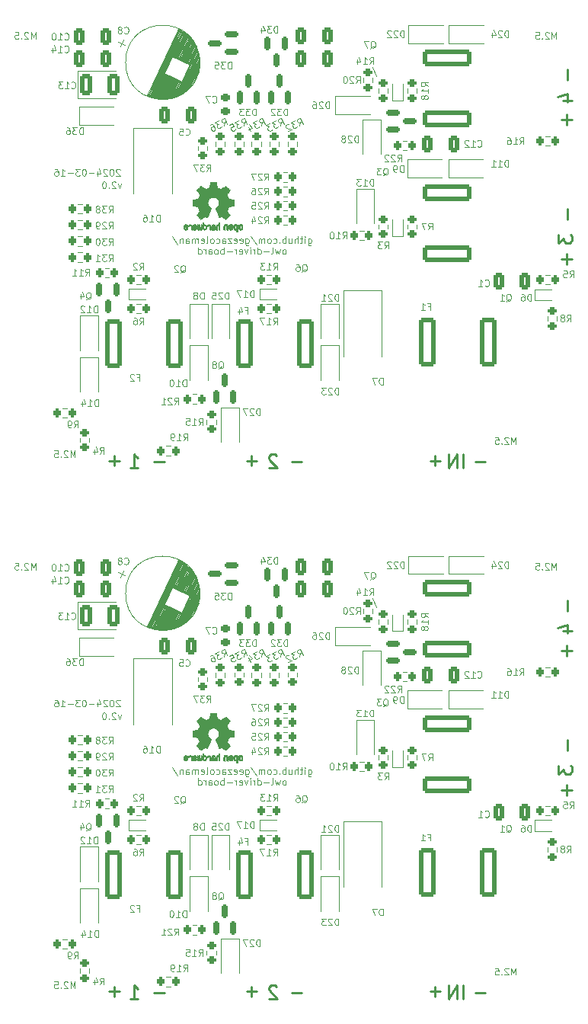
<source format=gbo>
%TF.GenerationSoftware,KiCad,Pcbnew,6.0.11+dfsg-1*%
%TF.CreationDate,2024-03-16T14:36:40+00:00*%
%TF.ProjectId,panel,70616e65-6c2e-46b6-9963-61645f706362,rev?*%
%TF.SameCoordinates,Original*%
%TF.FileFunction,Legend,Bot*%
%TF.FilePolarity,Positive*%
%FSLAX46Y46*%
G04 Gerber Fmt 4.6, Leading zero omitted, Abs format (unit mm)*
G04 Created by KiCad (PCBNEW 6.0.11+dfsg-1) date 2024-03-16 14:36:40*
%MOMM*%
%LPD*%
G01*
G04 APERTURE LIST*
G04 Aperture macros list*
%AMRoundRect*
0 Rectangle with rounded corners*
0 $1 Rounding radius*
0 $2 $3 $4 $5 $6 $7 $8 $9 X,Y pos of 4 corners*
0 Add a 4 corners polygon primitive as box body*
4,1,4,$2,$3,$4,$5,$6,$7,$8,$9,$2,$3,0*
0 Add four circle primitives for the rounded corners*
1,1,$1+$1,$2,$3*
1,1,$1+$1,$4,$5*
1,1,$1+$1,$6,$7*
1,1,$1+$1,$8,$9*
0 Add four rect primitives between the rounded corners*
20,1,$1+$1,$2,$3,$4,$5,0*
20,1,$1+$1,$4,$5,$6,$7,0*
20,1,$1+$1,$6,$7,$8,$9,0*
20,1,$1+$1,$8,$9,$2,$3,0*%
%AMRotRect*
0 Rectangle, with rotation*
0 The origin of the aperture is its center*
0 $1 length*
0 $2 width*
0 $3 Rotation angle, in degrees counterclockwise*
0 Add horizontal line*
21,1,$1,$2,0,0,$3*%
%AMFreePoly0*
4,1,5,0.225000,-0.400000,-0.225000,-0.400000,-0.225000,0.400000,0.225000,0.400000,0.225000,-0.400000,0.225000,-0.400000,$1*%
%AMFreePoly1*
4,1,29,0.150000,1.240000,0.200000,1.240000,0.200000,-1.260000,0.150000,-1.260000,0.150000,-1.860000,-0.150000,-1.860000,-0.150000,-1.260000,-1.350000,-1.260000,-1.350000,-1.210000,-2.050000,-1.210000,-2.050000,-0.760000,-1.350000,-0.760000,-1.350000,-0.560000,-2.050000,-0.560000,-2.050000,-0.110000,-1.350000,-0.110000,-1.350000,0.090000,-2.050000,0.090000,-2.050000,0.540000,-1.350000,0.540000,
-1.350000,0.740000,-2.050000,0.740000,-2.050000,1.190000,-1.350000,1.190000,-1.350000,1.240000,-0.150000,1.240000,-0.150000,1.840000,0.150000,1.840000,0.150000,1.240000,0.150000,1.240000,$1*%
G04 Aperture macros list end*
%ADD10C,0.120000*%
%ADD11C,0.240000*%
%ADD12C,0.010000*%
%ADD13C,1.500000*%
%ADD14C,6.200000*%
%ADD15C,2.000000*%
%ADD16C,2.082800*%
%ADD17C,5.750000*%
%ADD18R,1.727200X1.727200*%
%ADD19O,1.727200X1.727200*%
%ADD20RoundRect,0.200000X0.275000X-0.200000X0.275000X0.200000X-0.275000X0.200000X-0.275000X-0.200000X0*%
%ADD21RoundRect,0.200000X0.200000X0.275000X-0.200000X0.275000X-0.200000X-0.275000X0.200000X-0.275000X0*%
%ADD22RoundRect,0.250000X-0.325000X-0.650000X0.325000X-0.650000X0.325000X0.650000X-0.325000X0.650000X0*%
%ADD23RotRect,1.600000X1.600000X335.000000*%
%ADD24C,1.600000*%
%ADD25RoundRect,0.150000X0.150000X-0.587500X0.150000X0.587500X-0.150000X0.587500X-0.150000X-0.587500X0*%
%ADD26RoundRect,0.250000X0.325000X0.650000X-0.325000X0.650000X-0.325000X-0.650000X0.325000X-0.650000X0*%
%ADD27RoundRect,0.150000X-0.150000X0.587500X-0.150000X-0.587500X0.150000X-0.587500X0.150000X0.587500X0*%
%ADD28FreePoly0,0.000000*%
%ADD29FreePoly1,270.000000*%
%ADD30R,1.100000X1.100000*%
%ADD31FreePoly0,180.000000*%
%ADD32FreePoly1,90.000000*%
%ADD33RoundRect,0.200000X-0.200000X-0.275000X0.200000X-0.275000X0.200000X0.275000X-0.200000X0.275000X0*%
%ADD34R,0.600000X0.700000*%
%ADD35RoundRect,0.250000X-2.475000X0.712500X-2.475000X-0.712500X2.475000X-0.712500X2.475000X0.712500X0*%
%ADD36FreePoly0,90.000000*%
%ADD37FreePoly1,0.000000*%
%ADD38RoundRect,0.150000X0.587500X0.150000X-0.587500X0.150000X-0.587500X-0.150000X0.587500X-0.150000X0*%
%ADD39RoundRect,0.200000X-0.275000X0.200000X-0.275000X-0.200000X0.275000X-0.200000X0.275000X0.200000X0*%
%ADD40R,0.700000X0.600000*%
%ADD41RoundRect,0.250000X-0.712500X-2.475000X0.712500X-2.475000X0.712500X2.475000X-0.712500X2.475000X0*%
%ADD42R,2.300000X3.500000*%
%ADD43RoundRect,0.250000X0.712500X2.475000X-0.712500X2.475000X-0.712500X-2.475000X0.712500X-2.475000X0*%
%ADD44RoundRect,0.250000X-0.412500X-0.925000X0.412500X-0.925000X0.412500X0.925000X-0.412500X0.925000X0*%
%ADD45C,1.000000*%
%ADD46RoundRect,0.225000X-0.250000X0.225000X-0.250000X-0.225000X0.250000X-0.225000X0.250000X0.225000X0*%
%ADD47RoundRect,0.150000X-0.587500X-0.150000X0.587500X-0.150000X0.587500X0.150000X-0.587500X0.150000X0*%
G04 APERTURE END LIST*
D10*
X158100000Y-39000000D02*
X158500000Y-40000000D01*
X158100000Y-98000000D02*
X158500000Y-99000000D01*
D11*
X179707142Y-45386857D02*
X179707142Y-44244000D01*
X180278571Y-44815428D02*
X179135714Y-44815428D01*
X179707142Y-104386857D02*
X179707142Y-103244000D01*
X180278571Y-103815428D02*
X179135714Y-103815428D01*
X164513142Y-82707142D02*
X165656000Y-82707142D01*
X165084571Y-83278571D02*
X165084571Y-82135714D01*
X164513142Y-141707142D02*
X165656000Y-141707142D01*
X165084571Y-142278571D02*
X165084571Y-141135714D01*
X133813142Y-82807142D02*
X134956000Y-82807142D01*
X133813142Y-141807142D02*
X134956000Y-141807142D01*
X168186857Y-83478571D02*
X168186857Y-81978571D01*
X167472571Y-83478571D02*
X167472571Y-81978571D01*
X166615428Y-83478571D01*
X166615428Y-81978571D01*
X168186857Y-142478571D02*
X168186857Y-140978571D01*
X167472571Y-142478571D02*
X167472571Y-140978571D01*
X166615428Y-142478571D01*
X166615428Y-140978571D01*
D10*
X120642857Y-35839285D02*
X120642857Y-35089285D01*
X120392857Y-35625000D01*
X120142857Y-35089285D01*
X120142857Y-35839285D01*
X119821428Y-35160714D02*
X119785714Y-35125000D01*
X119714285Y-35089285D01*
X119535714Y-35089285D01*
X119464285Y-35125000D01*
X119428571Y-35160714D01*
X119392857Y-35232142D01*
X119392857Y-35303571D01*
X119428571Y-35410714D01*
X119857142Y-35839285D01*
X119392857Y-35839285D01*
X119071428Y-35767857D02*
X119035714Y-35803571D01*
X119071428Y-35839285D01*
X119107142Y-35803571D01*
X119071428Y-35767857D01*
X119071428Y-35839285D01*
X118357142Y-35089285D02*
X118714285Y-35089285D01*
X118750000Y-35446428D01*
X118714285Y-35410714D01*
X118642857Y-35375000D01*
X118464285Y-35375000D01*
X118392857Y-35410714D01*
X118357142Y-35446428D01*
X118321428Y-35517857D01*
X118321428Y-35696428D01*
X118357142Y-35767857D01*
X118392857Y-35803571D01*
X118464285Y-35839285D01*
X118642857Y-35839285D01*
X118714285Y-35803571D01*
X118750000Y-35767857D01*
X120642857Y-94839285D02*
X120642857Y-94089285D01*
X120392857Y-94625000D01*
X120142857Y-94089285D01*
X120142857Y-94839285D01*
X119821428Y-94160714D02*
X119785714Y-94125000D01*
X119714285Y-94089285D01*
X119535714Y-94089285D01*
X119464285Y-94125000D01*
X119428571Y-94160714D01*
X119392857Y-94232142D01*
X119392857Y-94303571D01*
X119428571Y-94410714D01*
X119857142Y-94839285D01*
X119392857Y-94839285D01*
X119071428Y-94767857D02*
X119035714Y-94803571D01*
X119071428Y-94839285D01*
X119107142Y-94803571D01*
X119071428Y-94767857D01*
X119071428Y-94839285D01*
X118357142Y-94089285D02*
X118714285Y-94089285D01*
X118750000Y-94446428D01*
X118714285Y-94410714D01*
X118642857Y-94375000D01*
X118464285Y-94375000D01*
X118392857Y-94410714D01*
X118357142Y-94446428D01*
X118321428Y-94517857D01*
X118321428Y-94696428D01*
X118357142Y-94767857D01*
X118392857Y-94803571D01*
X118464285Y-94839285D01*
X118642857Y-94839285D01*
X118714285Y-94803571D01*
X118750000Y-94767857D01*
D11*
X179807142Y-40386857D02*
X179807142Y-39244000D01*
X179807142Y-99386857D02*
X179807142Y-98244000D01*
X179807142Y-55886857D02*
X179807142Y-54744000D01*
X179807142Y-114886857D02*
X179807142Y-113744000D01*
X144113142Y-82707142D02*
X145256000Y-82707142D01*
X144684571Y-83278571D02*
X144684571Y-82135714D01*
X144113142Y-141707142D02*
X145256000Y-141707142D01*
X144684571Y-142278571D02*
X144684571Y-141135714D01*
D10*
X150957142Y-58035535D02*
X150957142Y-58642678D01*
X150992857Y-58714107D01*
X151028571Y-58749821D01*
X151100000Y-58785535D01*
X151207142Y-58785535D01*
X151278571Y-58749821D01*
X150957142Y-58499821D02*
X151028571Y-58535535D01*
X151171428Y-58535535D01*
X151242857Y-58499821D01*
X151278571Y-58464107D01*
X151314285Y-58392678D01*
X151314285Y-58178392D01*
X151278571Y-58106964D01*
X151242857Y-58071250D01*
X151171428Y-58035535D01*
X151028571Y-58035535D01*
X150957142Y-58071250D01*
X150600000Y-58535535D02*
X150600000Y-58035535D01*
X150600000Y-57785535D02*
X150635714Y-57821250D01*
X150600000Y-57856964D01*
X150564285Y-57821250D01*
X150600000Y-57785535D01*
X150600000Y-57856964D01*
X150350000Y-58035535D02*
X150064285Y-58035535D01*
X150242857Y-57785535D02*
X150242857Y-58428392D01*
X150207142Y-58499821D01*
X150135714Y-58535535D01*
X150064285Y-58535535D01*
X149814285Y-58535535D02*
X149814285Y-57785535D01*
X149492857Y-58535535D02*
X149492857Y-58142678D01*
X149528571Y-58071250D01*
X149600000Y-58035535D01*
X149707142Y-58035535D01*
X149778571Y-58071250D01*
X149814285Y-58106964D01*
X148814285Y-58035535D02*
X148814285Y-58535535D01*
X149135714Y-58035535D02*
X149135714Y-58428392D01*
X149100000Y-58499821D01*
X149028571Y-58535535D01*
X148921428Y-58535535D01*
X148850000Y-58499821D01*
X148814285Y-58464107D01*
X148457142Y-58535535D02*
X148457142Y-57785535D01*
X148457142Y-58071250D02*
X148385714Y-58035535D01*
X148242857Y-58035535D01*
X148171428Y-58071250D01*
X148135714Y-58106964D01*
X148100000Y-58178392D01*
X148100000Y-58392678D01*
X148135714Y-58464107D01*
X148171428Y-58499821D01*
X148242857Y-58535535D01*
X148385714Y-58535535D01*
X148457142Y-58499821D01*
X147778571Y-58464107D02*
X147742857Y-58499821D01*
X147778571Y-58535535D01*
X147814285Y-58499821D01*
X147778571Y-58464107D01*
X147778571Y-58535535D01*
X147100000Y-58499821D02*
X147171428Y-58535535D01*
X147314285Y-58535535D01*
X147385714Y-58499821D01*
X147421428Y-58464107D01*
X147457142Y-58392678D01*
X147457142Y-58178392D01*
X147421428Y-58106964D01*
X147385714Y-58071250D01*
X147314285Y-58035535D01*
X147171428Y-58035535D01*
X147100000Y-58071250D01*
X146671428Y-58535535D02*
X146742857Y-58499821D01*
X146778571Y-58464107D01*
X146814285Y-58392678D01*
X146814285Y-58178392D01*
X146778571Y-58106964D01*
X146742857Y-58071250D01*
X146671428Y-58035535D01*
X146564285Y-58035535D01*
X146492857Y-58071250D01*
X146457142Y-58106964D01*
X146421428Y-58178392D01*
X146421428Y-58392678D01*
X146457142Y-58464107D01*
X146492857Y-58499821D01*
X146564285Y-58535535D01*
X146671428Y-58535535D01*
X146100000Y-58535535D02*
X146100000Y-58035535D01*
X146100000Y-58106964D02*
X146064285Y-58071250D01*
X145992857Y-58035535D01*
X145885714Y-58035535D01*
X145814285Y-58071250D01*
X145778571Y-58142678D01*
X145778571Y-58535535D01*
X145778571Y-58142678D02*
X145742857Y-58071250D01*
X145671428Y-58035535D01*
X145564285Y-58035535D01*
X145492857Y-58071250D01*
X145457142Y-58142678D01*
X145457142Y-58535535D01*
X144564285Y-57749821D02*
X145207142Y-58714107D01*
X143992857Y-58035535D02*
X143992857Y-58642678D01*
X144028571Y-58714107D01*
X144064285Y-58749821D01*
X144135714Y-58785535D01*
X144242857Y-58785535D01*
X144314285Y-58749821D01*
X143992857Y-58499821D02*
X144064285Y-58535535D01*
X144207142Y-58535535D01*
X144278571Y-58499821D01*
X144314285Y-58464107D01*
X144350000Y-58392678D01*
X144350000Y-58178392D01*
X144314285Y-58106964D01*
X144278571Y-58071250D01*
X144207142Y-58035535D01*
X144064285Y-58035535D01*
X143992857Y-58071250D01*
X143350000Y-58499821D02*
X143421428Y-58535535D01*
X143564285Y-58535535D01*
X143635714Y-58499821D01*
X143671428Y-58428392D01*
X143671428Y-58142678D01*
X143635714Y-58071250D01*
X143564285Y-58035535D01*
X143421428Y-58035535D01*
X143350000Y-58071250D01*
X143314285Y-58142678D01*
X143314285Y-58214107D01*
X143671428Y-58285535D01*
X142707142Y-58499821D02*
X142778571Y-58535535D01*
X142921428Y-58535535D01*
X142992857Y-58499821D01*
X143028571Y-58428392D01*
X143028571Y-58142678D01*
X142992857Y-58071250D01*
X142921428Y-58035535D01*
X142778571Y-58035535D01*
X142707142Y-58071250D01*
X142671428Y-58142678D01*
X142671428Y-58214107D01*
X143028571Y-58285535D01*
X142421428Y-58035535D02*
X142028571Y-58035535D01*
X142421428Y-58535535D01*
X142028571Y-58535535D01*
X141421428Y-58535535D02*
X141421428Y-58142678D01*
X141457142Y-58071250D01*
X141528571Y-58035535D01*
X141671428Y-58035535D01*
X141742857Y-58071250D01*
X141421428Y-58499821D02*
X141492857Y-58535535D01*
X141671428Y-58535535D01*
X141742857Y-58499821D01*
X141778571Y-58428392D01*
X141778571Y-58356964D01*
X141742857Y-58285535D01*
X141671428Y-58249821D01*
X141492857Y-58249821D01*
X141421428Y-58214107D01*
X140742857Y-58499821D02*
X140814285Y-58535535D01*
X140957142Y-58535535D01*
X141028571Y-58499821D01*
X141064285Y-58464107D01*
X141100000Y-58392678D01*
X141100000Y-58178392D01*
X141064285Y-58106964D01*
X141028571Y-58071250D01*
X140957142Y-58035535D01*
X140814285Y-58035535D01*
X140742857Y-58071250D01*
X140314285Y-58535535D02*
X140385714Y-58499821D01*
X140421428Y-58464107D01*
X140457142Y-58392678D01*
X140457142Y-58178392D01*
X140421428Y-58106964D01*
X140385714Y-58071250D01*
X140314285Y-58035535D01*
X140207142Y-58035535D01*
X140135714Y-58071250D01*
X140100000Y-58106964D01*
X140064285Y-58178392D01*
X140064285Y-58392678D01*
X140100000Y-58464107D01*
X140135714Y-58499821D01*
X140207142Y-58535535D01*
X140314285Y-58535535D01*
X139635714Y-58535535D02*
X139707142Y-58499821D01*
X139742857Y-58428392D01*
X139742857Y-57785535D01*
X139064285Y-58499821D02*
X139135714Y-58535535D01*
X139278571Y-58535535D01*
X139350000Y-58499821D01*
X139385714Y-58428392D01*
X139385714Y-58142678D01*
X139350000Y-58071250D01*
X139278571Y-58035535D01*
X139135714Y-58035535D01*
X139064285Y-58071250D01*
X139028571Y-58142678D01*
X139028571Y-58214107D01*
X139385714Y-58285535D01*
X138707142Y-58535535D02*
X138707142Y-58035535D01*
X138707142Y-58106964D02*
X138671428Y-58071250D01*
X138600000Y-58035535D01*
X138492857Y-58035535D01*
X138421428Y-58071250D01*
X138385714Y-58142678D01*
X138385714Y-58535535D01*
X138385714Y-58142678D02*
X138350000Y-58071250D01*
X138278571Y-58035535D01*
X138171428Y-58035535D01*
X138100000Y-58071250D01*
X138064285Y-58142678D01*
X138064285Y-58535535D01*
X137385714Y-58535535D02*
X137385714Y-58142678D01*
X137421428Y-58071250D01*
X137492857Y-58035535D01*
X137635714Y-58035535D01*
X137707142Y-58071250D01*
X137385714Y-58499821D02*
X137457142Y-58535535D01*
X137635714Y-58535535D01*
X137707142Y-58499821D01*
X137742857Y-58428392D01*
X137742857Y-58356964D01*
X137707142Y-58285535D01*
X137635714Y-58249821D01*
X137457142Y-58249821D01*
X137385714Y-58214107D01*
X137028571Y-58035535D02*
X137028571Y-58535535D01*
X137028571Y-58106964D02*
X136992857Y-58071250D01*
X136921428Y-58035535D01*
X136814285Y-58035535D01*
X136742857Y-58071250D01*
X136707142Y-58142678D01*
X136707142Y-58535535D01*
X135814285Y-57749821D02*
X136457142Y-58714107D01*
X148350000Y-59743035D02*
X148421428Y-59707321D01*
X148457142Y-59671607D01*
X148492857Y-59600178D01*
X148492857Y-59385892D01*
X148457142Y-59314464D01*
X148421428Y-59278750D01*
X148350000Y-59243035D01*
X148242857Y-59243035D01*
X148171428Y-59278750D01*
X148135714Y-59314464D01*
X148100000Y-59385892D01*
X148100000Y-59600178D01*
X148135714Y-59671607D01*
X148171428Y-59707321D01*
X148242857Y-59743035D01*
X148350000Y-59743035D01*
X147850000Y-59243035D02*
X147707142Y-59743035D01*
X147564285Y-59385892D01*
X147421428Y-59743035D01*
X147278571Y-59243035D01*
X146885714Y-59743035D02*
X146957142Y-59707321D01*
X146992857Y-59635892D01*
X146992857Y-58993035D01*
X146600000Y-59457321D02*
X146028571Y-59457321D01*
X145350000Y-59743035D02*
X145350000Y-58993035D01*
X145350000Y-59707321D02*
X145421428Y-59743035D01*
X145564285Y-59743035D01*
X145635714Y-59707321D01*
X145671428Y-59671607D01*
X145707142Y-59600178D01*
X145707142Y-59385892D01*
X145671428Y-59314464D01*
X145635714Y-59278750D01*
X145564285Y-59243035D01*
X145421428Y-59243035D01*
X145350000Y-59278750D01*
X144992857Y-59743035D02*
X144992857Y-59243035D01*
X144992857Y-59385892D02*
X144957142Y-59314464D01*
X144921428Y-59278750D01*
X144850000Y-59243035D01*
X144778571Y-59243035D01*
X144528571Y-59743035D02*
X144528571Y-59243035D01*
X144528571Y-58993035D02*
X144564285Y-59028750D01*
X144528571Y-59064464D01*
X144492857Y-59028750D01*
X144528571Y-58993035D01*
X144528571Y-59064464D01*
X144242857Y-59243035D02*
X144064285Y-59743035D01*
X143885714Y-59243035D01*
X143314285Y-59707321D02*
X143385714Y-59743035D01*
X143528571Y-59743035D01*
X143600000Y-59707321D01*
X143635714Y-59635892D01*
X143635714Y-59350178D01*
X143600000Y-59278750D01*
X143528571Y-59243035D01*
X143385714Y-59243035D01*
X143314285Y-59278750D01*
X143278571Y-59350178D01*
X143278571Y-59421607D01*
X143635714Y-59493035D01*
X142957142Y-59743035D02*
X142957142Y-59243035D01*
X142957142Y-59385892D02*
X142921428Y-59314464D01*
X142885714Y-59278750D01*
X142814285Y-59243035D01*
X142742857Y-59243035D01*
X142492857Y-59457321D02*
X141921428Y-59457321D01*
X141564285Y-59743035D02*
X141564285Y-58993035D01*
X141564285Y-59278750D02*
X141492857Y-59243035D01*
X141350000Y-59243035D01*
X141278571Y-59278750D01*
X141242857Y-59314464D01*
X141207142Y-59385892D01*
X141207142Y-59600178D01*
X141242857Y-59671607D01*
X141278571Y-59707321D01*
X141350000Y-59743035D01*
X141492857Y-59743035D01*
X141564285Y-59707321D01*
X140778571Y-59743035D02*
X140850000Y-59707321D01*
X140885714Y-59671607D01*
X140921428Y-59600178D01*
X140921428Y-59385892D01*
X140885714Y-59314464D01*
X140850000Y-59278750D01*
X140778571Y-59243035D01*
X140671428Y-59243035D01*
X140600000Y-59278750D01*
X140564285Y-59314464D01*
X140528571Y-59385892D01*
X140528571Y-59600178D01*
X140564285Y-59671607D01*
X140600000Y-59707321D01*
X140671428Y-59743035D01*
X140778571Y-59743035D01*
X139885714Y-59743035D02*
X139885714Y-59350178D01*
X139921428Y-59278750D01*
X139992857Y-59243035D01*
X140135714Y-59243035D01*
X140207142Y-59278750D01*
X139885714Y-59707321D02*
X139957142Y-59743035D01*
X140135714Y-59743035D01*
X140207142Y-59707321D01*
X140242857Y-59635892D01*
X140242857Y-59564464D01*
X140207142Y-59493035D01*
X140135714Y-59457321D01*
X139957142Y-59457321D01*
X139885714Y-59421607D01*
X139528571Y-59743035D02*
X139528571Y-59243035D01*
X139528571Y-59385892D02*
X139492857Y-59314464D01*
X139457142Y-59278750D01*
X139385714Y-59243035D01*
X139314285Y-59243035D01*
X138742857Y-59743035D02*
X138742857Y-58993035D01*
X138742857Y-59707321D02*
X138814285Y-59743035D01*
X138957142Y-59743035D01*
X139028571Y-59707321D01*
X139064285Y-59671607D01*
X139100000Y-59600178D01*
X139100000Y-59385892D01*
X139064285Y-59314464D01*
X139028571Y-59278750D01*
X138957142Y-59243035D01*
X138814285Y-59243035D01*
X138742857Y-59278750D01*
X150957142Y-117035535D02*
X150957142Y-117642678D01*
X150992857Y-117714107D01*
X151028571Y-117749821D01*
X151100000Y-117785535D01*
X151207142Y-117785535D01*
X151278571Y-117749821D01*
X150957142Y-117499821D02*
X151028571Y-117535535D01*
X151171428Y-117535535D01*
X151242857Y-117499821D01*
X151278571Y-117464107D01*
X151314285Y-117392678D01*
X151314285Y-117178392D01*
X151278571Y-117106964D01*
X151242857Y-117071250D01*
X151171428Y-117035535D01*
X151028571Y-117035535D01*
X150957142Y-117071250D01*
X150600000Y-117535535D02*
X150600000Y-117035535D01*
X150600000Y-116785535D02*
X150635714Y-116821250D01*
X150600000Y-116856964D01*
X150564285Y-116821250D01*
X150600000Y-116785535D01*
X150600000Y-116856964D01*
X150350000Y-117035535D02*
X150064285Y-117035535D01*
X150242857Y-116785535D02*
X150242857Y-117428392D01*
X150207142Y-117499821D01*
X150135714Y-117535535D01*
X150064285Y-117535535D01*
X149814285Y-117535535D02*
X149814285Y-116785535D01*
X149492857Y-117535535D02*
X149492857Y-117142678D01*
X149528571Y-117071250D01*
X149600000Y-117035535D01*
X149707142Y-117035535D01*
X149778571Y-117071250D01*
X149814285Y-117106964D01*
X148814285Y-117035535D02*
X148814285Y-117535535D01*
X149135714Y-117035535D02*
X149135714Y-117428392D01*
X149100000Y-117499821D01*
X149028571Y-117535535D01*
X148921428Y-117535535D01*
X148850000Y-117499821D01*
X148814285Y-117464107D01*
X148457142Y-117535535D02*
X148457142Y-116785535D01*
X148457142Y-117071250D02*
X148385714Y-117035535D01*
X148242857Y-117035535D01*
X148171428Y-117071250D01*
X148135714Y-117106964D01*
X148100000Y-117178392D01*
X148100000Y-117392678D01*
X148135714Y-117464107D01*
X148171428Y-117499821D01*
X148242857Y-117535535D01*
X148385714Y-117535535D01*
X148457142Y-117499821D01*
X147778571Y-117464107D02*
X147742857Y-117499821D01*
X147778571Y-117535535D01*
X147814285Y-117499821D01*
X147778571Y-117464107D01*
X147778571Y-117535535D01*
X147100000Y-117499821D02*
X147171428Y-117535535D01*
X147314285Y-117535535D01*
X147385714Y-117499821D01*
X147421428Y-117464107D01*
X147457142Y-117392678D01*
X147457142Y-117178392D01*
X147421428Y-117106964D01*
X147385714Y-117071250D01*
X147314285Y-117035535D01*
X147171428Y-117035535D01*
X147100000Y-117071250D01*
X146671428Y-117535535D02*
X146742857Y-117499821D01*
X146778571Y-117464107D01*
X146814285Y-117392678D01*
X146814285Y-117178392D01*
X146778571Y-117106964D01*
X146742857Y-117071250D01*
X146671428Y-117035535D01*
X146564285Y-117035535D01*
X146492857Y-117071250D01*
X146457142Y-117106964D01*
X146421428Y-117178392D01*
X146421428Y-117392678D01*
X146457142Y-117464107D01*
X146492857Y-117499821D01*
X146564285Y-117535535D01*
X146671428Y-117535535D01*
X146100000Y-117535535D02*
X146100000Y-117035535D01*
X146100000Y-117106964D02*
X146064285Y-117071250D01*
X145992857Y-117035535D01*
X145885714Y-117035535D01*
X145814285Y-117071250D01*
X145778571Y-117142678D01*
X145778571Y-117535535D01*
X145778571Y-117142678D02*
X145742857Y-117071250D01*
X145671428Y-117035535D01*
X145564285Y-117035535D01*
X145492857Y-117071250D01*
X145457142Y-117142678D01*
X145457142Y-117535535D01*
X144564285Y-116749821D02*
X145207142Y-117714107D01*
X143992857Y-117035535D02*
X143992857Y-117642678D01*
X144028571Y-117714107D01*
X144064285Y-117749821D01*
X144135714Y-117785535D01*
X144242857Y-117785535D01*
X144314285Y-117749821D01*
X143992857Y-117499821D02*
X144064285Y-117535535D01*
X144207142Y-117535535D01*
X144278571Y-117499821D01*
X144314285Y-117464107D01*
X144350000Y-117392678D01*
X144350000Y-117178392D01*
X144314285Y-117106964D01*
X144278571Y-117071250D01*
X144207142Y-117035535D01*
X144064285Y-117035535D01*
X143992857Y-117071250D01*
X143350000Y-117499821D02*
X143421428Y-117535535D01*
X143564285Y-117535535D01*
X143635714Y-117499821D01*
X143671428Y-117428392D01*
X143671428Y-117142678D01*
X143635714Y-117071250D01*
X143564285Y-117035535D01*
X143421428Y-117035535D01*
X143350000Y-117071250D01*
X143314285Y-117142678D01*
X143314285Y-117214107D01*
X143671428Y-117285535D01*
X142707142Y-117499821D02*
X142778571Y-117535535D01*
X142921428Y-117535535D01*
X142992857Y-117499821D01*
X143028571Y-117428392D01*
X143028571Y-117142678D01*
X142992857Y-117071250D01*
X142921428Y-117035535D01*
X142778571Y-117035535D01*
X142707142Y-117071250D01*
X142671428Y-117142678D01*
X142671428Y-117214107D01*
X143028571Y-117285535D01*
X142421428Y-117035535D02*
X142028571Y-117035535D01*
X142421428Y-117535535D01*
X142028571Y-117535535D01*
X141421428Y-117535535D02*
X141421428Y-117142678D01*
X141457142Y-117071250D01*
X141528571Y-117035535D01*
X141671428Y-117035535D01*
X141742857Y-117071250D01*
X141421428Y-117499821D02*
X141492857Y-117535535D01*
X141671428Y-117535535D01*
X141742857Y-117499821D01*
X141778571Y-117428392D01*
X141778571Y-117356964D01*
X141742857Y-117285535D01*
X141671428Y-117249821D01*
X141492857Y-117249821D01*
X141421428Y-117214107D01*
X140742857Y-117499821D02*
X140814285Y-117535535D01*
X140957142Y-117535535D01*
X141028571Y-117499821D01*
X141064285Y-117464107D01*
X141100000Y-117392678D01*
X141100000Y-117178392D01*
X141064285Y-117106964D01*
X141028571Y-117071250D01*
X140957142Y-117035535D01*
X140814285Y-117035535D01*
X140742857Y-117071250D01*
X140314285Y-117535535D02*
X140385714Y-117499821D01*
X140421428Y-117464107D01*
X140457142Y-117392678D01*
X140457142Y-117178392D01*
X140421428Y-117106964D01*
X140385714Y-117071250D01*
X140314285Y-117035535D01*
X140207142Y-117035535D01*
X140135714Y-117071250D01*
X140100000Y-117106964D01*
X140064285Y-117178392D01*
X140064285Y-117392678D01*
X140100000Y-117464107D01*
X140135714Y-117499821D01*
X140207142Y-117535535D01*
X140314285Y-117535535D01*
X139635714Y-117535535D02*
X139707142Y-117499821D01*
X139742857Y-117428392D01*
X139742857Y-116785535D01*
X139064285Y-117499821D02*
X139135714Y-117535535D01*
X139278571Y-117535535D01*
X139350000Y-117499821D01*
X139385714Y-117428392D01*
X139385714Y-117142678D01*
X139350000Y-117071250D01*
X139278571Y-117035535D01*
X139135714Y-117035535D01*
X139064285Y-117071250D01*
X139028571Y-117142678D01*
X139028571Y-117214107D01*
X139385714Y-117285535D01*
X138707142Y-117535535D02*
X138707142Y-117035535D01*
X138707142Y-117106964D02*
X138671428Y-117071250D01*
X138600000Y-117035535D01*
X138492857Y-117035535D01*
X138421428Y-117071250D01*
X138385714Y-117142678D01*
X138385714Y-117535535D01*
X138385714Y-117142678D02*
X138350000Y-117071250D01*
X138278571Y-117035535D01*
X138171428Y-117035535D01*
X138100000Y-117071250D01*
X138064285Y-117142678D01*
X138064285Y-117535535D01*
X137385714Y-117535535D02*
X137385714Y-117142678D01*
X137421428Y-117071250D01*
X137492857Y-117035535D01*
X137635714Y-117035535D01*
X137707142Y-117071250D01*
X137385714Y-117499821D02*
X137457142Y-117535535D01*
X137635714Y-117535535D01*
X137707142Y-117499821D01*
X137742857Y-117428392D01*
X137742857Y-117356964D01*
X137707142Y-117285535D01*
X137635714Y-117249821D01*
X137457142Y-117249821D01*
X137385714Y-117214107D01*
X137028571Y-117035535D02*
X137028571Y-117535535D01*
X137028571Y-117106964D02*
X136992857Y-117071250D01*
X136921428Y-117035535D01*
X136814285Y-117035535D01*
X136742857Y-117071250D01*
X136707142Y-117142678D01*
X136707142Y-117535535D01*
X135814285Y-116749821D02*
X136457142Y-117714107D01*
X148350000Y-118743035D02*
X148421428Y-118707321D01*
X148457142Y-118671607D01*
X148492857Y-118600178D01*
X148492857Y-118385892D01*
X148457142Y-118314464D01*
X148421428Y-118278750D01*
X148350000Y-118243035D01*
X148242857Y-118243035D01*
X148171428Y-118278750D01*
X148135714Y-118314464D01*
X148100000Y-118385892D01*
X148100000Y-118600178D01*
X148135714Y-118671607D01*
X148171428Y-118707321D01*
X148242857Y-118743035D01*
X148350000Y-118743035D01*
X147850000Y-118243035D02*
X147707142Y-118743035D01*
X147564285Y-118385892D01*
X147421428Y-118743035D01*
X147278571Y-118243035D01*
X146885714Y-118743035D02*
X146957142Y-118707321D01*
X146992857Y-118635892D01*
X146992857Y-117993035D01*
X146600000Y-118457321D02*
X146028571Y-118457321D01*
X145350000Y-118743035D02*
X145350000Y-117993035D01*
X145350000Y-118707321D02*
X145421428Y-118743035D01*
X145564285Y-118743035D01*
X145635714Y-118707321D01*
X145671428Y-118671607D01*
X145707142Y-118600178D01*
X145707142Y-118385892D01*
X145671428Y-118314464D01*
X145635714Y-118278750D01*
X145564285Y-118243035D01*
X145421428Y-118243035D01*
X145350000Y-118278750D01*
X144992857Y-118743035D02*
X144992857Y-118243035D01*
X144992857Y-118385892D02*
X144957142Y-118314464D01*
X144921428Y-118278750D01*
X144850000Y-118243035D01*
X144778571Y-118243035D01*
X144528571Y-118743035D02*
X144528571Y-118243035D01*
X144528571Y-117993035D02*
X144564285Y-118028750D01*
X144528571Y-118064464D01*
X144492857Y-118028750D01*
X144528571Y-117993035D01*
X144528571Y-118064464D01*
X144242857Y-118243035D02*
X144064285Y-118743035D01*
X143885714Y-118243035D01*
X143314285Y-118707321D02*
X143385714Y-118743035D01*
X143528571Y-118743035D01*
X143600000Y-118707321D01*
X143635714Y-118635892D01*
X143635714Y-118350178D01*
X143600000Y-118278750D01*
X143528571Y-118243035D01*
X143385714Y-118243035D01*
X143314285Y-118278750D01*
X143278571Y-118350178D01*
X143278571Y-118421607D01*
X143635714Y-118493035D01*
X142957142Y-118743035D02*
X142957142Y-118243035D01*
X142957142Y-118385892D02*
X142921428Y-118314464D01*
X142885714Y-118278750D01*
X142814285Y-118243035D01*
X142742857Y-118243035D01*
X142492857Y-118457321D02*
X141921428Y-118457321D01*
X141564285Y-118743035D02*
X141564285Y-117993035D01*
X141564285Y-118278750D02*
X141492857Y-118243035D01*
X141350000Y-118243035D01*
X141278571Y-118278750D01*
X141242857Y-118314464D01*
X141207142Y-118385892D01*
X141207142Y-118600178D01*
X141242857Y-118671607D01*
X141278571Y-118707321D01*
X141350000Y-118743035D01*
X141492857Y-118743035D01*
X141564285Y-118707321D01*
X140778571Y-118743035D02*
X140850000Y-118707321D01*
X140885714Y-118671607D01*
X140921428Y-118600178D01*
X140921428Y-118385892D01*
X140885714Y-118314464D01*
X140850000Y-118278750D01*
X140778571Y-118243035D01*
X140671428Y-118243035D01*
X140600000Y-118278750D01*
X140564285Y-118314464D01*
X140528571Y-118385892D01*
X140528571Y-118600178D01*
X140564285Y-118671607D01*
X140600000Y-118707321D01*
X140671428Y-118743035D01*
X140778571Y-118743035D01*
X139885714Y-118743035D02*
X139885714Y-118350178D01*
X139921428Y-118278750D01*
X139992857Y-118243035D01*
X140135714Y-118243035D01*
X140207142Y-118278750D01*
X139885714Y-118707321D02*
X139957142Y-118743035D01*
X140135714Y-118743035D01*
X140207142Y-118707321D01*
X140242857Y-118635892D01*
X140242857Y-118564464D01*
X140207142Y-118493035D01*
X140135714Y-118457321D01*
X139957142Y-118457321D01*
X139885714Y-118421607D01*
X139528571Y-118743035D02*
X139528571Y-118243035D01*
X139528571Y-118385892D02*
X139492857Y-118314464D01*
X139457142Y-118278750D01*
X139385714Y-118243035D01*
X139314285Y-118243035D01*
X138742857Y-118743035D02*
X138742857Y-117993035D01*
X138742857Y-118707321D02*
X138814285Y-118743035D01*
X138957142Y-118743035D01*
X139028571Y-118707321D01*
X139064285Y-118671607D01*
X139100000Y-118600178D01*
X139100000Y-118385892D01*
X139064285Y-118314464D01*
X139028571Y-118278750D01*
X138957142Y-118243035D01*
X138814285Y-118243035D01*
X138742857Y-118278750D01*
X174042857Y-80839285D02*
X174042857Y-80089285D01*
X173792857Y-80625000D01*
X173542857Y-80089285D01*
X173542857Y-80839285D01*
X173221428Y-80160714D02*
X173185714Y-80125000D01*
X173114285Y-80089285D01*
X172935714Y-80089285D01*
X172864285Y-80125000D01*
X172828571Y-80160714D01*
X172792857Y-80232142D01*
X172792857Y-80303571D01*
X172828571Y-80410714D01*
X173257142Y-80839285D01*
X172792857Y-80839285D01*
X172471428Y-80767857D02*
X172435714Y-80803571D01*
X172471428Y-80839285D01*
X172507142Y-80803571D01*
X172471428Y-80767857D01*
X172471428Y-80839285D01*
X171757142Y-80089285D02*
X172114285Y-80089285D01*
X172150000Y-80446428D01*
X172114285Y-80410714D01*
X172042857Y-80375000D01*
X171864285Y-80375000D01*
X171792857Y-80410714D01*
X171757142Y-80446428D01*
X171721428Y-80517857D01*
X171721428Y-80696428D01*
X171757142Y-80767857D01*
X171792857Y-80803571D01*
X171864285Y-80839285D01*
X172042857Y-80839285D01*
X172114285Y-80803571D01*
X172150000Y-80767857D01*
X174042857Y-139839285D02*
X174042857Y-139089285D01*
X173792857Y-139625000D01*
X173542857Y-139089285D01*
X173542857Y-139839285D01*
X173221428Y-139160714D02*
X173185714Y-139125000D01*
X173114285Y-139089285D01*
X172935714Y-139089285D01*
X172864285Y-139125000D01*
X172828571Y-139160714D01*
X172792857Y-139232142D01*
X172792857Y-139303571D01*
X172828571Y-139410714D01*
X173257142Y-139839285D01*
X172792857Y-139839285D01*
X172471428Y-139767857D02*
X172435714Y-139803571D01*
X172471428Y-139839285D01*
X172507142Y-139803571D01*
X172471428Y-139767857D01*
X172471428Y-139839285D01*
X171757142Y-139089285D02*
X172114285Y-139089285D01*
X172150000Y-139446428D01*
X172114285Y-139410714D01*
X172042857Y-139375000D01*
X171864285Y-139375000D01*
X171792857Y-139410714D01*
X171757142Y-139446428D01*
X171721428Y-139517857D01*
X171721428Y-139696428D01*
X171757142Y-139767857D01*
X171792857Y-139803571D01*
X171864285Y-139839285D01*
X172042857Y-139839285D01*
X172114285Y-139803571D01*
X172150000Y-139767857D01*
X125042857Y-82339285D02*
X125042857Y-81589285D01*
X124792857Y-82125000D01*
X124542857Y-81589285D01*
X124542857Y-82339285D01*
X124221428Y-81660714D02*
X124185714Y-81625000D01*
X124114285Y-81589285D01*
X123935714Y-81589285D01*
X123864285Y-81625000D01*
X123828571Y-81660714D01*
X123792857Y-81732142D01*
X123792857Y-81803571D01*
X123828571Y-81910714D01*
X124257142Y-82339285D01*
X123792857Y-82339285D01*
X123471428Y-82267857D02*
X123435714Y-82303571D01*
X123471428Y-82339285D01*
X123507142Y-82303571D01*
X123471428Y-82267857D01*
X123471428Y-82339285D01*
X122757142Y-81589285D02*
X123114285Y-81589285D01*
X123150000Y-81946428D01*
X123114285Y-81910714D01*
X123042857Y-81875000D01*
X122864285Y-81875000D01*
X122792857Y-81910714D01*
X122757142Y-81946428D01*
X122721428Y-82017857D01*
X122721428Y-82196428D01*
X122757142Y-82267857D01*
X122792857Y-82303571D01*
X122864285Y-82339285D01*
X123042857Y-82339285D01*
X123114285Y-82303571D01*
X123150000Y-82267857D01*
X125042857Y-141339285D02*
X125042857Y-140589285D01*
X124792857Y-141125000D01*
X124542857Y-140589285D01*
X124542857Y-141339285D01*
X124221428Y-140660714D02*
X124185714Y-140625000D01*
X124114285Y-140589285D01*
X123935714Y-140589285D01*
X123864285Y-140625000D01*
X123828571Y-140660714D01*
X123792857Y-140732142D01*
X123792857Y-140803571D01*
X123828571Y-140910714D01*
X124257142Y-141339285D01*
X123792857Y-141339285D01*
X123471428Y-141267857D02*
X123435714Y-141303571D01*
X123471428Y-141339285D01*
X123507142Y-141303571D01*
X123471428Y-141267857D01*
X123471428Y-141339285D01*
X122757142Y-140589285D02*
X123114285Y-140589285D01*
X123150000Y-140946428D01*
X123114285Y-140910714D01*
X123042857Y-140875000D01*
X122864285Y-140875000D01*
X122792857Y-140910714D01*
X122757142Y-140946428D01*
X122721428Y-141017857D01*
X122721428Y-141196428D01*
X122757142Y-141267857D01*
X122792857Y-141303571D01*
X122864285Y-141339285D01*
X123042857Y-141339285D01*
X123114285Y-141303571D01*
X123150000Y-141267857D01*
D11*
X128813142Y-82707142D02*
X129956000Y-82707142D01*
X129384571Y-83278571D02*
X129384571Y-82135714D01*
X128813142Y-141707142D02*
X129956000Y-141707142D01*
X129384571Y-142278571D02*
X129384571Y-141135714D01*
X131201142Y-83478571D02*
X132058285Y-83478571D01*
X131629714Y-83478571D02*
X131629714Y-81978571D01*
X131772571Y-82192857D01*
X131915428Y-82335714D01*
X132058285Y-82407142D01*
X131201142Y-142478571D02*
X132058285Y-142478571D01*
X131629714Y-142478571D02*
X131629714Y-140978571D01*
X131772571Y-141192857D01*
X131915428Y-141335714D01*
X132058285Y-141407142D01*
X179707142Y-60886857D02*
X179707142Y-59744000D01*
X180278571Y-60315428D02*
X179135714Y-60315428D01*
X179707142Y-119886857D02*
X179707142Y-118744000D01*
X180278571Y-119315428D02*
X179135714Y-119315428D01*
X147458285Y-82121428D02*
X147386857Y-82050000D01*
X147244000Y-81978571D01*
X146886857Y-81978571D01*
X146744000Y-82050000D01*
X146672571Y-82121428D01*
X146601142Y-82264285D01*
X146601142Y-82407142D01*
X146672571Y-82621428D01*
X147529714Y-83478571D01*
X146601142Y-83478571D01*
X147458285Y-141121428D02*
X147386857Y-141050000D01*
X147244000Y-140978571D01*
X146886857Y-140978571D01*
X146744000Y-141050000D01*
X146672571Y-141121428D01*
X146601142Y-141264285D01*
X146601142Y-141407142D01*
X146672571Y-141621428D01*
X147529714Y-142478571D01*
X146601142Y-142478571D01*
X149113142Y-82807142D02*
X150256000Y-82807142D01*
X149113142Y-141807142D02*
X150256000Y-141807142D01*
D10*
X178542857Y-35839285D02*
X178542857Y-35089285D01*
X178292857Y-35625000D01*
X178042857Y-35089285D01*
X178042857Y-35839285D01*
X177721428Y-35160714D02*
X177685714Y-35125000D01*
X177614285Y-35089285D01*
X177435714Y-35089285D01*
X177364285Y-35125000D01*
X177328571Y-35160714D01*
X177292857Y-35232142D01*
X177292857Y-35303571D01*
X177328571Y-35410714D01*
X177757142Y-35839285D01*
X177292857Y-35839285D01*
X176971428Y-35767857D02*
X176935714Y-35803571D01*
X176971428Y-35839285D01*
X177007142Y-35803571D01*
X176971428Y-35767857D01*
X176971428Y-35839285D01*
X176257142Y-35089285D02*
X176614285Y-35089285D01*
X176650000Y-35446428D01*
X176614285Y-35410714D01*
X176542857Y-35375000D01*
X176364285Y-35375000D01*
X176292857Y-35410714D01*
X176257142Y-35446428D01*
X176221428Y-35517857D01*
X176221428Y-35696428D01*
X176257142Y-35767857D01*
X176292857Y-35803571D01*
X176364285Y-35839285D01*
X176542857Y-35839285D01*
X176614285Y-35803571D01*
X176650000Y-35767857D01*
X178542857Y-94839285D02*
X178542857Y-94089285D01*
X178292857Y-94625000D01*
X178042857Y-94089285D01*
X178042857Y-94839285D01*
X177721428Y-94160714D02*
X177685714Y-94125000D01*
X177614285Y-94089285D01*
X177435714Y-94089285D01*
X177364285Y-94125000D01*
X177328571Y-94160714D01*
X177292857Y-94232142D01*
X177292857Y-94303571D01*
X177328571Y-94410714D01*
X177757142Y-94839285D01*
X177292857Y-94839285D01*
X176971428Y-94767857D02*
X176935714Y-94803571D01*
X176971428Y-94839285D01*
X177007142Y-94803571D01*
X176971428Y-94767857D01*
X176971428Y-94839285D01*
X176257142Y-94089285D02*
X176614285Y-94089285D01*
X176650000Y-94446428D01*
X176614285Y-94410714D01*
X176542857Y-94375000D01*
X176364285Y-94375000D01*
X176292857Y-94410714D01*
X176257142Y-94446428D01*
X176221428Y-94517857D01*
X176221428Y-94696428D01*
X176257142Y-94767857D01*
X176292857Y-94803571D01*
X176364285Y-94839285D01*
X176542857Y-94839285D01*
X176614285Y-94803571D01*
X176650000Y-94767857D01*
D11*
X178778571Y-57570285D02*
X178778571Y-58498857D01*
X179350000Y-57998857D01*
X179350000Y-58213142D01*
X179421428Y-58356000D01*
X179492857Y-58427428D01*
X179635714Y-58498857D01*
X179992857Y-58498857D01*
X180135714Y-58427428D01*
X180207142Y-58356000D01*
X180278571Y-58213142D01*
X180278571Y-57784571D01*
X180207142Y-57641714D01*
X180135714Y-57570285D01*
X178778571Y-116570285D02*
X178778571Y-117498857D01*
X179350000Y-116998857D01*
X179350000Y-117213142D01*
X179421428Y-117356000D01*
X179492857Y-117427428D01*
X179635714Y-117498857D01*
X179992857Y-117498857D01*
X180135714Y-117427428D01*
X180207142Y-117356000D01*
X180278571Y-117213142D01*
X180278571Y-116784571D01*
X180207142Y-116641714D01*
X180135714Y-116570285D01*
D10*
X130171428Y-51939285D02*
X129992857Y-52439285D01*
X129814285Y-51939285D01*
X129564285Y-51760714D02*
X129528571Y-51725000D01*
X129457142Y-51689285D01*
X129278571Y-51689285D01*
X129207142Y-51725000D01*
X129171428Y-51760714D01*
X129135714Y-51832142D01*
X129135714Y-51903571D01*
X129171428Y-52010714D01*
X129600000Y-52439285D01*
X129135714Y-52439285D01*
X128814285Y-52367857D02*
X128778571Y-52403571D01*
X128814285Y-52439285D01*
X128850000Y-52403571D01*
X128814285Y-52367857D01*
X128814285Y-52439285D01*
X128314285Y-51689285D02*
X128242857Y-51689285D01*
X128171428Y-51725000D01*
X128135714Y-51760714D01*
X128100000Y-51832142D01*
X128064285Y-51975000D01*
X128064285Y-52153571D01*
X128100000Y-52296428D01*
X128135714Y-52367857D01*
X128171428Y-52403571D01*
X128242857Y-52439285D01*
X128314285Y-52439285D01*
X128385714Y-52403571D01*
X128421428Y-52367857D01*
X128457142Y-52296428D01*
X128492857Y-52153571D01*
X128492857Y-51975000D01*
X128457142Y-51832142D01*
X128421428Y-51760714D01*
X128385714Y-51725000D01*
X128314285Y-51689285D01*
X130171428Y-110939285D02*
X129992857Y-111439285D01*
X129814285Y-110939285D01*
X129564285Y-110760714D02*
X129528571Y-110725000D01*
X129457142Y-110689285D01*
X129278571Y-110689285D01*
X129207142Y-110725000D01*
X129171428Y-110760714D01*
X129135714Y-110832142D01*
X129135714Y-110903571D01*
X129171428Y-111010714D01*
X129600000Y-111439285D01*
X129135714Y-111439285D01*
X128814285Y-111367857D02*
X128778571Y-111403571D01*
X128814285Y-111439285D01*
X128850000Y-111403571D01*
X128814285Y-111367857D01*
X128814285Y-111439285D01*
X128314285Y-110689285D02*
X128242857Y-110689285D01*
X128171428Y-110725000D01*
X128135714Y-110760714D01*
X128100000Y-110832142D01*
X128064285Y-110975000D01*
X128064285Y-111153571D01*
X128100000Y-111296428D01*
X128135714Y-111367857D01*
X128171428Y-111403571D01*
X128242857Y-111439285D01*
X128314285Y-111439285D01*
X128385714Y-111403571D01*
X128421428Y-111367857D01*
X128457142Y-111296428D01*
X128492857Y-111153571D01*
X128492857Y-110975000D01*
X128457142Y-110832142D01*
X128421428Y-110760714D01*
X128385714Y-110725000D01*
X128314285Y-110689285D01*
X130042857Y-50360714D02*
X130007142Y-50325000D01*
X129935714Y-50289285D01*
X129757142Y-50289285D01*
X129685714Y-50325000D01*
X129650000Y-50360714D01*
X129614285Y-50432142D01*
X129614285Y-50503571D01*
X129650000Y-50610714D01*
X130078571Y-51039285D01*
X129614285Y-51039285D01*
X129150000Y-50289285D02*
X129078571Y-50289285D01*
X129007142Y-50325000D01*
X128971428Y-50360714D01*
X128935714Y-50432142D01*
X128900000Y-50575000D01*
X128900000Y-50753571D01*
X128935714Y-50896428D01*
X128971428Y-50967857D01*
X129007142Y-51003571D01*
X129078571Y-51039285D01*
X129150000Y-51039285D01*
X129221428Y-51003571D01*
X129257142Y-50967857D01*
X129292857Y-50896428D01*
X129328571Y-50753571D01*
X129328571Y-50575000D01*
X129292857Y-50432142D01*
X129257142Y-50360714D01*
X129221428Y-50325000D01*
X129150000Y-50289285D01*
X128614285Y-50360714D02*
X128578571Y-50325000D01*
X128507142Y-50289285D01*
X128328571Y-50289285D01*
X128257142Y-50325000D01*
X128221428Y-50360714D01*
X128185714Y-50432142D01*
X128185714Y-50503571D01*
X128221428Y-50610714D01*
X128650000Y-51039285D01*
X128185714Y-51039285D01*
X127542857Y-50539285D02*
X127542857Y-51039285D01*
X127721428Y-50253571D02*
X127900000Y-50789285D01*
X127435714Y-50789285D01*
X127150000Y-50753571D02*
X126578571Y-50753571D01*
X126078571Y-50289285D02*
X126007142Y-50289285D01*
X125935714Y-50325000D01*
X125900000Y-50360714D01*
X125864285Y-50432142D01*
X125828571Y-50575000D01*
X125828571Y-50753571D01*
X125864285Y-50896428D01*
X125900000Y-50967857D01*
X125935714Y-51003571D01*
X126007142Y-51039285D01*
X126078571Y-51039285D01*
X126150000Y-51003571D01*
X126185714Y-50967857D01*
X126221428Y-50896428D01*
X126257142Y-50753571D01*
X126257142Y-50575000D01*
X126221428Y-50432142D01*
X126185714Y-50360714D01*
X126150000Y-50325000D01*
X126078571Y-50289285D01*
X125578571Y-50289285D02*
X125114285Y-50289285D01*
X125364285Y-50575000D01*
X125257142Y-50575000D01*
X125185714Y-50610714D01*
X125150000Y-50646428D01*
X125114285Y-50717857D01*
X125114285Y-50896428D01*
X125150000Y-50967857D01*
X125185714Y-51003571D01*
X125257142Y-51039285D01*
X125471428Y-51039285D01*
X125542857Y-51003571D01*
X125578571Y-50967857D01*
X124792857Y-50753571D02*
X124221428Y-50753571D01*
X123471428Y-51039285D02*
X123900000Y-51039285D01*
X123685714Y-51039285D02*
X123685714Y-50289285D01*
X123757142Y-50396428D01*
X123828571Y-50467857D01*
X123900000Y-50503571D01*
X122828571Y-50289285D02*
X122971428Y-50289285D01*
X123042857Y-50325000D01*
X123078571Y-50360714D01*
X123150000Y-50467857D01*
X123185714Y-50610714D01*
X123185714Y-50896428D01*
X123150000Y-50967857D01*
X123114285Y-51003571D01*
X123042857Y-51039285D01*
X122900000Y-51039285D01*
X122828571Y-51003571D01*
X122792857Y-50967857D01*
X122757142Y-50896428D01*
X122757142Y-50717857D01*
X122792857Y-50646428D01*
X122828571Y-50610714D01*
X122900000Y-50575000D01*
X123042857Y-50575000D01*
X123114285Y-50610714D01*
X123150000Y-50646428D01*
X123185714Y-50717857D01*
X130042857Y-109360714D02*
X130007142Y-109325000D01*
X129935714Y-109289285D01*
X129757142Y-109289285D01*
X129685714Y-109325000D01*
X129650000Y-109360714D01*
X129614285Y-109432142D01*
X129614285Y-109503571D01*
X129650000Y-109610714D01*
X130078571Y-110039285D01*
X129614285Y-110039285D01*
X129150000Y-109289285D02*
X129078571Y-109289285D01*
X129007142Y-109325000D01*
X128971428Y-109360714D01*
X128935714Y-109432142D01*
X128900000Y-109575000D01*
X128900000Y-109753571D01*
X128935714Y-109896428D01*
X128971428Y-109967857D01*
X129007142Y-110003571D01*
X129078571Y-110039285D01*
X129150000Y-110039285D01*
X129221428Y-110003571D01*
X129257142Y-109967857D01*
X129292857Y-109896428D01*
X129328571Y-109753571D01*
X129328571Y-109575000D01*
X129292857Y-109432142D01*
X129257142Y-109360714D01*
X129221428Y-109325000D01*
X129150000Y-109289285D01*
X128614285Y-109360714D02*
X128578571Y-109325000D01*
X128507142Y-109289285D01*
X128328571Y-109289285D01*
X128257142Y-109325000D01*
X128221428Y-109360714D01*
X128185714Y-109432142D01*
X128185714Y-109503571D01*
X128221428Y-109610714D01*
X128650000Y-110039285D01*
X128185714Y-110039285D01*
X127542857Y-109539285D02*
X127542857Y-110039285D01*
X127721428Y-109253571D02*
X127900000Y-109789285D01*
X127435714Y-109789285D01*
X127150000Y-109753571D02*
X126578571Y-109753571D01*
X126078571Y-109289285D02*
X126007142Y-109289285D01*
X125935714Y-109325000D01*
X125900000Y-109360714D01*
X125864285Y-109432142D01*
X125828571Y-109575000D01*
X125828571Y-109753571D01*
X125864285Y-109896428D01*
X125900000Y-109967857D01*
X125935714Y-110003571D01*
X126007142Y-110039285D01*
X126078571Y-110039285D01*
X126150000Y-110003571D01*
X126185714Y-109967857D01*
X126221428Y-109896428D01*
X126257142Y-109753571D01*
X126257142Y-109575000D01*
X126221428Y-109432142D01*
X126185714Y-109360714D01*
X126150000Y-109325000D01*
X126078571Y-109289285D01*
X125578571Y-109289285D02*
X125114285Y-109289285D01*
X125364285Y-109575000D01*
X125257142Y-109575000D01*
X125185714Y-109610714D01*
X125150000Y-109646428D01*
X125114285Y-109717857D01*
X125114285Y-109896428D01*
X125150000Y-109967857D01*
X125185714Y-110003571D01*
X125257142Y-110039285D01*
X125471428Y-110039285D01*
X125542857Y-110003571D01*
X125578571Y-109967857D01*
X124792857Y-109753571D02*
X124221428Y-109753571D01*
X123471428Y-110039285D02*
X123900000Y-110039285D01*
X123685714Y-110039285D02*
X123685714Y-109289285D01*
X123757142Y-109396428D01*
X123828571Y-109467857D01*
X123900000Y-109503571D01*
X122828571Y-109289285D02*
X122971428Y-109289285D01*
X123042857Y-109325000D01*
X123078571Y-109360714D01*
X123150000Y-109467857D01*
X123185714Y-109610714D01*
X123185714Y-109896428D01*
X123150000Y-109967857D01*
X123114285Y-110003571D01*
X123042857Y-110039285D01*
X122900000Y-110039285D01*
X122828571Y-110003571D01*
X122792857Y-109967857D01*
X122757142Y-109896428D01*
X122757142Y-109717857D01*
X122792857Y-109646428D01*
X122828571Y-109610714D01*
X122900000Y-109575000D01*
X123042857Y-109575000D01*
X123114285Y-109610714D01*
X123150000Y-109646428D01*
X123185714Y-109717857D01*
D11*
X169513142Y-82807142D02*
X170656000Y-82807142D01*
X169513142Y-141807142D02*
X170656000Y-141807142D01*
X179278571Y-42656000D02*
X180278571Y-42656000D01*
X178707142Y-42298857D02*
X179778571Y-41941714D01*
X179778571Y-42870285D01*
X179278571Y-101656000D02*
X180278571Y-101656000D01*
X178707142Y-101298857D02*
X179778571Y-100941714D01*
X179778571Y-101870285D01*
D10*
%TO.C,R4*%
X127825000Y-81939285D02*
X128075000Y-81582142D01*
X128253571Y-81939285D02*
X128253571Y-81189285D01*
X127967857Y-81189285D01*
X127896428Y-81225000D01*
X127860714Y-81260714D01*
X127825000Y-81332142D01*
X127825000Y-81439285D01*
X127860714Y-81510714D01*
X127896428Y-81546428D01*
X127967857Y-81582142D01*
X128253571Y-81582142D01*
X127182142Y-81439285D02*
X127182142Y-81939285D01*
X127360714Y-81153571D02*
X127539285Y-81689285D01*
X127075000Y-81689285D01*
%TO.C,R30*%
X128782142Y-58739285D02*
X129032142Y-58382142D01*
X129210714Y-58739285D02*
X129210714Y-57989285D01*
X128925000Y-57989285D01*
X128853571Y-58025000D01*
X128817857Y-58060714D01*
X128782142Y-58132142D01*
X128782142Y-58239285D01*
X128817857Y-58310714D01*
X128853571Y-58346428D01*
X128925000Y-58382142D01*
X129210714Y-58382142D01*
X128532142Y-57989285D02*
X128067857Y-57989285D01*
X128317857Y-58275000D01*
X128210714Y-58275000D01*
X128139285Y-58310714D01*
X128103571Y-58346428D01*
X128067857Y-58417857D01*
X128067857Y-58596428D01*
X128103571Y-58667857D01*
X128139285Y-58703571D01*
X128210714Y-58739285D01*
X128425000Y-58739285D01*
X128496428Y-58703571D01*
X128532142Y-58667857D01*
X127603571Y-57989285D02*
X127532142Y-57989285D01*
X127460714Y-58025000D01*
X127425000Y-58060714D01*
X127389285Y-58132142D01*
X127353571Y-58275000D01*
X127353571Y-58453571D01*
X127389285Y-58596428D01*
X127425000Y-58667857D01*
X127460714Y-58703571D01*
X127532142Y-58739285D01*
X127603571Y-58739285D01*
X127675000Y-58703571D01*
X127710714Y-58667857D01*
X127746428Y-58596428D01*
X127782142Y-58453571D01*
X127782142Y-58275000D01*
X127746428Y-58132142D01*
X127710714Y-58060714D01*
X127675000Y-58025000D01*
X127603571Y-57989285D01*
%TO.C,C10*%
X123882142Y-35867857D02*
X123917857Y-35903571D01*
X124025000Y-35939285D01*
X124096428Y-35939285D01*
X124203571Y-35903571D01*
X124275000Y-35832142D01*
X124310714Y-35760714D01*
X124346428Y-35617857D01*
X124346428Y-35510714D01*
X124310714Y-35367857D01*
X124275000Y-35296428D01*
X124203571Y-35225000D01*
X124096428Y-35189285D01*
X124025000Y-35189285D01*
X123917857Y-35225000D01*
X123882142Y-35260714D01*
X123167857Y-35939285D02*
X123596428Y-35939285D01*
X123382142Y-35939285D02*
X123382142Y-35189285D01*
X123453571Y-35296428D01*
X123525000Y-35367857D01*
X123596428Y-35403571D01*
X122703571Y-35189285D02*
X122632142Y-35189285D01*
X122560714Y-35225000D01*
X122525000Y-35260714D01*
X122489285Y-35332142D01*
X122453571Y-35475000D01*
X122453571Y-35653571D01*
X122489285Y-35796428D01*
X122525000Y-35867857D01*
X122560714Y-35903571D01*
X122632142Y-35939285D01*
X122703571Y-35939285D01*
X122775000Y-35903571D01*
X122810714Y-35867857D01*
X122846428Y-35796428D01*
X122882142Y-35653571D01*
X122882142Y-35475000D01*
X122846428Y-35332142D01*
X122810714Y-35260714D01*
X122775000Y-35225000D01*
X122703571Y-35189285D01*
%TO.C,C8*%
X130525000Y-35167857D02*
X130560714Y-35203571D01*
X130667857Y-35239285D01*
X130739285Y-35239285D01*
X130846428Y-35203571D01*
X130917857Y-35132142D01*
X130953571Y-35060714D01*
X130989285Y-34917857D01*
X130989285Y-34810714D01*
X130953571Y-34667857D01*
X130917857Y-34596428D01*
X130846428Y-34525000D01*
X130739285Y-34489285D01*
X130667857Y-34489285D01*
X130560714Y-34525000D01*
X130525000Y-34560714D01*
X130096428Y-34810714D02*
X130167857Y-34775000D01*
X130203571Y-34739285D01*
X130239285Y-34667857D01*
X130239285Y-34632142D01*
X130203571Y-34560714D01*
X130167857Y-34525000D01*
X130096428Y-34489285D01*
X129953571Y-34489285D01*
X129882142Y-34525000D01*
X129846428Y-34560714D01*
X129810714Y-34632142D01*
X129810714Y-34667857D01*
X129846428Y-34739285D01*
X129882142Y-34775000D01*
X129953571Y-34810714D01*
X130096428Y-34810714D01*
X130167857Y-34846428D01*
X130203571Y-34882142D01*
X130239285Y-34953571D01*
X130239285Y-35096428D01*
X130203571Y-35167857D01*
X130167857Y-35203571D01*
X130096428Y-35239285D01*
X129953571Y-35239285D01*
X129882142Y-35203571D01*
X129846428Y-35167857D01*
X129810714Y-35096428D01*
X129810714Y-34953571D01*
X129846428Y-34882142D01*
X129882142Y-34846428D01*
X129953571Y-34810714D01*
%TO.C,R38*%
X128782142Y-114139285D02*
X129032142Y-113782142D01*
X129210714Y-114139285D02*
X129210714Y-113389285D01*
X128925000Y-113389285D01*
X128853571Y-113425000D01*
X128817857Y-113460714D01*
X128782142Y-113532142D01*
X128782142Y-113639285D01*
X128817857Y-113710714D01*
X128853571Y-113746428D01*
X128925000Y-113782142D01*
X129210714Y-113782142D01*
X128532142Y-113389285D02*
X128067857Y-113389285D01*
X128317857Y-113675000D01*
X128210714Y-113675000D01*
X128139285Y-113710714D01*
X128103571Y-113746428D01*
X128067857Y-113817857D01*
X128067857Y-113996428D01*
X128103571Y-114067857D01*
X128139285Y-114103571D01*
X128210714Y-114139285D01*
X128425000Y-114139285D01*
X128496428Y-114103571D01*
X128532142Y-114067857D01*
X127639285Y-113710714D02*
X127710714Y-113675000D01*
X127746428Y-113639285D01*
X127782142Y-113567857D01*
X127782142Y-113532142D01*
X127746428Y-113460714D01*
X127710714Y-113425000D01*
X127639285Y-113389285D01*
X127496428Y-113389285D01*
X127425000Y-113425000D01*
X127389285Y-113460714D01*
X127353571Y-113532142D01*
X127353571Y-113567857D01*
X127389285Y-113639285D01*
X127425000Y-113675000D01*
X127496428Y-113710714D01*
X127639285Y-113710714D01*
X127710714Y-113746428D01*
X127746428Y-113782142D01*
X127782142Y-113853571D01*
X127782142Y-113996428D01*
X127746428Y-114067857D01*
X127710714Y-114103571D01*
X127639285Y-114139285D01*
X127496428Y-114139285D01*
X127425000Y-114103571D01*
X127389285Y-114067857D01*
X127353571Y-113996428D01*
X127353571Y-113853571D01*
X127389285Y-113782142D01*
X127425000Y-113746428D01*
X127496428Y-113710714D01*
%TO.C,R20*%
X156282142Y-40739285D02*
X156532142Y-40382142D01*
X156710714Y-40739285D02*
X156710714Y-39989285D01*
X156425000Y-39989285D01*
X156353571Y-40025000D01*
X156317857Y-40060714D01*
X156282142Y-40132142D01*
X156282142Y-40239285D01*
X156317857Y-40310714D01*
X156353571Y-40346428D01*
X156425000Y-40382142D01*
X156710714Y-40382142D01*
X155996428Y-40060714D02*
X155960714Y-40025000D01*
X155889285Y-39989285D01*
X155710714Y-39989285D01*
X155639285Y-40025000D01*
X155603571Y-40060714D01*
X155567857Y-40132142D01*
X155567857Y-40203571D01*
X155603571Y-40310714D01*
X156032142Y-40739285D01*
X155567857Y-40739285D01*
X155103571Y-39989285D02*
X155032142Y-39989285D01*
X154960714Y-40025000D01*
X154925000Y-40060714D01*
X154889285Y-40132142D01*
X154853571Y-40275000D01*
X154853571Y-40453571D01*
X154889285Y-40596428D01*
X154925000Y-40667857D01*
X154960714Y-40703571D01*
X155032142Y-40739285D01*
X155103571Y-40739285D01*
X155175000Y-40703571D01*
X155210714Y-40667857D01*
X155246428Y-40596428D01*
X155282142Y-40453571D01*
X155282142Y-40275000D01*
X155246428Y-40132142D01*
X155210714Y-40060714D01*
X155175000Y-40025000D01*
X155103571Y-39989285D01*
%TO.C,D32*%
X148660714Y-44339285D02*
X148660714Y-43589285D01*
X148482142Y-43589285D01*
X148375000Y-43625000D01*
X148303571Y-43696428D01*
X148267857Y-43767857D01*
X148232142Y-43910714D01*
X148232142Y-44017857D01*
X148267857Y-44160714D01*
X148303571Y-44232142D01*
X148375000Y-44303571D01*
X148482142Y-44339285D01*
X148660714Y-44339285D01*
X147982142Y-43589285D02*
X147517857Y-43589285D01*
X147767857Y-43875000D01*
X147660714Y-43875000D01*
X147589285Y-43910714D01*
X147553571Y-43946428D01*
X147517857Y-44017857D01*
X147517857Y-44196428D01*
X147553571Y-44267857D01*
X147589285Y-44303571D01*
X147660714Y-44339285D01*
X147875000Y-44339285D01*
X147946428Y-44303571D01*
X147982142Y-44267857D01*
X147232142Y-43660714D02*
X147196428Y-43625000D01*
X147125000Y-43589285D01*
X146946428Y-43589285D01*
X146875000Y-43625000D01*
X146839285Y-43660714D01*
X146803571Y-43732142D01*
X146803571Y-43803571D01*
X146839285Y-43910714D01*
X147267857Y-44339285D01*
X146803571Y-44339285D01*
%TO.C,R18*%
X164269285Y-100117857D02*
X163912142Y-99867857D01*
X164269285Y-99689285D02*
X163519285Y-99689285D01*
X163519285Y-99975000D01*
X163555000Y-100046428D01*
X163590714Y-100082142D01*
X163662142Y-100117857D01*
X163769285Y-100117857D01*
X163840714Y-100082142D01*
X163876428Y-100046428D01*
X163912142Y-99975000D01*
X163912142Y-99689285D01*
X164269285Y-100832142D02*
X164269285Y-100403571D01*
X164269285Y-100617857D02*
X163519285Y-100617857D01*
X163626428Y-100546428D01*
X163697857Y-100475000D01*
X163733571Y-100403571D01*
X163840714Y-101260714D02*
X163805000Y-101189285D01*
X163769285Y-101153571D01*
X163697857Y-101117857D01*
X163662142Y-101117857D01*
X163590714Y-101153571D01*
X163555000Y-101189285D01*
X163519285Y-101260714D01*
X163519285Y-101403571D01*
X163555000Y-101475000D01*
X163590714Y-101510714D01*
X163662142Y-101546428D01*
X163697857Y-101546428D01*
X163769285Y-101510714D01*
X163805000Y-101475000D01*
X163840714Y-101403571D01*
X163840714Y-101260714D01*
X163876428Y-101189285D01*
X163912142Y-101153571D01*
X163983571Y-101117857D01*
X164126428Y-101117857D01*
X164197857Y-101153571D01*
X164233571Y-101189285D01*
X164269285Y-101260714D01*
X164269285Y-101403571D01*
X164233571Y-101475000D01*
X164197857Y-101510714D01*
X164126428Y-101546428D01*
X163983571Y-101546428D01*
X163912142Y-101510714D01*
X163876428Y-101475000D01*
X163840714Y-101403571D01*
%TO.C,Q4*%
X126271428Y-123810714D02*
X126342857Y-123775000D01*
X126414285Y-123703571D01*
X126521428Y-123596428D01*
X126592857Y-123560714D01*
X126664285Y-123560714D01*
X126628571Y-123739285D02*
X126700000Y-123703571D01*
X126771428Y-123632142D01*
X126807142Y-123489285D01*
X126807142Y-123239285D01*
X126771428Y-123096428D01*
X126700000Y-123025000D01*
X126628571Y-122989285D01*
X126485714Y-122989285D01*
X126414285Y-123025000D01*
X126342857Y-123096428D01*
X126307142Y-123239285D01*
X126307142Y-123489285D01*
X126342857Y-123632142D01*
X126414285Y-123703571D01*
X126485714Y-123739285D01*
X126628571Y-123739285D01*
X125664285Y-123239285D02*
X125664285Y-123739285D01*
X125842857Y-122953571D02*
X126021428Y-123489285D01*
X125557142Y-123489285D01*
%TO.C,Q6*%
X150271428Y-120710714D02*
X150342857Y-120675000D01*
X150414285Y-120603571D01*
X150521428Y-120496428D01*
X150592857Y-120460714D01*
X150664285Y-120460714D01*
X150628571Y-120639285D02*
X150700000Y-120603571D01*
X150771428Y-120532142D01*
X150807142Y-120389285D01*
X150807142Y-120139285D01*
X150771428Y-119996428D01*
X150700000Y-119925000D01*
X150628571Y-119889285D01*
X150485714Y-119889285D01*
X150414285Y-119925000D01*
X150342857Y-119996428D01*
X150307142Y-120139285D01*
X150307142Y-120389285D01*
X150342857Y-120532142D01*
X150414285Y-120603571D01*
X150485714Y-120639285D01*
X150628571Y-120639285D01*
X149664285Y-119889285D02*
X149807142Y-119889285D01*
X149878571Y-119925000D01*
X149914285Y-119960714D01*
X149985714Y-120067857D01*
X150021428Y-120210714D01*
X150021428Y-120496428D01*
X149985714Y-120567857D01*
X149950000Y-120603571D01*
X149878571Y-120639285D01*
X149735714Y-120639285D01*
X149664285Y-120603571D01*
X149628571Y-120567857D01*
X149592857Y-120496428D01*
X149592857Y-120317857D01*
X149628571Y-120246428D01*
X149664285Y-120210714D01*
X149735714Y-120175000D01*
X149878571Y-120175000D01*
X149950000Y-120210714D01*
X149985714Y-120246428D01*
X150021428Y-120317857D01*
%TO.C,D23*%
X154310714Y-134339285D02*
X154310714Y-133589285D01*
X154132142Y-133589285D01*
X154025000Y-133625000D01*
X153953571Y-133696428D01*
X153917857Y-133767857D01*
X153882142Y-133910714D01*
X153882142Y-134017857D01*
X153917857Y-134160714D01*
X153953571Y-134232142D01*
X154025000Y-134303571D01*
X154132142Y-134339285D01*
X154310714Y-134339285D01*
X153596428Y-133660714D02*
X153560714Y-133625000D01*
X153489285Y-133589285D01*
X153310714Y-133589285D01*
X153239285Y-133625000D01*
X153203571Y-133660714D01*
X153167857Y-133732142D01*
X153167857Y-133803571D01*
X153203571Y-133910714D01*
X153632142Y-134339285D01*
X153167857Y-134339285D01*
X152917857Y-133589285D02*
X152453571Y-133589285D01*
X152703571Y-133875000D01*
X152596428Y-133875000D01*
X152525000Y-133910714D01*
X152489285Y-133946428D01*
X152453571Y-134017857D01*
X152453571Y-134196428D01*
X152489285Y-134267857D01*
X152525000Y-134303571D01*
X152596428Y-134339285D01*
X152810714Y-134339285D01*
X152882142Y-134303571D01*
X152917857Y-134267857D01*
%TO.C,Q1*%
X172971428Y-124010714D02*
X173042857Y-123975000D01*
X173114285Y-123903571D01*
X173221428Y-123796428D01*
X173292857Y-123760714D01*
X173364285Y-123760714D01*
X173328571Y-123939285D02*
X173400000Y-123903571D01*
X173471428Y-123832142D01*
X173507142Y-123689285D01*
X173507142Y-123439285D01*
X173471428Y-123296428D01*
X173400000Y-123225000D01*
X173328571Y-123189285D01*
X173185714Y-123189285D01*
X173114285Y-123225000D01*
X173042857Y-123296428D01*
X173007142Y-123439285D01*
X173007142Y-123689285D01*
X173042857Y-123832142D01*
X173114285Y-123903571D01*
X173185714Y-123939285D01*
X173328571Y-123939285D01*
X172292857Y-123939285D02*
X172721428Y-123939285D01*
X172507142Y-123939285D02*
X172507142Y-123189285D01*
X172578571Y-123296428D01*
X172650000Y-123367857D01*
X172721428Y-123403571D01*
%TO.C,D13*%
X158210714Y-52139285D02*
X158210714Y-51389285D01*
X158032142Y-51389285D01*
X157925000Y-51425000D01*
X157853571Y-51496428D01*
X157817857Y-51567857D01*
X157782142Y-51710714D01*
X157782142Y-51817857D01*
X157817857Y-51960714D01*
X157853571Y-52032142D01*
X157925000Y-52103571D01*
X158032142Y-52139285D01*
X158210714Y-52139285D01*
X157067857Y-52139285D02*
X157496428Y-52139285D01*
X157282142Y-52139285D02*
X157282142Y-51389285D01*
X157353571Y-51496428D01*
X157425000Y-51567857D01*
X157496428Y-51603571D01*
X156817857Y-51389285D02*
X156353571Y-51389285D01*
X156603571Y-51675000D01*
X156496428Y-51675000D01*
X156425000Y-51710714D01*
X156389285Y-51746428D01*
X156353571Y-51817857D01*
X156353571Y-51996428D01*
X156389285Y-52067857D01*
X156425000Y-52103571D01*
X156496428Y-52139285D01*
X156710714Y-52139285D01*
X156782142Y-52103571D01*
X156817857Y-52067857D01*
%TO.C,D33*%
X145160714Y-44339285D02*
X145160714Y-43589285D01*
X144982142Y-43589285D01*
X144875000Y-43625000D01*
X144803571Y-43696428D01*
X144767857Y-43767857D01*
X144732142Y-43910714D01*
X144732142Y-44017857D01*
X144767857Y-44160714D01*
X144803571Y-44232142D01*
X144875000Y-44303571D01*
X144982142Y-44339285D01*
X145160714Y-44339285D01*
X144482142Y-43589285D02*
X144017857Y-43589285D01*
X144267857Y-43875000D01*
X144160714Y-43875000D01*
X144089285Y-43910714D01*
X144053571Y-43946428D01*
X144017857Y-44017857D01*
X144017857Y-44196428D01*
X144053571Y-44267857D01*
X144089285Y-44303571D01*
X144160714Y-44339285D01*
X144375000Y-44339285D01*
X144446428Y-44303571D01*
X144482142Y-44267857D01*
X143767857Y-43589285D02*
X143303571Y-43589285D01*
X143553571Y-43875000D01*
X143446428Y-43875000D01*
X143375000Y-43910714D01*
X143339285Y-43946428D01*
X143303571Y-44017857D01*
X143303571Y-44196428D01*
X143339285Y-44267857D01*
X143375000Y-44303571D01*
X143446428Y-44339285D01*
X143660714Y-44339285D01*
X143732142Y-44303571D01*
X143767857Y-44267857D01*
%TO.C,R21*%
X136082142Y-76439285D02*
X136332142Y-76082142D01*
X136510714Y-76439285D02*
X136510714Y-75689285D01*
X136225000Y-75689285D01*
X136153571Y-75725000D01*
X136117857Y-75760714D01*
X136082142Y-75832142D01*
X136082142Y-75939285D01*
X136117857Y-76010714D01*
X136153571Y-76046428D01*
X136225000Y-76082142D01*
X136510714Y-76082142D01*
X135796428Y-75760714D02*
X135760714Y-75725000D01*
X135689285Y-75689285D01*
X135510714Y-75689285D01*
X135439285Y-75725000D01*
X135403571Y-75760714D01*
X135367857Y-75832142D01*
X135367857Y-75903571D01*
X135403571Y-76010714D01*
X135832142Y-76439285D01*
X135367857Y-76439285D01*
X134653571Y-76439285D02*
X135082142Y-76439285D01*
X134867857Y-76439285D02*
X134867857Y-75689285D01*
X134939285Y-75796428D01*
X135010714Y-75867857D01*
X135082142Y-75903571D01*
%TO.C,D6*%
X175753571Y-123939285D02*
X175753571Y-123189285D01*
X175575000Y-123189285D01*
X175467857Y-123225000D01*
X175396428Y-123296428D01*
X175360714Y-123367857D01*
X175325000Y-123510714D01*
X175325000Y-123617857D01*
X175360714Y-123760714D01*
X175396428Y-123832142D01*
X175467857Y-123903571D01*
X175575000Y-123939285D01*
X175753571Y-123939285D01*
X174682142Y-123189285D02*
X174825000Y-123189285D01*
X174896428Y-123225000D01*
X174932142Y-123260714D01*
X175003571Y-123367857D01*
X175039285Y-123510714D01*
X175039285Y-123796428D01*
X175003571Y-123867857D01*
X174967857Y-123903571D01*
X174896428Y-123939285D01*
X174753571Y-123939285D01*
X174682142Y-123903571D01*
X174646428Y-123867857D01*
X174610714Y-123796428D01*
X174610714Y-123617857D01*
X174646428Y-123546428D01*
X174682142Y-123510714D01*
X174753571Y-123475000D01*
X174896428Y-123475000D01*
X174967857Y-123510714D01*
X175003571Y-123546428D01*
X175039285Y-123617857D01*
%TO.C,D25*%
X142110714Y-123739285D02*
X142110714Y-122989285D01*
X141932142Y-122989285D01*
X141825000Y-123025000D01*
X141753571Y-123096428D01*
X141717857Y-123167857D01*
X141682142Y-123310714D01*
X141682142Y-123417857D01*
X141717857Y-123560714D01*
X141753571Y-123632142D01*
X141825000Y-123703571D01*
X141932142Y-123739285D01*
X142110714Y-123739285D01*
X141396428Y-123060714D02*
X141360714Y-123025000D01*
X141289285Y-122989285D01*
X141110714Y-122989285D01*
X141039285Y-123025000D01*
X141003571Y-123060714D01*
X140967857Y-123132142D01*
X140967857Y-123203571D01*
X141003571Y-123310714D01*
X141432142Y-123739285D01*
X140967857Y-123739285D01*
X140289285Y-122989285D02*
X140646428Y-122989285D01*
X140682142Y-123346428D01*
X140646428Y-123310714D01*
X140575000Y-123275000D01*
X140396428Y-123275000D01*
X140325000Y-123310714D01*
X140289285Y-123346428D01*
X140253571Y-123417857D01*
X140253571Y-123596428D01*
X140289285Y-123667857D01*
X140325000Y-123703571D01*
X140396428Y-123739285D01*
X140575000Y-123739285D01*
X140646428Y-123703571D01*
X140682142Y-123667857D01*
%TO.C,D34*%
X147560714Y-35164285D02*
X147560714Y-34414285D01*
X147382142Y-34414285D01*
X147275000Y-34450000D01*
X147203571Y-34521428D01*
X147167857Y-34592857D01*
X147132142Y-34735714D01*
X147132142Y-34842857D01*
X147167857Y-34985714D01*
X147203571Y-35057142D01*
X147275000Y-35128571D01*
X147382142Y-35164285D01*
X147560714Y-35164285D01*
X146882142Y-34414285D02*
X146417857Y-34414285D01*
X146667857Y-34700000D01*
X146560714Y-34700000D01*
X146489285Y-34735714D01*
X146453571Y-34771428D01*
X146417857Y-34842857D01*
X146417857Y-35021428D01*
X146453571Y-35092857D01*
X146489285Y-35128571D01*
X146560714Y-35164285D01*
X146775000Y-35164285D01*
X146846428Y-35128571D01*
X146882142Y-35092857D01*
X145775000Y-34664285D02*
X145775000Y-35164285D01*
X145953571Y-34378571D02*
X146132142Y-34914285D01*
X145667857Y-34914285D01*
%TO.C,R6*%
X132225000Y-67569285D02*
X132475000Y-67212142D01*
X132653571Y-67569285D02*
X132653571Y-66819285D01*
X132367857Y-66819285D01*
X132296428Y-66855000D01*
X132260714Y-66890714D01*
X132225000Y-66962142D01*
X132225000Y-67069285D01*
X132260714Y-67140714D01*
X132296428Y-67176428D01*
X132367857Y-67212142D01*
X132653571Y-67212142D01*
X131582142Y-66819285D02*
X131725000Y-66819285D01*
X131796428Y-66855000D01*
X131832142Y-66890714D01*
X131903571Y-66997857D01*
X131939285Y-67140714D01*
X131939285Y-67426428D01*
X131903571Y-67497857D01*
X131867857Y-67533571D01*
X131796428Y-67569285D01*
X131653571Y-67569285D01*
X131582142Y-67533571D01*
X131546428Y-67497857D01*
X131510714Y-67426428D01*
X131510714Y-67247857D01*
X131546428Y-67176428D01*
X131582142Y-67140714D01*
X131653571Y-67105000D01*
X131796428Y-67105000D01*
X131867857Y-67140714D01*
X131903571Y-67176428D01*
X131939285Y-67247857D01*
%TO.C,C14*%
X123882142Y-96267857D02*
X123917857Y-96303571D01*
X124025000Y-96339285D01*
X124096428Y-96339285D01*
X124203571Y-96303571D01*
X124275000Y-96232142D01*
X124310714Y-96160714D01*
X124346428Y-96017857D01*
X124346428Y-95910714D01*
X124310714Y-95767857D01*
X124275000Y-95696428D01*
X124203571Y-95625000D01*
X124096428Y-95589285D01*
X124025000Y-95589285D01*
X123917857Y-95625000D01*
X123882142Y-95660714D01*
X123167857Y-96339285D02*
X123596428Y-96339285D01*
X123382142Y-96339285D02*
X123382142Y-95589285D01*
X123453571Y-95696428D01*
X123525000Y-95767857D01*
X123596428Y-95803571D01*
X122525000Y-95839285D02*
X122525000Y-96339285D01*
X122703571Y-95553571D02*
X122882142Y-96089285D01*
X122417857Y-96089285D01*
%TO.C,C8*%
X130525000Y-94167857D02*
X130560714Y-94203571D01*
X130667857Y-94239285D01*
X130739285Y-94239285D01*
X130846428Y-94203571D01*
X130917857Y-94132142D01*
X130953571Y-94060714D01*
X130989285Y-93917857D01*
X130989285Y-93810714D01*
X130953571Y-93667857D01*
X130917857Y-93596428D01*
X130846428Y-93525000D01*
X130739285Y-93489285D01*
X130667857Y-93489285D01*
X130560714Y-93525000D01*
X130525000Y-93560714D01*
X130096428Y-93810714D02*
X130167857Y-93775000D01*
X130203571Y-93739285D01*
X130239285Y-93667857D01*
X130239285Y-93632142D01*
X130203571Y-93560714D01*
X130167857Y-93525000D01*
X130096428Y-93489285D01*
X129953571Y-93489285D01*
X129882142Y-93525000D01*
X129846428Y-93560714D01*
X129810714Y-93632142D01*
X129810714Y-93667857D01*
X129846428Y-93739285D01*
X129882142Y-93775000D01*
X129953571Y-93810714D01*
X130096428Y-93810714D01*
X130167857Y-93846428D01*
X130203571Y-93882142D01*
X130239285Y-93953571D01*
X130239285Y-94096428D01*
X130203571Y-94167857D01*
X130167857Y-94203571D01*
X130096428Y-94239285D01*
X129953571Y-94239285D01*
X129882142Y-94203571D01*
X129846428Y-94167857D01*
X129810714Y-94096428D01*
X129810714Y-93953571D01*
X129846428Y-93882142D01*
X129882142Y-93846428D01*
X129953571Y-93810714D01*
%TO.C,D25*%
X142110714Y-64739285D02*
X142110714Y-63989285D01*
X141932142Y-63989285D01*
X141825000Y-64025000D01*
X141753571Y-64096428D01*
X141717857Y-64167857D01*
X141682142Y-64310714D01*
X141682142Y-64417857D01*
X141717857Y-64560714D01*
X141753571Y-64632142D01*
X141825000Y-64703571D01*
X141932142Y-64739285D01*
X142110714Y-64739285D01*
X141396428Y-64060714D02*
X141360714Y-64025000D01*
X141289285Y-63989285D01*
X141110714Y-63989285D01*
X141039285Y-64025000D01*
X141003571Y-64060714D01*
X140967857Y-64132142D01*
X140967857Y-64203571D01*
X141003571Y-64310714D01*
X141432142Y-64739285D01*
X140967857Y-64739285D01*
X140289285Y-63989285D02*
X140646428Y-63989285D01*
X140682142Y-64346428D01*
X140646428Y-64310714D01*
X140575000Y-64275000D01*
X140396428Y-64275000D01*
X140325000Y-64310714D01*
X140289285Y-64346428D01*
X140253571Y-64417857D01*
X140253571Y-64596428D01*
X140289285Y-64667857D01*
X140325000Y-64703571D01*
X140396428Y-64739285D01*
X140575000Y-64739285D01*
X140646428Y-64703571D01*
X140682142Y-64667857D01*
%TO.C,R15*%
X138782142Y-137739285D02*
X139032142Y-137382142D01*
X139210714Y-137739285D02*
X139210714Y-136989285D01*
X138925000Y-136989285D01*
X138853571Y-137025000D01*
X138817857Y-137060714D01*
X138782142Y-137132142D01*
X138782142Y-137239285D01*
X138817857Y-137310714D01*
X138853571Y-137346428D01*
X138925000Y-137382142D01*
X139210714Y-137382142D01*
X138067857Y-137739285D02*
X138496428Y-137739285D01*
X138282142Y-137739285D02*
X138282142Y-136989285D01*
X138353571Y-137096428D01*
X138425000Y-137167857D01*
X138496428Y-137203571D01*
X137389285Y-136989285D02*
X137746428Y-136989285D01*
X137782142Y-137346428D01*
X137746428Y-137310714D01*
X137675000Y-137275000D01*
X137496428Y-137275000D01*
X137425000Y-137310714D01*
X137389285Y-137346428D01*
X137353571Y-137417857D01*
X137353571Y-137596428D01*
X137389285Y-137667857D01*
X137425000Y-137703571D01*
X137496428Y-137739285D01*
X137675000Y-137739285D01*
X137746428Y-137703571D01*
X137782142Y-137667857D01*
%TO.C,D21*%
X154310714Y-64939285D02*
X154310714Y-64189285D01*
X154132142Y-64189285D01*
X154025000Y-64225000D01*
X153953571Y-64296428D01*
X153917857Y-64367857D01*
X153882142Y-64510714D01*
X153882142Y-64617857D01*
X153917857Y-64760714D01*
X153953571Y-64832142D01*
X154025000Y-64903571D01*
X154132142Y-64939285D01*
X154310714Y-64939285D01*
X153596428Y-64260714D02*
X153560714Y-64225000D01*
X153489285Y-64189285D01*
X153310714Y-64189285D01*
X153239285Y-64225000D01*
X153203571Y-64260714D01*
X153167857Y-64332142D01*
X153167857Y-64403571D01*
X153203571Y-64510714D01*
X153632142Y-64939285D01*
X153167857Y-64939285D01*
X152453571Y-64939285D02*
X152882142Y-64939285D01*
X152667857Y-64939285D02*
X152667857Y-64189285D01*
X152739285Y-64296428D01*
X152810714Y-64367857D01*
X152882142Y-64403571D01*
%TO.C,Q8*%
X140971428Y-131510714D02*
X141042857Y-131475000D01*
X141114285Y-131403571D01*
X141221428Y-131296428D01*
X141292857Y-131260714D01*
X141364285Y-131260714D01*
X141328571Y-131439285D02*
X141400000Y-131403571D01*
X141471428Y-131332142D01*
X141507142Y-131189285D01*
X141507142Y-130939285D01*
X141471428Y-130796428D01*
X141400000Y-130725000D01*
X141328571Y-130689285D01*
X141185714Y-130689285D01*
X141114285Y-130725000D01*
X141042857Y-130796428D01*
X141007142Y-130939285D01*
X141007142Y-131189285D01*
X141042857Y-131332142D01*
X141114285Y-131403571D01*
X141185714Y-131439285D01*
X141328571Y-131439285D01*
X140578571Y-131010714D02*
X140650000Y-130975000D01*
X140685714Y-130939285D01*
X140721428Y-130867857D01*
X140721428Y-130832142D01*
X140685714Y-130760714D01*
X140650000Y-130725000D01*
X140578571Y-130689285D01*
X140435714Y-130689285D01*
X140364285Y-130725000D01*
X140328571Y-130760714D01*
X140292857Y-130832142D01*
X140292857Y-130867857D01*
X140328571Y-130939285D01*
X140364285Y-130975000D01*
X140435714Y-131010714D01*
X140578571Y-131010714D01*
X140650000Y-131046428D01*
X140685714Y-131082142D01*
X140721428Y-131153571D01*
X140721428Y-131296428D01*
X140685714Y-131367857D01*
X140650000Y-131403571D01*
X140578571Y-131439285D01*
X140435714Y-131439285D01*
X140364285Y-131403571D01*
X140328571Y-131367857D01*
X140292857Y-131296428D01*
X140292857Y-131153571D01*
X140328571Y-131082142D01*
X140364285Y-131046428D01*
X140435714Y-131010714D01*
%TO.C,R24*%
X146082142Y-115339285D02*
X146332142Y-114982142D01*
X146510714Y-115339285D02*
X146510714Y-114589285D01*
X146225000Y-114589285D01*
X146153571Y-114625000D01*
X146117857Y-114660714D01*
X146082142Y-114732142D01*
X146082142Y-114839285D01*
X146117857Y-114910714D01*
X146153571Y-114946428D01*
X146225000Y-114982142D01*
X146510714Y-114982142D01*
X145796428Y-114660714D02*
X145760714Y-114625000D01*
X145689285Y-114589285D01*
X145510714Y-114589285D01*
X145439285Y-114625000D01*
X145403571Y-114660714D01*
X145367857Y-114732142D01*
X145367857Y-114803571D01*
X145403571Y-114910714D01*
X145832142Y-115339285D01*
X145367857Y-115339285D01*
X144725000Y-114839285D02*
X144725000Y-115339285D01*
X144903571Y-114553571D02*
X145082142Y-115089285D01*
X144617857Y-115089285D01*
%TO.C,Q3*%
X159271428Y-51010714D02*
X159342857Y-50975000D01*
X159414285Y-50903571D01*
X159521428Y-50796428D01*
X159592857Y-50760714D01*
X159664285Y-50760714D01*
X159628571Y-50939285D02*
X159700000Y-50903571D01*
X159771428Y-50832142D01*
X159807142Y-50689285D01*
X159807142Y-50439285D01*
X159771428Y-50296428D01*
X159700000Y-50225000D01*
X159628571Y-50189285D01*
X159485714Y-50189285D01*
X159414285Y-50225000D01*
X159342857Y-50296428D01*
X159307142Y-50439285D01*
X159307142Y-50689285D01*
X159342857Y-50832142D01*
X159414285Y-50903571D01*
X159485714Y-50939285D01*
X159628571Y-50939285D01*
X159057142Y-50189285D02*
X158592857Y-50189285D01*
X158842857Y-50475000D01*
X158735714Y-50475000D01*
X158664285Y-50510714D01*
X158628571Y-50546428D01*
X158592857Y-50617857D01*
X158592857Y-50796428D01*
X158628571Y-50867857D01*
X158664285Y-50903571D01*
X158735714Y-50939285D01*
X158950000Y-50939285D01*
X159021428Y-50903571D01*
X159057142Y-50867857D01*
%TO.C,R6*%
X132225000Y-126569285D02*
X132475000Y-126212142D01*
X132653571Y-126569285D02*
X132653571Y-125819285D01*
X132367857Y-125819285D01*
X132296428Y-125855000D01*
X132260714Y-125890714D01*
X132225000Y-125962142D01*
X132225000Y-126069285D01*
X132260714Y-126140714D01*
X132296428Y-126176428D01*
X132367857Y-126212142D01*
X132653571Y-126212142D01*
X131582142Y-125819285D02*
X131725000Y-125819285D01*
X131796428Y-125855000D01*
X131832142Y-125890714D01*
X131903571Y-125997857D01*
X131939285Y-126140714D01*
X131939285Y-126426428D01*
X131903571Y-126497857D01*
X131867857Y-126533571D01*
X131796428Y-126569285D01*
X131653571Y-126569285D01*
X131582142Y-126533571D01*
X131546428Y-126497857D01*
X131510714Y-126426428D01*
X131510714Y-126247857D01*
X131546428Y-126176428D01*
X131582142Y-126140714D01*
X131653571Y-126105000D01*
X131796428Y-126105000D01*
X131867857Y-126140714D01*
X131903571Y-126176428D01*
X131939285Y-126247857D01*
%TO.C,D35*%
X142410714Y-98139285D02*
X142410714Y-97389285D01*
X142232142Y-97389285D01*
X142125000Y-97425000D01*
X142053571Y-97496428D01*
X142017857Y-97567857D01*
X141982142Y-97710714D01*
X141982142Y-97817857D01*
X142017857Y-97960714D01*
X142053571Y-98032142D01*
X142125000Y-98103571D01*
X142232142Y-98139285D01*
X142410714Y-98139285D01*
X141732142Y-97389285D02*
X141267857Y-97389285D01*
X141517857Y-97675000D01*
X141410714Y-97675000D01*
X141339285Y-97710714D01*
X141303571Y-97746428D01*
X141267857Y-97817857D01*
X141267857Y-97996428D01*
X141303571Y-98067857D01*
X141339285Y-98103571D01*
X141410714Y-98139285D01*
X141625000Y-98139285D01*
X141696428Y-98103571D01*
X141732142Y-98067857D01*
X140589285Y-97389285D02*
X140946428Y-97389285D01*
X140982142Y-97746428D01*
X140946428Y-97710714D01*
X140875000Y-97675000D01*
X140696428Y-97675000D01*
X140625000Y-97710714D01*
X140589285Y-97746428D01*
X140553571Y-97817857D01*
X140553571Y-97996428D01*
X140589285Y-98067857D01*
X140625000Y-98103571D01*
X140696428Y-98139285D01*
X140875000Y-98139285D01*
X140946428Y-98103571D01*
X140982142Y-98067857D01*
%TO.C,R11*%
X126182142Y-62139285D02*
X126432142Y-61782142D01*
X126610714Y-62139285D02*
X126610714Y-61389285D01*
X126325000Y-61389285D01*
X126253571Y-61425000D01*
X126217857Y-61460714D01*
X126182142Y-61532142D01*
X126182142Y-61639285D01*
X126217857Y-61710714D01*
X126253571Y-61746428D01*
X126325000Y-61782142D01*
X126610714Y-61782142D01*
X125467857Y-62139285D02*
X125896428Y-62139285D01*
X125682142Y-62139285D02*
X125682142Y-61389285D01*
X125753571Y-61496428D01*
X125825000Y-61567857D01*
X125896428Y-61603571D01*
X124753571Y-62139285D02*
X125182142Y-62139285D01*
X124967857Y-62139285D02*
X124967857Y-61389285D01*
X125039285Y-61496428D01*
X125110714Y-61567857D01*
X125182142Y-61603571D01*
%TO.C,R5*%
X180025000Y-121339285D02*
X180275000Y-120982142D01*
X180453571Y-121339285D02*
X180453571Y-120589285D01*
X180167857Y-120589285D01*
X180096428Y-120625000D01*
X180060714Y-120660714D01*
X180025000Y-120732142D01*
X180025000Y-120839285D01*
X180060714Y-120910714D01*
X180096428Y-120946428D01*
X180167857Y-120982142D01*
X180453571Y-120982142D01*
X179346428Y-120589285D02*
X179703571Y-120589285D01*
X179739285Y-120946428D01*
X179703571Y-120910714D01*
X179632142Y-120875000D01*
X179453571Y-120875000D01*
X179382142Y-120910714D01*
X179346428Y-120946428D01*
X179310714Y-121017857D01*
X179310714Y-121196428D01*
X179346428Y-121267857D01*
X179382142Y-121303571D01*
X179453571Y-121339285D01*
X179632142Y-121339285D01*
X179703571Y-121303571D01*
X179739285Y-121267857D01*
%TO.C,R15*%
X138782142Y-78739285D02*
X139032142Y-78382142D01*
X139210714Y-78739285D02*
X139210714Y-77989285D01*
X138925000Y-77989285D01*
X138853571Y-78025000D01*
X138817857Y-78060714D01*
X138782142Y-78132142D01*
X138782142Y-78239285D01*
X138817857Y-78310714D01*
X138853571Y-78346428D01*
X138925000Y-78382142D01*
X139210714Y-78382142D01*
X138067857Y-78739285D02*
X138496428Y-78739285D01*
X138282142Y-78739285D02*
X138282142Y-77989285D01*
X138353571Y-78096428D01*
X138425000Y-78167857D01*
X138496428Y-78203571D01*
X137389285Y-77989285D02*
X137746428Y-77989285D01*
X137782142Y-78346428D01*
X137746428Y-78310714D01*
X137675000Y-78275000D01*
X137496428Y-78275000D01*
X137425000Y-78310714D01*
X137389285Y-78346428D01*
X137353571Y-78417857D01*
X137353571Y-78596428D01*
X137389285Y-78667857D01*
X137425000Y-78703571D01*
X137496428Y-78739285D01*
X137675000Y-78739285D01*
X137746428Y-78703571D01*
X137782142Y-78667857D01*
%TO.C,D33*%
X145160714Y-103339285D02*
X145160714Y-102589285D01*
X144982142Y-102589285D01*
X144875000Y-102625000D01*
X144803571Y-102696428D01*
X144767857Y-102767857D01*
X144732142Y-102910714D01*
X144732142Y-103017857D01*
X144767857Y-103160714D01*
X144803571Y-103232142D01*
X144875000Y-103303571D01*
X144982142Y-103339285D01*
X145160714Y-103339285D01*
X144482142Y-102589285D02*
X144017857Y-102589285D01*
X144267857Y-102875000D01*
X144160714Y-102875000D01*
X144089285Y-102910714D01*
X144053571Y-102946428D01*
X144017857Y-103017857D01*
X144017857Y-103196428D01*
X144053571Y-103267857D01*
X144089285Y-103303571D01*
X144160714Y-103339285D01*
X144375000Y-103339285D01*
X144446428Y-103303571D01*
X144482142Y-103267857D01*
X143767857Y-102589285D02*
X143303571Y-102589285D01*
X143553571Y-102875000D01*
X143446428Y-102875000D01*
X143375000Y-102910714D01*
X143339285Y-102946428D01*
X143303571Y-103017857D01*
X143303571Y-103196428D01*
X143339285Y-103267857D01*
X143375000Y-103303571D01*
X143446428Y-103339285D01*
X143660714Y-103339285D01*
X143732142Y-103303571D01*
X143767857Y-103267857D01*
%TO.C,R17*%
X147082142Y-126569285D02*
X147332142Y-126212142D01*
X147510714Y-126569285D02*
X147510714Y-125819285D01*
X147225000Y-125819285D01*
X147153571Y-125855000D01*
X147117857Y-125890714D01*
X147082142Y-125962142D01*
X147082142Y-126069285D01*
X147117857Y-126140714D01*
X147153571Y-126176428D01*
X147225000Y-126212142D01*
X147510714Y-126212142D01*
X146367857Y-126569285D02*
X146796428Y-126569285D01*
X146582142Y-126569285D02*
X146582142Y-125819285D01*
X146653571Y-125926428D01*
X146725000Y-125997857D01*
X146796428Y-126033571D01*
X146117857Y-125819285D02*
X145617857Y-125819285D01*
X145939285Y-126569285D01*
%TO.C,R3*%
X159425000Y-118139285D02*
X159675000Y-117782142D01*
X159853571Y-118139285D02*
X159853571Y-117389285D01*
X159567857Y-117389285D01*
X159496428Y-117425000D01*
X159460714Y-117460714D01*
X159425000Y-117532142D01*
X159425000Y-117639285D01*
X159460714Y-117710714D01*
X159496428Y-117746428D01*
X159567857Y-117782142D01*
X159853571Y-117782142D01*
X159175000Y-117389285D02*
X158710714Y-117389285D01*
X158960714Y-117675000D01*
X158853571Y-117675000D01*
X158782142Y-117710714D01*
X158746428Y-117746428D01*
X158710714Y-117817857D01*
X158710714Y-117996428D01*
X158746428Y-118067857D01*
X158782142Y-118103571D01*
X158853571Y-118139285D01*
X159067857Y-118139285D01*
X159139285Y-118103571D01*
X159175000Y-118067857D01*
%TO.C,R17*%
X147082142Y-67569285D02*
X147332142Y-67212142D01*
X147510714Y-67569285D02*
X147510714Y-66819285D01*
X147225000Y-66819285D01*
X147153571Y-66855000D01*
X147117857Y-66890714D01*
X147082142Y-66962142D01*
X147082142Y-67069285D01*
X147117857Y-67140714D01*
X147153571Y-67176428D01*
X147225000Y-67212142D01*
X147510714Y-67212142D01*
X146367857Y-67569285D02*
X146796428Y-67569285D01*
X146582142Y-67569285D02*
X146582142Y-66819285D01*
X146653571Y-66926428D01*
X146725000Y-66997857D01*
X146796428Y-67033571D01*
X146117857Y-66819285D02*
X145617857Y-66819285D01*
X145939285Y-67569285D01*
%TO.C,R8*%
X179725000Y-67239285D02*
X179975000Y-66882142D01*
X180153571Y-67239285D02*
X180153571Y-66489285D01*
X179867857Y-66489285D01*
X179796428Y-66525000D01*
X179760714Y-66560714D01*
X179725000Y-66632142D01*
X179725000Y-66739285D01*
X179760714Y-66810714D01*
X179796428Y-66846428D01*
X179867857Y-66882142D01*
X180153571Y-66882142D01*
X179296428Y-66810714D02*
X179367857Y-66775000D01*
X179403571Y-66739285D01*
X179439285Y-66667857D01*
X179439285Y-66632142D01*
X179403571Y-66560714D01*
X179367857Y-66525000D01*
X179296428Y-66489285D01*
X179153571Y-66489285D01*
X179082142Y-66525000D01*
X179046428Y-66560714D01*
X179010714Y-66632142D01*
X179010714Y-66667857D01*
X179046428Y-66739285D01*
X179082142Y-66775000D01*
X179153571Y-66810714D01*
X179296428Y-66810714D01*
X179367857Y-66846428D01*
X179403571Y-66882142D01*
X179439285Y-66953571D01*
X179439285Y-67096428D01*
X179403571Y-67167857D01*
X179367857Y-67203571D01*
X179296428Y-67239285D01*
X179153571Y-67239285D01*
X179082142Y-67203571D01*
X179046428Y-67167857D01*
X179010714Y-67096428D01*
X179010714Y-66953571D01*
X179046428Y-66882142D01*
X179082142Y-66846428D01*
X179153571Y-66810714D01*
%TO.C,R36*%
X141580358Y-104503734D02*
X141656000Y-104074398D01*
X141968775Y-104322612D02*
X141651812Y-103642881D01*
X141392867Y-103763630D01*
X141343224Y-103826185D01*
X141325949Y-103873646D01*
X141323768Y-103953476D01*
X141369049Y-104050581D01*
X141431604Y-104100223D01*
X141479065Y-104117498D01*
X141558895Y-104119679D01*
X141817840Y-103998931D01*
X141036817Y-103929658D02*
X140616031Y-104125874D01*
X140963356Y-104279164D01*
X140866252Y-104324445D01*
X140816609Y-104387000D01*
X140799334Y-104434462D01*
X140797153Y-104514291D01*
X140872621Y-104676132D01*
X140935176Y-104725775D01*
X140982638Y-104743049D01*
X141062468Y-104745231D01*
X141256676Y-104654670D01*
X141306319Y-104592114D01*
X141323594Y-104544653D01*
X140033405Y-104397557D02*
X140162877Y-104337183D01*
X140242707Y-104339364D01*
X140290169Y-104356639D01*
X140400186Y-104423556D01*
X140492928Y-104537935D01*
X140613676Y-104796880D01*
X140611495Y-104876710D01*
X140594220Y-104924172D01*
X140544577Y-104986727D01*
X140415105Y-105047101D01*
X140335275Y-105044920D01*
X140287813Y-105027645D01*
X140225258Y-104978002D01*
X140149791Y-104816162D01*
X140151972Y-104736332D01*
X140169246Y-104688870D01*
X140218889Y-104626315D01*
X140348362Y-104565941D01*
X140428191Y-104568122D01*
X140475653Y-104585397D01*
X140538208Y-104635039D01*
X141580358Y-45503734D02*
X141656000Y-45074398D01*
X141968775Y-45322612D02*
X141651812Y-44642881D01*
X141392867Y-44763630D01*
X141343224Y-44826185D01*
X141325949Y-44873646D01*
X141323768Y-44953476D01*
X141369049Y-45050581D01*
X141431604Y-45100223D01*
X141479065Y-45117498D01*
X141558895Y-45119679D01*
X141817840Y-44998931D01*
X141036817Y-44929658D02*
X140616031Y-45125874D01*
X140963356Y-45279164D01*
X140866252Y-45324445D01*
X140816609Y-45387000D01*
X140799334Y-45434462D01*
X140797153Y-45514291D01*
X140872621Y-45676132D01*
X140935176Y-45725775D01*
X140982638Y-45743049D01*
X141062468Y-45745231D01*
X141256676Y-45654670D01*
X141306319Y-45592114D01*
X141323594Y-45544653D01*
X140033405Y-45397557D02*
X140162877Y-45337183D01*
X140242707Y-45339364D01*
X140290169Y-45356639D01*
X140400186Y-45423556D01*
X140492928Y-45537935D01*
X140613676Y-45796880D01*
X140611495Y-45876710D01*
X140594220Y-45924172D01*
X140544577Y-45986727D01*
X140415105Y-46047101D01*
X140335275Y-46044920D01*
X140287813Y-46027645D01*
X140225258Y-45978002D01*
X140149791Y-45816162D01*
X140151972Y-45736332D01*
X140169246Y-45688870D01*
X140218889Y-45626315D01*
X140348362Y-45565941D01*
X140428191Y-45568122D01*
X140475653Y-45585397D01*
X140538208Y-45635039D01*
%TO.C,R29*%
X128782142Y-115939285D02*
X129032142Y-115582142D01*
X129210714Y-115939285D02*
X129210714Y-115189285D01*
X128925000Y-115189285D01*
X128853571Y-115225000D01*
X128817857Y-115260714D01*
X128782142Y-115332142D01*
X128782142Y-115439285D01*
X128817857Y-115510714D01*
X128853571Y-115546428D01*
X128925000Y-115582142D01*
X129210714Y-115582142D01*
X128496428Y-115260714D02*
X128460714Y-115225000D01*
X128389285Y-115189285D01*
X128210714Y-115189285D01*
X128139285Y-115225000D01*
X128103571Y-115260714D01*
X128067857Y-115332142D01*
X128067857Y-115403571D01*
X128103571Y-115510714D01*
X128532142Y-115939285D01*
X128067857Y-115939285D01*
X127710714Y-115939285D02*
X127567857Y-115939285D01*
X127496428Y-115903571D01*
X127460714Y-115867857D01*
X127389285Y-115760714D01*
X127353571Y-115617857D01*
X127353571Y-115332142D01*
X127389285Y-115260714D01*
X127425000Y-115225000D01*
X127496428Y-115189285D01*
X127639285Y-115189285D01*
X127710714Y-115225000D01*
X127746428Y-115260714D01*
X127782142Y-115332142D01*
X127782142Y-115510714D01*
X127746428Y-115582142D01*
X127710714Y-115617857D01*
X127639285Y-115653571D01*
X127496428Y-115653571D01*
X127425000Y-115617857D01*
X127389285Y-115582142D01*
X127353571Y-115510714D01*
%TO.C,R19*%
X137082142Y-80439285D02*
X137332142Y-80082142D01*
X137510714Y-80439285D02*
X137510714Y-79689285D01*
X137225000Y-79689285D01*
X137153571Y-79725000D01*
X137117857Y-79760714D01*
X137082142Y-79832142D01*
X137082142Y-79939285D01*
X137117857Y-80010714D01*
X137153571Y-80046428D01*
X137225000Y-80082142D01*
X137510714Y-80082142D01*
X136367857Y-80439285D02*
X136796428Y-80439285D01*
X136582142Y-80439285D02*
X136582142Y-79689285D01*
X136653571Y-79796428D01*
X136725000Y-79867857D01*
X136796428Y-79903571D01*
X136010714Y-80439285D02*
X135867857Y-80439285D01*
X135796428Y-80403571D01*
X135760714Y-80367857D01*
X135689285Y-80260714D01*
X135653571Y-80117857D01*
X135653571Y-79832142D01*
X135689285Y-79760714D01*
X135725000Y-79725000D01*
X135796428Y-79689285D01*
X135939285Y-79689285D01*
X136010714Y-79725000D01*
X136046428Y-79760714D01*
X136082142Y-79832142D01*
X136082142Y-80010714D01*
X136046428Y-80082142D01*
X136010714Y-80117857D01*
X135939285Y-80153571D01*
X135796428Y-80153571D01*
X135725000Y-80117857D01*
X135689285Y-80082142D01*
X135653571Y-80010714D01*
%TO.C,D24*%
X173210714Y-35639285D02*
X173210714Y-34889285D01*
X173032142Y-34889285D01*
X172925000Y-34925000D01*
X172853571Y-34996428D01*
X172817857Y-35067857D01*
X172782142Y-35210714D01*
X172782142Y-35317857D01*
X172817857Y-35460714D01*
X172853571Y-35532142D01*
X172925000Y-35603571D01*
X173032142Y-35639285D01*
X173210714Y-35639285D01*
X172496428Y-34960714D02*
X172460714Y-34925000D01*
X172389285Y-34889285D01*
X172210714Y-34889285D01*
X172139285Y-34925000D01*
X172103571Y-34960714D01*
X172067857Y-35032142D01*
X172067857Y-35103571D01*
X172103571Y-35210714D01*
X172532142Y-35639285D01*
X172067857Y-35639285D01*
X171425000Y-35139285D02*
X171425000Y-35639285D01*
X171603571Y-34853571D02*
X171782142Y-35389285D01*
X171317857Y-35389285D01*
%TO.C,D10*%
X137410714Y-133439285D02*
X137410714Y-132689285D01*
X137232142Y-132689285D01*
X137125000Y-132725000D01*
X137053571Y-132796428D01*
X137017857Y-132867857D01*
X136982142Y-133010714D01*
X136982142Y-133117857D01*
X137017857Y-133260714D01*
X137053571Y-133332142D01*
X137125000Y-133403571D01*
X137232142Y-133439285D01*
X137410714Y-133439285D01*
X136267857Y-133439285D02*
X136696428Y-133439285D01*
X136482142Y-133439285D02*
X136482142Y-132689285D01*
X136553571Y-132796428D01*
X136625000Y-132867857D01*
X136696428Y-132903571D01*
X135803571Y-132689285D02*
X135732142Y-132689285D01*
X135660714Y-132725000D01*
X135625000Y-132760714D01*
X135589285Y-132832142D01*
X135553571Y-132975000D01*
X135553571Y-133153571D01*
X135589285Y-133296428D01*
X135625000Y-133367857D01*
X135660714Y-133403571D01*
X135732142Y-133439285D01*
X135803571Y-133439285D01*
X135875000Y-133403571D01*
X135910714Y-133367857D01*
X135946428Y-133296428D01*
X135982142Y-133153571D01*
X135982142Y-132975000D01*
X135946428Y-132832142D01*
X135910714Y-132760714D01*
X135875000Y-132725000D01*
X135803571Y-132689285D01*
%TO.C,D13*%
X158210714Y-111139285D02*
X158210714Y-110389285D01*
X158032142Y-110389285D01*
X157925000Y-110425000D01*
X157853571Y-110496428D01*
X157817857Y-110567857D01*
X157782142Y-110710714D01*
X157782142Y-110817857D01*
X157817857Y-110960714D01*
X157853571Y-111032142D01*
X157925000Y-111103571D01*
X158032142Y-111139285D01*
X158210714Y-111139285D01*
X157067857Y-111139285D02*
X157496428Y-111139285D01*
X157282142Y-111139285D02*
X157282142Y-110389285D01*
X157353571Y-110496428D01*
X157425000Y-110567857D01*
X157496428Y-110603571D01*
X156817857Y-110389285D02*
X156353571Y-110389285D01*
X156603571Y-110675000D01*
X156496428Y-110675000D01*
X156425000Y-110710714D01*
X156389285Y-110746428D01*
X156353571Y-110817857D01*
X156353571Y-110996428D01*
X156389285Y-111067857D01*
X156425000Y-111103571D01*
X156496428Y-111139285D01*
X156710714Y-111139285D01*
X156782142Y-111103571D01*
X156817857Y-111067857D01*
%TO.C,R27*%
X146082142Y-51539285D02*
X146332142Y-51182142D01*
X146510714Y-51539285D02*
X146510714Y-50789285D01*
X146225000Y-50789285D01*
X146153571Y-50825000D01*
X146117857Y-50860714D01*
X146082142Y-50932142D01*
X146082142Y-51039285D01*
X146117857Y-51110714D01*
X146153571Y-51146428D01*
X146225000Y-51182142D01*
X146510714Y-51182142D01*
X145796428Y-50860714D02*
X145760714Y-50825000D01*
X145689285Y-50789285D01*
X145510714Y-50789285D01*
X145439285Y-50825000D01*
X145403571Y-50860714D01*
X145367857Y-50932142D01*
X145367857Y-51003571D01*
X145403571Y-51110714D01*
X145832142Y-51539285D01*
X145367857Y-51539285D01*
X145117857Y-50789285D02*
X144617857Y-50789285D01*
X144939285Y-51539285D01*
%TO.C,D26*%
X153310714Y-102539285D02*
X153310714Y-101789285D01*
X153132142Y-101789285D01*
X153025000Y-101825000D01*
X152953571Y-101896428D01*
X152917857Y-101967857D01*
X152882142Y-102110714D01*
X152882142Y-102217857D01*
X152917857Y-102360714D01*
X152953571Y-102432142D01*
X153025000Y-102503571D01*
X153132142Y-102539285D01*
X153310714Y-102539285D01*
X152596428Y-101860714D02*
X152560714Y-101825000D01*
X152489285Y-101789285D01*
X152310714Y-101789285D01*
X152239285Y-101825000D01*
X152203571Y-101860714D01*
X152167857Y-101932142D01*
X152167857Y-102003571D01*
X152203571Y-102110714D01*
X152632142Y-102539285D01*
X152167857Y-102539285D01*
X151525000Y-101789285D02*
X151667857Y-101789285D01*
X151739285Y-101825000D01*
X151775000Y-101860714D01*
X151846428Y-101967857D01*
X151882142Y-102110714D01*
X151882142Y-102396428D01*
X151846428Y-102467857D01*
X151810714Y-102503571D01*
X151739285Y-102539285D01*
X151596428Y-102539285D01*
X151525000Y-102503571D01*
X151489285Y-102467857D01*
X151453571Y-102396428D01*
X151453571Y-102217857D01*
X151489285Y-102146428D01*
X151525000Y-102110714D01*
X151596428Y-102075000D01*
X151739285Y-102075000D01*
X151810714Y-102110714D01*
X151846428Y-102146428D01*
X151882142Y-102217857D01*
%TO.C,D9*%
X161553571Y-109639285D02*
X161553571Y-108889285D01*
X161375000Y-108889285D01*
X161267857Y-108925000D01*
X161196428Y-108996428D01*
X161160714Y-109067857D01*
X161125000Y-109210714D01*
X161125000Y-109317857D01*
X161160714Y-109460714D01*
X161196428Y-109532142D01*
X161267857Y-109603571D01*
X161375000Y-109639285D01*
X161553571Y-109639285D01*
X160767857Y-109639285D02*
X160625000Y-109639285D01*
X160553571Y-109603571D01*
X160517857Y-109567857D01*
X160446428Y-109460714D01*
X160410714Y-109317857D01*
X160410714Y-109032142D01*
X160446428Y-108960714D01*
X160482142Y-108925000D01*
X160553571Y-108889285D01*
X160696428Y-108889285D01*
X160767857Y-108925000D01*
X160803571Y-108960714D01*
X160839285Y-109032142D01*
X160839285Y-109210714D01*
X160803571Y-109282142D01*
X160767857Y-109317857D01*
X160696428Y-109353571D01*
X160553571Y-109353571D01*
X160482142Y-109317857D01*
X160446428Y-109282142D01*
X160410714Y-109210714D01*
%TO.C,F1*%
X164300000Y-124546428D02*
X164550000Y-124546428D01*
X164550000Y-124939285D02*
X164550000Y-124189285D01*
X164192857Y-124189285D01*
X163514285Y-124939285D02*
X163942857Y-124939285D01*
X163728571Y-124939285D02*
X163728571Y-124189285D01*
X163800000Y-124296428D01*
X163871428Y-124367857D01*
X163942857Y-124403571D01*
%TO.C,D34*%
X147560714Y-94164285D02*
X147560714Y-93414285D01*
X147382142Y-93414285D01*
X147275000Y-93450000D01*
X147203571Y-93521428D01*
X147167857Y-93592857D01*
X147132142Y-93735714D01*
X147132142Y-93842857D01*
X147167857Y-93985714D01*
X147203571Y-94057142D01*
X147275000Y-94128571D01*
X147382142Y-94164285D01*
X147560714Y-94164285D01*
X146882142Y-93414285D02*
X146417857Y-93414285D01*
X146667857Y-93700000D01*
X146560714Y-93700000D01*
X146489285Y-93735714D01*
X146453571Y-93771428D01*
X146417857Y-93842857D01*
X146417857Y-94021428D01*
X146453571Y-94092857D01*
X146489285Y-94128571D01*
X146560714Y-94164285D01*
X146775000Y-94164285D01*
X146846428Y-94128571D01*
X146882142Y-94092857D01*
X145775000Y-93664285D02*
X145775000Y-94164285D01*
X145953571Y-93378571D02*
X146132142Y-93914285D01*
X145667857Y-93914285D01*
%TO.C,C5*%
X137325000Y-105467857D02*
X137360714Y-105503571D01*
X137467857Y-105539285D01*
X137539285Y-105539285D01*
X137646428Y-105503571D01*
X137717857Y-105432142D01*
X137753571Y-105360714D01*
X137789285Y-105217857D01*
X137789285Y-105110714D01*
X137753571Y-104967857D01*
X137717857Y-104896428D01*
X137646428Y-104825000D01*
X137539285Y-104789285D01*
X137467857Y-104789285D01*
X137360714Y-104825000D01*
X137325000Y-104860714D01*
X136646428Y-104789285D02*
X137003571Y-104789285D01*
X137039285Y-105146428D01*
X137003571Y-105110714D01*
X136932142Y-105075000D01*
X136753571Y-105075000D01*
X136682142Y-105110714D01*
X136646428Y-105146428D01*
X136610714Y-105217857D01*
X136610714Y-105396428D01*
X136646428Y-105467857D01*
X136682142Y-105503571D01*
X136753571Y-105539285D01*
X136932142Y-105539285D01*
X137003571Y-105503571D01*
X137039285Y-105467857D01*
%TO.C,D7*%
X159253571Y-133239285D02*
X159253571Y-132489285D01*
X159075000Y-132489285D01*
X158967857Y-132525000D01*
X158896428Y-132596428D01*
X158860714Y-132667857D01*
X158825000Y-132810714D01*
X158825000Y-132917857D01*
X158860714Y-133060714D01*
X158896428Y-133132142D01*
X158967857Y-133203571D01*
X159075000Y-133239285D01*
X159253571Y-133239285D01*
X158575000Y-132489285D02*
X158075000Y-132489285D01*
X158396428Y-133239285D01*
%TO.C,D27*%
X145610714Y-136639285D02*
X145610714Y-135889285D01*
X145432142Y-135889285D01*
X145325000Y-135925000D01*
X145253571Y-135996428D01*
X145217857Y-136067857D01*
X145182142Y-136210714D01*
X145182142Y-136317857D01*
X145217857Y-136460714D01*
X145253571Y-136532142D01*
X145325000Y-136603571D01*
X145432142Y-136639285D01*
X145610714Y-136639285D01*
X144896428Y-135960714D02*
X144860714Y-135925000D01*
X144789285Y-135889285D01*
X144610714Y-135889285D01*
X144539285Y-135925000D01*
X144503571Y-135960714D01*
X144467857Y-136032142D01*
X144467857Y-136103571D01*
X144503571Y-136210714D01*
X144932142Y-136639285D01*
X144467857Y-136639285D01*
X144217857Y-135889285D02*
X143717857Y-135889285D01*
X144039285Y-136639285D01*
%TO.C,R10*%
X154782142Y-58039285D02*
X155032142Y-57682142D01*
X155210714Y-58039285D02*
X155210714Y-57289285D01*
X154925000Y-57289285D01*
X154853571Y-57325000D01*
X154817857Y-57360714D01*
X154782142Y-57432142D01*
X154782142Y-57539285D01*
X154817857Y-57610714D01*
X154853571Y-57646428D01*
X154925000Y-57682142D01*
X155210714Y-57682142D01*
X154067857Y-58039285D02*
X154496428Y-58039285D01*
X154282142Y-58039285D02*
X154282142Y-57289285D01*
X154353571Y-57396428D01*
X154425000Y-57467857D01*
X154496428Y-57503571D01*
X153603571Y-57289285D02*
X153532142Y-57289285D01*
X153460714Y-57325000D01*
X153425000Y-57360714D01*
X153389285Y-57432142D01*
X153353571Y-57575000D01*
X153353571Y-57753571D01*
X153389285Y-57896428D01*
X153425000Y-57967857D01*
X153460714Y-58003571D01*
X153532142Y-58039285D01*
X153603571Y-58039285D01*
X153675000Y-58003571D01*
X153710714Y-57967857D01*
X153746428Y-57896428D01*
X153782142Y-57753571D01*
X153782142Y-57575000D01*
X153746428Y-57432142D01*
X153710714Y-57360714D01*
X153675000Y-57325000D01*
X153603571Y-57289285D01*
%TO.C,R29*%
X128782142Y-56939285D02*
X129032142Y-56582142D01*
X129210714Y-56939285D02*
X129210714Y-56189285D01*
X128925000Y-56189285D01*
X128853571Y-56225000D01*
X128817857Y-56260714D01*
X128782142Y-56332142D01*
X128782142Y-56439285D01*
X128817857Y-56510714D01*
X128853571Y-56546428D01*
X128925000Y-56582142D01*
X129210714Y-56582142D01*
X128496428Y-56260714D02*
X128460714Y-56225000D01*
X128389285Y-56189285D01*
X128210714Y-56189285D01*
X128139285Y-56225000D01*
X128103571Y-56260714D01*
X128067857Y-56332142D01*
X128067857Y-56403571D01*
X128103571Y-56510714D01*
X128532142Y-56939285D01*
X128067857Y-56939285D01*
X127710714Y-56939285D02*
X127567857Y-56939285D01*
X127496428Y-56903571D01*
X127460714Y-56867857D01*
X127389285Y-56760714D01*
X127353571Y-56617857D01*
X127353571Y-56332142D01*
X127389285Y-56260714D01*
X127425000Y-56225000D01*
X127496428Y-56189285D01*
X127639285Y-56189285D01*
X127710714Y-56225000D01*
X127746428Y-56260714D01*
X127782142Y-56332142D01*
X127782142Y-56510714D01*
X127746428Y-56582142D01*
X127710714Y-56617857D01*
X127639285Y-56653571D01*
X127496428Y-56653571D01*
X127425000Y-56617857D01*
X127389285Y-56582142D01*
X127353571Y-56510714D01*
%TO.C,Q1*%
X172971428Y-65010714D02*
X173042857Y-64975000D01*
X173114285Y-64903571D01*
X173221428Y-64796428D01*
X173292857Y-64760714D01*
X173364285Y-64760714D01*
X173328571Y-64939285D02*
X173400000Y-64903571D01*
X173471428Y-64832142D01*
X173507142Y-64689285D01*
X173507142Y-64439285D01*
X173471428Y-64296428D01*
X173400000Y-64225000D01*
X173328571Y-64189285D01*
X173185714Y-64189285D01*
X173114285Y-64225000D01*
X173042857Y-64296428D01*
X173007142Y-64439285D01*
X173007142Y-64689285D01*
X173042857Y-64832142D01*
X173114285Y-64903571D01*
X173185714Y-64939285D01*
X173328571Y-64939285D01*
X172292857Y-64939285D02*
X172721428Y-64939285D01*
X172507142Y-64939285D02*
X172507142Y-64189285D01*
X172578571Y-64296428D01*
X172650000Y-64367857D01*
X172721428Y-64403571D01*
%TO.C,R19*%
X137082142Y-139439285D02*
X137332142Y-139082142D01*
X137510714Y-139439285D02*
X137510714Y-138689285D01*
X137225000Y-138689285D01*
X137153571Y-138725000D01*
X137117857Y-138760714D01*
X137082142Y-138832142D01*
X137082142Y-138939285D01*
X137117857Y-139010714D01*
X137153571Y-139046428D01*
X137225000Y-139082142D01*
X137510714Y-139082142D01*
X136367857Y-139439285D02*
X136796428Y-139439285D01*
X136582142Y-139439285D02*
X136582142Y-138689285D01*
X136653571Y-138796428D01*
X136725000Y-138867857D01*
X136796428Y-138903571D01*
X136010714Y-139439285D02*
X135867857Y-139439285D01*
X135796428Y-139403571D01*
X135760714Y-139367857D01*
X135689285Y-139260714D01*
X135653571Y-139117857D01*
X135653571Y-138832142D01*
X135689285Y-138760714D01*
X135725000Y-138725000D01*
X135796428Y-138689285D01*
X135939285Y-138689285D01*
X136010714Y-138725000D01*
X136046428Y-138760714D01*
X136082142Y-138832142D01*
X136082142Y-139010714D01*
X136046428Y-139082142D01*
X136010714Y-139117857D01*
X135939285Y-139153571D01*
X135796428Y-139153571D01*
X135725000Y-139117857D01*
X135689285Y-139082142D01*
X135653571Y-139010714D01*
%TO.C,R25*%
X146082142Y-113739285D02*
X146332142Y-113382142D01*
X146510714Y-113739285D02*
X146510714Y-112989285D01*
X146225000Y-112989285D01*
X146153571Y-113025000D01*
X146117857Y-113060714D01*
X146082142Y-113132142D01*
X146082142Y-113239285D01*
X146117857Y-113310714D01*
X146153571Y-113346428D01*
X146225000Y-113382142D01*
X146510714Y-113382142D01*
X145796428Y-113060714D02*
X145760714Y-113025000D01*
X145689285Y-112989285D01*
X145510714Y-112989285D01*
X145439285Y-113025000D01*
X145403571Y-113060714D01*
X145367857Y-113132142D01*
X145367857Y-113203571D01*
X145403571Y-113310714D01*
X145832142Y-113739285D01*
X145367857Y-113739285D01*
X144689285Y-112989285D02*
X145046428Y-112989285D01*
X145082142Y-113346428D01*
X145046428Y-113310714D01*
X144975000Y-113275000D01*
X144796428Y-113275000D01*
X144725000Y-113310714D01*
X144689285Y-113346428D01*
X144653571Y-113417857D01*
X144653571Y-113596428D01*
X144689285Y-113667857D01*
X144725000Y-113703571D01*
X144796428Y-113739285D01*
X144975000Y-113739285D01*
X145046428Y-113703571D01*
X145082142Y-113667857D01*
%TO.C,Q7*%
X157871428Y-36910714D02*
X157942857Y-36875000D01*
X158014285Y-36803571D01*
X158121428Y-36696428D01*
X158192857Y-36660714D01*
X158264285Y-36660714D01*
X158228571Y-36839285D02*
X158300000Y-36803571D01*
X158371428Y-36732142D01*
X158407142Y-36589285D01*
X158407142Y-36339285D01*
X158371428Y-36196428D01*
X158300000Y-36125000D01*
X158228571Y-36089285D01*
X158085714Y-36089285D01*
X158014285Y-36125000D01*
X157942857Y-36196428D01*
X157907142Y-36339285D01*
X157907142Y-36589285D01*
X157942857Y-36732142D01*
X158014285Y-36803571D01*
X158085714Y-36839285D01*
X158228571Y-36839285D01*
X157657142Y-36089285D02*
X157157142Y-36089285D01*
X157478571Y-36839285D01*
%TO.C,R8*%
X179725000Y-126239285D02*
X179975000Y-125882142D01*
X180153571Y-126239285D02*
X180153571Y-125489285D01*
X179867857Y-125489285D01*
X179796428Y-125525000D01*
X179760714Y-125560714D01*
X179725000Y-125632142D01*
X179725000Y-125739285D01*
X179760714Y-125810714D01*
X179796428Y-125846428D01*
X179867857Y-125882142D01*
X180153571Y-125882142D01*
X179296428Y-125810714D02*
X179367857Y-125775000D01*
X179403571Y-125739285D01*
X179439285Y-125667857D01*
X179439285Y-125632142D01*
X179403571Y-125560714D01*
X179367857Y-125525000D01*
X179296428Y-125489285D01*
X179153571Y-125489285D01*
X179082142Y-125525000D01*
X179046428Y-125560714D01*
X179010714Y-125632142D01*
X179010714Y-125667857D01*
X179046428Y-125739285D01*
X179082142Y-125775000D01*
X179153571Y-125810714D01*
X179296428Y-125810714D01*
X179367857Y-125846428D01*
X179403571Y-125882142D01*
X179439285Y-125953571D01*
X179439285Y-126096428D01*
X179403571Y-126167857D01*
X179367857Y-126203571D01*
X179296428Y-126239285D01*
X179153571Y-126239285D01*
X179082142Y-126203571D01*
X179046428Y-126167857D01*
X179010714Y-126096428D01*
X179010714Y-125953571D01*
X179046428Y-125882142D01*
X179082142Y-125846428D01*
X179153571Y-125810714D01*
%TO.C,D14*%
X127610714Y-76639285D02*
X127610714Y-75889285D01*
X127432142Y-75889285D01*
X127325000Y-75925000D01*
X127253571Y-75996428D01*
X127217857Y-76067857D01*
X127182142Y-76210714D01*
X127182142Y-76317857D01*
X127217857Y-76460714D01*
X127253571Y-76532142D01*
X127325000Y-76603571D01*
X127432142Y-76639285D01*
X127610714Y-76639285D01*
X126467857Y-76639285D02*
X126896428Y-76639285D01*
X126682142Y-76639285D02*
X126682142Y-75889285D01*
X126753571Y-75996428D01*
X126825000Y-76067857D01*
X126896428Y-76103571D01*
X125825000Y-76139285D02*
X125825000Y-76639285D01*
X126003571Y-75853571D02*
X126182142Y-76389285D01*
X125717857Y-76389285D01*
%TO.C,D24*%
X173210714Y-94639285D02*
X173210714Y-93889285D01*
X173032142Y-93889285D01*
X172925000Y-93925000D01*
X172853571Y-93996428D01*
X172817857Y-94067857D01*
X172782142Y-94210714D01*
X172782142Y-94317857D01*
X172817857Y-94460714D01*
X172853571Y-94532142D01*
X172925000Y-94603571D01*
X173032142Y-94639285D01*
X173210714Y-94639285D01*
X172496428Y-93960714D02*
X172460714Y-93925000D01*
X172389285Y-93889285D01*
X172210714Y-93889285D01*
X172139285Y-93925000D01*
X172103571Y-93960714D01*
X172067857Y-94032142D01*
X172067857Y-94103571D01*
X172103571Y-94210714D01*
X172532142Y-94639285D01*
X172067857Y-94639285D01*
X171425000Y-94139285D02*
X171425000Y-94639285D01*
X171603571Y-93853571D02*
X171782142Y-94389285D01*
X171317857Y-94389285D01*
%TO.C,C5*%
X137325000Y-46467857D02*
X137360714Y-46503571D01*
X137467857Y-46539285D01*
X137539285Y-46539285D01*
X137646428Y-46503571D01*
X137717857Y-46432142D01*
X137753571Y-46360714D01*
X137789285Y-46217857D01*
X137789285Y-46110714D01*
X137753571Y-45967857D01*
X137717857Y-45896428D01*
X137646428Y-45825000D01*
X137539285Y-45789285D01*
X137467857Y-45789285D01*
X137360714Y-45825000D01*
X137325000Y-45860714D01*
X136646428Y-45789285D02*
X137003571Y-45789285D01*
X137039285Y-46146428D01*
X137003571Y-46110714D01*
X136932142Y-46075000D01*
X136753571Y-46075000D01*
X136682142Y-46110714D01*
X136646428Y-46146428D01*
X136610714Y-46217857D01*
X136610714Y-46396428D01*
X136646428Y-46467857D01*
X136682142Y-46503571D01*
X136753571Y-46539285D01*
X136932142Y-46539285D01*
X137003571Y-46503571D01*
X137039285Y-46467857D01*
%TO.C,D12*%
X127510714Y-125239285D02*
X127510714Y-124489285D01*
X127332142Y-124489285D01*
X127225000Y-124525000D01*
X127153571Y-124596428D01*
X127117857Y-124667857D01*
X127082142Y-124810714D01*
X127082142Y-124917857D01*
X127117857Y-125060714D01*
X127153571Y-125132142D01*
X127225000Y-125203571D01*
X127332142Y-125239285D01*
X127510714Y-125239285D01*
X126367857Y-125239285D02*
X126796428Y-125239285D01*
X126582142Y-125239285D02*
X126582142Y-124489285D01*
X126653571Y-124596428D01*
X126725000Y-124667857D01*
X126796428Y-124703571D01*
X126082142Y-124560714D02*
X126046428Y-124525000D01*
X125975000Y-124489285D01*
X125796428Y-124489285D01*
X125725000Y-124525000D01*
X125689285Y-124560714D01*
X125653571Y-124632142D01*
X125653571Y-124703571D01*
X125689285Y-124810714D01*
X126117857Y-125239285D01*
X125653571Y-125239285D01*
%TO.C,C1*%
X170625000Y-63267857D02*
X170660714Y-63303571D01*
X170767857Y-63339285D01*
X170839285Y-63339285D01*
X170946428Y-63303571D01*
X171017857Y-63232142D01*
X171053571Y-63160714D01*
X171089285Y-63017857D01*
X171089285Y-62910714D01*
X171053571Y-62767857D01*
X171017857Y-62696428D01*
X170946428Y-62625000D01*
X170839285Y-62589285D01*
X170767857Y-62589285D01*
X170660714Y-62625000D01*
X170625000Y-62660714D01*
X169910714Y-63339285D02*
X170339285Y-63339285D01*
X170125000Y-63339285D02*
X170125000Y-62589285D01*
X170196428Y-62696428D01*
X170267857Y-62767857D01*
X170339285Y-62803571D01*
%TO.C,Q2*%
X136771428Y-61810714D02*
X136842857Y-61775000D01*
X136914285Y-61703571D01*
X137021428Y-61596428D01*
X137092857Y-61560714D01*
X137164285Y-61560714D01*
X137128571Y-61739285D02*
X137200000Y-61703571D01*
X137271428Y-61632142D01*
X137307142Y-61489285D01*
X137307142Y-61239285D01*
X137271428Y-61096428D01*
X137200000Y-61025000D01*
X137128571Y-60989285D01*
X136985714Y-60989285D01*
X136914285Y-61025000D01*
X136842857Y-61096428D01*
X136807142Y-61239285D01*
X136807142Y-61489285D01*
X136842857Y-61632142D01*
X136914285Y-61703571D01*
X136985714Y-61739285D01*
X137128571Y-61739285D01*
X136521428Y-61060714D02*
X136485714Y-61025000D01*
X136414285Y-60989285D01*
X136235714Y-60989285D01*
X136164285Y-61025000D01*
X136128571Y-61060714D01*
X136092857Y-61132142D01*
X136092857Y-61203571D01*
X136128571Y-61310714D01*
X136557142Y-61739285D01*
X136092857Y-61739285D01*
%TO.C,F2*%
X131950000Y-132446428D02*
X132200000Y-132446428D01*
X132200000Y-132839285D02*
X132200000Y-132089285D01*
X131842857Y-132089285D01*
X131592857Y-132160714D02*
X131557142Y-132125000D01*
X131485714Y-132089285D01*
X131307142Y-132089285D01*
X131235714Y-132125000D01*
X131200000Y-132160714D01*
X131164285Y-132232142D01*
X131164285Y-132303571D01*
X131200000Y-132410714D01*
X131628571Y-132839285D01*
X131164285Y-132839285D01*
%TO.C,R14*%
X157782142Y-97639285D02*
X158032142Y-97282142D01*
X158210714Y-97639285D02*
X158210714Y-96889285D01*
X157925000Y-96889285D01*
X157853571Y-96925000D01*
X157817857Y-96960714D01*
X157782142Y-97032142D01*
X157782142Y-97139285D01*
X157817857Y-97210714D01*
X157853571Y-97246428D01*
X157925000Y-97282142D01*
X158210714Y-97282142D01*
X157067857Y-97639285D02*
X157496428Y-97639285D01*
X157282142Y-97639285D02*
X157282142Y-96889285D01*
X157353571Y-96996428D01*
X157425000Y-97067857D01*
X157496428Y-97103571D01*
X156425000Y-97139285D02*
X156425000Y-97639285D01*
X156603571Y-96853571D02*
X156782142Y-97389285D01*
X156317857Y-97389285D01*
%TO.C,D28*%
X156510714Y-106339285D02*
X156510714Y-105589285D01*
X156332142Y-105589285D01*
X156225000Y-105625000D01*
X156153571Y-105696428D01*
X156117857Y-105767857D01*
X156082142Y-105910714D01*
X156082142Y-106017857D01*
X156117857Y-106160714D01*
X156153571Y-106232142D01*
X156225000Y-106303571D01*
X156332142Y-106339285D01*
X156510714Y-106339285D01*
X155796428Y-105660714D02*
X155760714Y-105625000D01*
X155689285Y-105589285D01*
X155510714Y-105589285D01*
X155439285Y-105625000D01*
X155403571Y-105660714D01*
X155367857Y-105732142D01*
X155367857Y-105803571D01*
X155403571Y-105910714D01*
X155832142Y-106339285D01*
X155367857Y-106339285D01*
X154939285Y-105910714D02*
X155010714Y-105875000D01*
X155046428Y-105839285D01*
X155082142Y-105767857D01*
X155082142Y-105732142D01*
X155046428Y-105660714D01*
X155010714Y-105625000D01*
X154939285Y-105589285D01*
X154796428Y-105589285D01*
X154725000Y-105625000D01*
X154689285Y-105660714D01*
X154653571Y-105732142D01*
X154653571Y-105767857D01*
X154689285Y-105839285D01*
X154725000Y-105875000D01*
X154796428Y-105910714D01*
X154939285Y-105910714D01*
X155010714Y-105946428D01*
X155046428Y-105982142D01*
X155082142Y-106053571D01*
X155082142Y-106196428D01*
X155046428Y-106267857D01*
X155010714Y-106303571D01*
X154939285Y-106339285D01*
X154796428Y-106339285D01*
X154725000Y-106303571D01*
X154689285Y-106267857D01*
X154653571Y-106196428D01*
X154653571Y-106053571D01*
X154689285Y-105982142D01*
X154725000Y-105946428D01*
X154796428Y-105910714D01*
%TO.C,R5*%
X180025000Y-62339285D02*
X180275000Y-61982142D01*
X180453571Y-62339285D02*
X180453571Y-61589285D01*
X180167857Y-61589285D01*
X180096428Y-61625000D01*
X180060714Y-61660714D01*
X180025000Y-61732142D01*
X180025000Y-61839285D01*
X180060714Y-61910714D01*
X180096428Y-61946428D01*
X180167857Y-61982142D01*
X180453571Y-61982142D01*
X179346428Y-61589285D02*
X179703571Y-61589285D01*
X179739285Y-61946428D01*
X179703571Y-61910714D01*
X179632142Y-61875000D01*
X179453571Y-61875000D01*
X179382142Y-61910714D01*
X179346428Y-61946428D01*
X179310714Y-62017857D01*
X179310714Y-62196428D01*
X179346428Y-62267857D01*
X179382142Y-62303571D01*
X179453571Y-62339285D01*
X179632142Y-62339285D01*
X179703571Y-62303571D01*
X179739285Y-62267857D01*
%TO.C,D23*%
X154310714Y-75339285D02*
X154310714Y-74589285D01*
X154132142Y-74589285D01*
X154025000Y-74625000D01*
X153953571Y-74696428D01*
X153917857Y-74767857D01*
X153882142Y-74910714D01*
X153882142Y-75017857D01*
X153917857Y-75160714D01*
X153953571Y-75232142D01*
X154025000Y-75303571D01*
X154132142Y-75339285D01*
X154310714Y-75339285D01*
X153596428Y-74660714D02*
X153560714Y-74625000D01*
X153489285Y-74589285D01*
X153310714Y-74589285D01*
X153239285Y-74625000D01*
X153203571Y-74660714D01*
X153167857Y-74732142D01*
X153167857Y-74803571D01*
X153203571Y-74910714D01*
X153632142Y-75339285D01*
X153167857Y-75339285D01*
X152917857Y-74589285D02*
X152453571Y-74589285D01*
X152703571Y-74875000D01*
X152596428Y-74875000D01*
X152525000Y-74910714D01*
X152489285Y-74946428D01*
X152453571Y-75017857D01*
X152453571Y-75196428D01*
X152489285Y-75267857D01*
X152525000Y-75303571D01*
X152596428Y-75339285D01*
X152810714Y-75339285D01*
X152882142Y-75303571D01*
X152917857Y-75267857D01*
%TO.C,R7*%
X164325000Y-116039285D02*
X164575000Y-115682142D01*
X164753571Y-116039285D02*
X164753571Y-115289285D01*
X164467857Y-115289285D01*
X164396428Y-115325000D01*
X164360714Y-115360714D01*
X164325000Y-115432142D01*
X164325000Y-115539285D01*
X164360714Y-115610714D01*
X164396428Y-115646428D01*
X164467857Y-115682142D01*
X164753571Y-115682142D01*
X164075000Y-115289285D02*
X163575000Y-115289285D01*
X163896428Y-116039285D01*
%TO.C,C14*%
X123882142Y-37267857D02*
X123917857Y-37303571D01*
X124025000Y-37339285D01*
X124096428Y-37339285D01*
X124203571Y-37303571D01*
X124275000Y-37232142D01*
X124310714Y-37160714D01*
X124346428Y-37017857D01*
X124346428Y-36910714D01*
X124310714Y-36767857D01*
X124275000Y-36696428D01*
X124203571Y-36625000D01*
X124096428Y-36589285D01*
X124025000Y-36589285D01*
X123917857Y-36625000D01*
X123882142Y-36660714D01*
X123167857Y-37339285D02*
X123596428Y-37339285D01*
X123382142Y-37339285D02*
X123382142Y-36589285D01*
X123453571Y-36696428D01*
X123525000Y-36767857D01*
X123596428Y-36803571D01*
X122525000Y-36839285D02*
X122525000Y-37339285D01*
X122703571Y-36553571D02*
X122882142Y-37089285D01*
X122417857Y-37089285D01*
%TO.C,Q6*%
X150271428Y-61710714D02*
X150342857Y-61675000D01*
X150414285Y-61603571D01*
X150521428Y-61496428D01*
X150592857Y-61460714D01*
X150664285Y-61460714D01*
X150628571Y-61639285D02*
X150700000Y-61603571D01*
X150771428Y-61532142D01*
X150807142Y-61389285D01*
X150807142Y-61139285D01*
X150771428Y-60996428D01*
X150700000Y-60925000D01*
X150628571Y-60889285D01*
X150485714Y-60889285D01*
X150414285Y-60925000D01*
X150342857Y-60996428D01*
X150307142Y-61139285D01*
X150307142Y-61389285D01*
X150342857Y-61532142D01*
X150414285Y-61603571D01*
X150485714Y-61639285D01*
X150628571Y-61639285D01*
X149664285Y-60889285D02*
X149807142Y-60889285D01*
X149878571Y-60925000D01*
X149914285Y-60960714D01*
X149985714Y-61067857D01*
X150021428Y-61210714D01*
X150021428Y-61496428D01*
X149985714Y-61567857D01*
X149950000Y-61603571D01*
X149878571Y-61639285D01*
X149735714Y-61639285D01*
X149664285Y-61603571D01*
X149628571Y-61567857D01*
X149592857Y-61496428D01*
X149592857Y-61317857D01*
X149628571Y-61246428D01*
X149664285Y-61210714D01*
X149735714Y-61175000D01*
X149878571Y-61175000D01*
X149950000Y-61210714D01*
X149985714Y-61246428D01*
X150021428Y-61317857D01*
%TO.C,Q2*%
X136771428Y-120810714D02*
X136842857Y-120775000D01*
X136914285Y-120703571D01*
X137021428Y-120596428D01*
X137092857Y-120560714D01*
X137164285Y-120560714D01*
X137128571Y-120739285D02*
X137200000Y-120703571D01*
X137271428Y-120632142D01*
X137307142Y-120489285D01*
X137307142Y-120239285D01*
X137271428Y-120096428D01*
X137200000Y-120025000D01*
X137128571Y-119989285D01*
X136985714Y-119989285D01*
X136914285Y-120025000D01*
X136842857Y-120096428D01*
X136807142Y-120239285D01*
X136807142Y-120489285D01*
X136842857Y-120632142D01*
X136914285Y-120703571D01*
X136985714Y-120739285D01*
X137128571Y-120739285D01*
X136521428Y-120060714D02*
X136485714Y-120025000D01*
X136414285Y-119989285D01*
X136235714Y-119989285D01*
X136164285Y-120025000D01*
X136128571Y-120060714D01*
X136092857Y-120132142D01*
X136092857Y-120203571D01*
X136128571Y-120310714D01*
X136557142Y-120739285D01*
X136092857Y-120739285D01*
%TO.C,C13*%
X124632142Y-41267857D02*
X124667857Y-41303571D01*
X124775000Y-41339285D01*
X124846428Y-41339285D01*
X124953571Y-41303571D01*
X125025000Y-41232142D01*
X125060714Y-41160714D01*
X125096428Y-41017857D01*
X125096428Y-40910714D01*
X125060714Y-40767857D01*
X125025000Y-40696428D01*
X124953571Y-40625000D01*
X124846428Y-40589285D01*
X124775000Y-40589285D01*
X124667857Y-40625000D01*
X124632142Y-40660714D01*
X123917857Y-41339285D02*
X124346428Y-41339285D01*
X124132142Y-41339285D02*
X124132142Y-40589285D01*
X124203571Y-40696428D01*
X124275000Y-40767857D01*
X124346428Y-40803571D01*
X123667857Y-40589285D02*
X123203571Y-40589285D01*
X123453571Y-40875000D01*
X123346428Y-40875000D01*
X123275000Y-40910714D01*
X123239285Y-40946428D01*
X123203571Y-41017857D01*
X123203571Y-41196428D01*
X123239285Y-41267857D01*
X123275000Y-41303571D01*
X123346428Y-41339285D01*
X123560714Y-41339285D01*
X123632142Y-41303571D01*
X123667857Y-41267857D01*
%TO.C,R32*%
X149980358Y-104503734D02*
X150056000Y-104074398D01*
X150368775Y-104322612D02*
X150051812Y-103642881D01*
X149792867Y-103763630D01*
X149743224Y-103826185D01*
X149725949Y-103873646D01*
X149723768Y-103953476D01*
X149769049Y-104050581D01*
X149831604Y-104100223D01*
X149879065Y-104117498D01*
X149958895Y-104119679D01*
X150217840Y-103998931D01*
X149436817Y-103929658D02*
X149016031Y-104125874D01*
X149363356Y-104279164D01*
X149266252Y-104324445D01*
X149216609Y-104387000D01*
X149199334Y-104434462D01*
X149197153Y-104514291D01*
X149272621Y-104676132D01*
X149335176Y-104725775D01*
X149382638Y-104743049D01*
X149462468Y-104745231D01*
X149656676Y-104654670D01*
X149706319Y-104592114D01*
X149723594Y-104544653D01*
X148787273Y-104311358D02*
X148739812Y-104294083D01*
X148659982Y-104291902D01*
X148498141Y-104367370D01*
X148448498Y-104429925D01*
X148431224Y-104477387D01*
X148429043Y-104557216D01*
X148459230Y-104621953D01*
X148536878Y-104703964D01*
X149106418Y-104911259D01*
X148685632Y-105107475D01*
%TO.C,R31*%
X128782142Y-60539285D02*
X129032142Y-60182142D01*
X129210714Y-60539285D02*
X129210714Y-59789285D01*
X128925000Y-59789285D01*
X128853571Y-59825000D01*
X128817857Y-59860714D01*
X128782142Y-59932142D01*
X128782142Y-60039285D01*
X128817857Y-60110714D01*
X128853571Y-60146428D01*
X128925000Y-60182142D01*
X129210714Y-60182142D01*
X128532142Y-59789285D02*
X128067857Y-59789285D01*
X128317857Y-60075000D01*
X128210714Y-60075000D01*
X128139285Y-60110714D01*
X128103571Y-60146428D01*
X128067857Y-60217857D01*
X128067857Y-60396428D01*
X128103571Y-60467857D01*
X128139285Y-60503571D01*
X128210714Y-60539285D01*
X128425000Y-60539285D01*
X128496428Y-60503571D01*
X128532142Y-60467857D01*
X127353571Y-60539285D02*
X127782142Y-60539285D01*
X127567857Y-60539285D02*
X127567857Y-59789285D01*
X127639285Y-59896428D01*
X127710714Y-59967857D01*
X127782142Y-60003571D01*
%TO.C,R11*%
X126182142Y-121139285D02*
X126432142Y-120782142D01*
X126610714Y-121139285D02*
X126610714Y-120389285D01*
X126325000Y-120389285D01*
X126253571Y-120425000D01*
X126217857Y-120460714D01*
X126182142Y-120532142D01*
X126182142Y-120639285D01*
X126217857Y-120710714D01*
X126253571Y-120746428D01*
X126325000Y-120782142D01*
X126610714Y-120782142D01*
X125467857Y-121139285D02*
X125896428Y-121139285D01*
X125682142Y-121139285D02*
X125682142Y-120389285D01*
X125753571Y-120496428D01*
X125825000Y-120567857D01*
X125896428Y-120603571D01*
X124753571Y-121139285D02*
X125182142Y-121139285D01*
X124967857Y-121139285D02*
X124967857Y-120389285D01*
X125039285Y-120496428D01*
X125110714Y-120567857D01*
X125182142Y-120603571D01*
%TO.C,D28*%
X156510714Y-47339285D02*
X156510714Y-46589285D01*
X156332142Y-46589285D01*
X156225000Y-46625000D01*
X156153571Y-46696428D01*
X156117857Y-46767857D01*
X156082142Y-46910714D01*
X156082142Y-47017857D01*
X156117857Y-47160714D01*
X156153571Y-47232142D01*
X156225000Y-47303571D01*
X156332142Y-47339285D01*
X156510714Y-47339285D01*
X155796428Y-46660714D02*
X155760714Y-46625000D01*
X155689285Y-46589285D01*
X155510714Y-46589285D01*
X155439285Y-46625000D01*
X155403571Y-46660714D01*
X155367857Y-46732142D01*
X155367857Y-46803571D01*
X155403571Y-46910714D01*
X155832142Y-47339285D01*
X155367857Y-47339285D01*
X154939285Y-46910714D02*
X155010714Y-46875000D01*
X155046428Y-46839285D01*
X155082142Y-46767857D01*
X155082142Y-46732142D01*
X155046428Y-46660714D01*
X155010714Y-46625000D01*
X154939285Y-46589285D01*
X154796428Y-46589285D01*
X154725000Y-46625000D01*
X154689285Y-46660714D01*
X154653571Y-46732142D01*
X154653571Y-46767857D01*
X154689285Y-46839285D01*
X154725000Y-46875000D01*
X154796428Y-46910714D01*
X154939285Y-46910714D01*
X155010714Y-46946428D01*
X155046428Y-46982142D01*
X155082142Y-47053571D01*
X155082142Y-47196428D01*
X155046428Y-47267857D01*
X155010714Y-47303571D01*
X154939285Y-47339285D01*
X154796428Y-47339285D01*
X154725000Y-47303571D01*
X154689285Y-47267857D01*
X154653571Y-47196428D01*
X154653571Y-47053571D01*
X154689285Y-46982142D01*
X154725000Y-46946428D01*
X154796428Y-46910714D01*
%TO.C,R35*%
X143780358Y-104503734D02*
X143856000Y-104074398D01*
X144168775Y-104322612D02*
X143851812Y-103642881D01*
X143592867Y-103763630D01*
X143543224Y-103826185D01*
X143525949Y-103873646D01*
X143523768Y-103953476D01*
X143569049Y-104050581D01*
X143631604Y-104100223D01*
X143679065Y-104117498D01*
X143758895Y-104119679D01*
X144017840Y-103998931D01*
X143236817Y-103929658D02*
X142816031Y-104125874D01*
X143163356Y-104279164D01*
X143066252Y-104324445D01*
X143016609Y-104387000D01*
X142999334Y-104434462D01*
X142997153Y-104514291D01*
X143072621Y-104676132D01*
X143135176Y-104725775D01*
X143182638Y-104743049D01*
X143262468Y-104745231D01*
X143456676Y-104654670D01*
X143506319Y-104592114D01*
X143523594Y-104544653D01*
X142201037Y-104412650D02*
X142524718Y-104261715D01*
X142708021Y-104570303D01*
X142660560Y-104553029D01*
X142580730Y-104550847D01*
X142418889Y-104626315D01*
X142369246Y-104688870D01*
X142351972Y-104736332D01*
X142349791Y-104816162D01*
X142425258Y-104978002D01*
X142487813Y-105027645D01*
X142535275Y-105044920D01*
X142615105Y-105047101D01*
X142776945Y-104971633D01*
X142826588Y-104909078D01*
X142843863Y-104861616D01*
%TO.C,R3*%
X159425000Y-59139285D02*
X159675000Y-58782142D01*
X159853571Y-59139285D02*
X159853571Y-58389285D01*
X159567857Y-58389285D01*
X159496428Y-58425000D01*
X159460714Y-58460714D01*
X159425000Y-58532142D01*
X159425000Y-58639285D01*
X159460714Y-58710714D01*
X159496428Y-58746428D01*
X159567857Y-58782142D01*
X159853571Y-58782142D01*
X159175000Y-58389285D02*
X158710714Y-58389285D01*
X158960714Y-58675000D01*
X158853571Y-58675000D01*
X158782142Y-58710714D01*
X158746428Y-58746428D01*
X158710714Y-58817857D01*
X158710714Y-58996428D01*
X158746428Y-59067857D01*
X158782142Y-59103571D01*
X158853571Y-59139285D01*
X159067857Y-59139285D01*
X159139285Y-59103571D01*
X159175000Y-59067857D01*
%TO.C,R2*%
X132225000Y-120509285D02*
X132475000Y-120152142D01*
X132653571Y-120509285D02*
X132653571Y-119759285D01*
X132367857Y-119759285D01*
X132296428Y-119795000D01*
X132260714Y-119830714D01*
X132225000Y-119902142D01*
X132225000Y-120009285D01*
X132260714Y-120080714D01*
X132296428Y-120116428D01*
X132367857Y-120152142D01*
X132653571Y-120152142D01*
X131939285Y-119830714D02*
X131903571Y-119795000D01*
X131832142Y-119759285D01*
X131653571Y-119759285D01*
X131582142Y-119795000D01*
X131546428Y-119830714D01*
X131510714Y-119902142D01*
X131510714Y-119973571D01*
X131546428Y-120080714D01*
X131975000Y-120509285D01*
X131510714Y-120509285D01*
%TO.C,R21*%
X136082142Y-135439285D02*
X136332142Y-135082142D01*
X136510714Y-135439285D02*
X136510714Y-134689285D01*
X136225000Y-134689285D01*
X136153571Y-134725000D01*
X136117857Y-134760714D01*
X136082142Y-134832142D01*
X136082142Y-134939285D01*
X136117857Y-135010714D01*
X136153571Y-135046428D01*
X136225000Y-135082142D01*
X136510714Y-135082142D01*
X135796428Y-134760714D02*
X135760714Y-134725000D01*
X135689285Y-134689285D01*
X135510714Y-134689285D01*
X135439285Y-134725000D01*
X135403571Y-134760714D01*
X135367857Y-134832142D01*
X135367857Y-134903571D01*
X135403571Y-135010714D01*
X135832142Y-135439285D01*
X135367857Y-135439285D01*
X134653571Y-135439285D02*
X135082142Y-135439285D01*
X134867857Y-135439285D02*
X134867857Y-134689285D01*
X134939285Y-134796428D01*
X135010714Y-134867857D01*
X135082142Y-134903571D01*
%TO.C,R14*%
X157782142Y-38639285D02*
X158032142Y-38282142D01*
X158210714Y-38639285D02*
X158210714Y-37889285D01*
X157925000Y-37889285D01*
X157853571Y-37925000D01*
X157817857Y-37960714D01*
X157782142Y-38032142D01*
X157782142Y-38139285D01*
X157817857Y-38210714D01*
X157853571Y-38246428D01*
X157925000Y-38282142D01*
X158210714Y-38282142D01*
X157067857Y-38639285D02*
X157496428Y-38639285D01*
X157282142Y-38639285D02*
X157282142Y-37889285D01*
X157353571Y-37996428D01*
X157425000Y-38067857D01*
X157496428Y-38103571D01*
X156425000Y-38139285D02*
X156425000Y-38639285D01*
X156603571Y-37853571D02*
X156782142Y-38389285D01*
X156317857Y-38389285D01*
%TO.C,R33*%
X147880358Y-45503734D02*
X147956000Y-45074398D01*
X148268775Y-45322612D02*
X147951812Y-44642881D01*
X147692867Y-44763630D01*
X147643224Y-44826185D01*
X147625949Y-44873646D01*
X147623768Y-44953476D01*
X147669049Y-45050581D01*
X147731604Y-45100223D01*
X147779065Y-45117498D01*
X147858895Y-45119679D01*
X148117840Y-44998931D01*
X147336817Y-44929658D02*
X146916031Y-45125874D01*
X147263356Y-45279164D01*
X147166252Y-45324445D01*
X147116609Y-45387000D01*
X147099334Y-45434462D01*
X147097153Y-45514291D01*
X147172621Y-45676132D01*
X147235176Y-45725775D01*
X147282638Y-45743049D01*
X147362468Y-45745231D01*
X147556676Y-45654670D01*
X147606319Y-45592114D01*
X147623594Y-45544653D01*
X146689454Y-45231528D02*
X146268669Y-45427744D01*
X146615994Y-45581034D01*
X146518889Y-45626315D01*
X146469246Y-45688870D01*
X146451972Y-45736332D01*
X146449791Y-45816162D01*
X146525258Y-45978002D01*
X146587813Y-46027645D01*
X146635275Y-46044920D01*
X146715105Y-46047101D01*
X146909314Y-45956540D01*
X146958956Y-45893985D01*
X146976231Y-45846523D01*
%TO.C,R34*%
X145780358Y-45503734D02*
X145856000Y-45074398D01*
X146168775Y-45322612D02*
X145851812Y-44642881D01*
X145592867Y-44763630D01*
X145543224Y-44826185D01*
X145525949Y-44873646D01*
X145523768Y-44953476D01*
X145569049Y-45050581D01*
X145631604Y-45100223D01*
X145679065Y-45117498D01*
X145758895Y-45119679D01*
X146017840Y-44998931D01*
X145236817Y-44929658D02*
X144816031Y-45125874D01*
X145163356Y-45279164D01*
X145066252Y-45324445D01*
X145016609Y-45387000D01*
X144999334Y-45434462D01*
X144997153Y-45514291D01*
X145072621Y-45676132D01*
X145135176Y-45725775D01*
X145182638Y-45743049D01*
X145262468Y-45745231D01*
X145456676Y-45654670D01*
X145506319Y-45592114D01*
X145523594Y-45544653D01*
X144339059Y-45624134D02*
X144550369Y-46077288D01*
X144380152Y-45289721D02*
X144768395Y-45699776D01*
X144347610Y-45895991D01*
%TO.C,R9*%
X124925000Y-138039285D02*
X125175000Y-137682142D01*
X125353571Y-138039285D02*
X125353571Y-137289285D01*
X125067857Y-137289285D01*
X124996428Y-137325000D01*
X124960714Y-137360714D01*
X124925000Y-137432142D01*
X124925000Y-137539285D01*
X124960714Y-137610714D01*
X124996428Y-137646428D01*
X125067857Y-137682142D01*
X125353571Y-137682142D01*
X124567857Y-138039285D02*
X124425000Y-138039285D01*
X124353571Y-138003571D01*
X124317857Y-137967857D01*
X124246428Y-137860714D01*
X124210714Y-137717857D01*
X124210714Y-137432142D01*
X124246428Y-137360714D01*
X124282142Y-137325000D01*
X124353571Y-137289285D01*
X124496428Y-137289285D01*
X124567857Y-137325000D01*
X124603571Y-137360714D01*
X124639285Y-137432142D01*
X124639285Y-137610714D01*
X124603571Y-137682142D01*
X124567857Y-137717857D01*
X124496428Y-137753571D01*
X124353571Y-137753571D01*
X124282142Y-137717857D01*
X124246428Y-137682142D01*
X124210714Y-137610714D01*
%TO.C,C12*%
X169782142Y-47767857D02*
X169817857Y-47803571D01*
X169925000Y-47839285D01*
X169996428Y-47839285D01*
X170103571Y-47803571D01*
X170175000Y-47732142D01*
X170210714Y-47660714D01*
X170246428Y-47517857D01*
X170246428Y-47410714D01*
X170210714Y-47267857D01*
X170175000Y-47196428D01*
X170103571Y-47125000D01*
X169996428Y-47089285D01*
X169925000Y-47089285D01*
X169817857Y-47125000D01*
X169782142Y-47160714D01*
X169067857Y-47839285D02*
X169496428Y-47839285D01*
X169282142Y-47839285D02*
X169282142Y-47089285D01*
X169353571Y-47196428D01*
X169425000Y-47267857D01*
X169496428Y-47303571D01*
X168782142Y-47160714D02*
X168746428Y-47125000D01*
X168675000Y-47089285D01*
X168496428Y-47089285D01*
X168425000Y-47125000D01*
X168389285Y-47160714D01*
X168353571Y-47232142D01*
X168353571Y-47303571D01*
X168389285Y-47410714D01*
X168817857Y-47839285D01*
X168353571Y-47839285D01*
X169782142Y-106767857D02*
X169817857Y-106803571D01*
X169925000Y-106839285D01*
X169996428Y-106839285D01*
X170103571Y-106803571D01*
X170175000Y-106732142D01*
X170210714Y-106660714D01*
X170246428Y-106517857D01*
X170246428Y-106410714D01*
X170210714Y-106267857D01*
X170175000Y-106196428D01*
X170103571Y-106125000D01*
X169996428Y-106089285D01*
X169925000Y-106089285D01*
X169817857Y-106125000D01*
X169782142Y-106160714D01*
X169067857Y-106839285D02*
X169496428Y-106839285D01*
X169282142Y-106839285D02*
X169282142Y-106089285D01*
X169353571Y-106196428D01*
X169425000Y-106267857D01*
X169496428Y-106303571D01*
X168782142Y-106160714D02*
X168746428Y-106125000D01*
X168675000Y-106089285D01*
X168496428Y-106089285D01*
X168425000Y-106125000D01*
X168389285Y-106160714D01*
X168353571Y-106232142D01*
X168353571Y-106303571D01*
X168389285Y-106410714D01*
X168817857Y-106839285D01*
X168353571Y-106839285D01*
%TO.C,R31*%
X128782142Y-119539285D02*
X129032142Y-119182142D01*
X129210714Y-119539285D02*
X129210714Y-118789285D01*
X128925000Y-118789285D01*
X128853571Y-118825000D01*
X128817857Y-118860714D01*
X128782142Y-118932142D01*
X128782142Y-119039285D01*
X128817857Y-119110714D01*
X128853571Y-119146428D01*
X128925000Y-119182142D01*
X129210714Y-119182142D01*
X128532142Y-118789285D02*
X128067857Y-118789285D01*
X128317857Y-119075000D01*
X128210714Y-119075000D01*
X128139285Y-119110714D01*
X128103571Y-119146428D01*
X128067857Y-119217857D01*
X128067857Y-119396428D01*
X128103571Y-119467857D01*
X128139285Y-119503571D01*
X128210714Y-119539285D01*
X128425000Y-119539285D01*
X128496428Y-119503571D01*
X128532142Y-119467857D01*
X127353571Y-119539285D02*
X127782142Y-119539285D01*
X127567857Y-119539285D02*
X127567857Y-118789285D01*
X127639285Y-118896428D01*
X127710714Y-118967857D01*
X127782142Y-119003571D01*
%TO.C,R27*%
X146082142Y-110539285D02*
X146332142Y-110182142D01*
X146510714Y-110539285D02*
X146510714Y-109789285D01*
X146225000Y-109789285D01*
X146153571Y-109825000D01*
X146117857Y-109860714D01*
X146082142Y-109932142D01*
X146082142Y-110039285D01*
X146117857Y-110110714D01*
X146153571Y-110146428D01*
X146225000Y-110182142D01*
X146510714Y-110182142D01*
X145796428Y-109860714D02*
X145760714Y-109825000D01*
X145689285Y-109789285D01*
X145510714Y-109789285D01*
X145439285Y-109825000D01*
X145403571Y-109860714D01*
X145367857Y-109932142D01*
X145367857Y-110003571D01*
X145403571Y-110110714D01*
X145832142Y-110539285D01*
X145367857Y-110539285D01*
X145117857Y-109789285D02*
X144617857Y-109789285D01*
X144939285Y-110539285D01*
%TO.C,Q4*%
X126271428Y-64810714D02*
X126342857Y-64775000D01*
X126414285Y-64703571D01*
X126521428Y-64596428D01*
X126592857Y-64560714D01*
X126664285Y-64560714D01*
X126628571Y-64739285D02*
X126700000Y-64703571D01*
X126771428Y-64632142D01*
X126807142Y-64489285D01*
X126807142Y-64239285D01*
X126771428Y-64096428D01*
X126700000Y-64025000D01*
X126628571Y-63989285D01*
X126485714Y-63989285D01*
X126414285Y-64025000D01*
X126342857Y-64096428D01*
X126307142Y-64239285D01*
X126307142Y-64489285D01*
X126342857Y-64632142D01*
X126414285Y-64703571D01*
X126485714Y-64739285D01*
X126628571Y-64739285D01*
X125664285Y-64239285D02*
X125664285Y-64739285D01*
X125842857Y-63953571D02*
X126021428Y-64489285D01*
X125557142Y-64489285D01*
%TO.C,C13*%
X124632142Y-100267857D02*
X124667857Y-100303571D01*
X124775000Y-100339285D01*
X124846428Y-100339285D01*
X124953571Y-100303571D01*
X125025000Y-100232142D01*
X125060714Y-100160714D01*
X125096428Y-100017857D01*
X125096428Y-99910714D01*
X125060714Y-99767857D01*
X125025000Y-99696428D01*
X124953571Y-99625000D01*
X124846428Y-99589285D01*
X124775000Y-99589285D01*
X124667857Y-99625000D01*
X124632142Y-99660714D01*
X123917857Y-100339285D02*
X124346428Y-100339285D01*
X124132142Y-100339285D02*
X124132142Y-99589285D01*
X124203571Y-99696428D01*
X124275000Y-99767857D01*
X124346428Y-99803571D01*
X123667857Y-99589285D02*
X123203571Y-99589285D01*
X123453571Y-99875000D01*
X123346428Y-99875000D01*
X123275000Y-99910714D01*
X123239285Y-99946428D01*
X123203571Y-100017857D01*
X123203571Y-100196428D01*
X123239285Y-100267857D01*
X123275000Y-100303571D01*
X123346428Y-100339285D01*
X123560714Y-100339285D01*
X123632142Y-100303571D01*
X123667857Y-100267857D01*
%TO.C,D17*%
X144910714Y-123539285D02*
X144910714Y-122789285D01*
X144732142Y-122789285D01*
X144625000Y-122825000D01*
X144553571Y-122896428D01*
X144517857Y-122967857D01*
X144482142Y-123110714D01*
X144482142Y-123217857D01*
X144517857Y-123360714D01*
X144553571Y-123432142D01*
X144625000Y-123503571D01*
X144732142Y-123539285D01*
X144910714Y-123539285D01*
X143767857Y-123539285D02*
X144196428Y-123539285D01*
X143982142Y-123539285D02*
X143982142Y-122789285D01*
X144053571Y-122896428D01*
X144125000Y-122967857D01*
X144196428Y-123003571D01*
X143517857Y-122789285D02*
X143017857Y-122789285D01*
X143339285Y-123539285D01*
%TO.C,D11*%
X173210714Y-109039285D02*
X173210714Y-108289285D01*
X173032142Y-108289285D01*
X172925000Y-108325000D01*
X172853571Y-108396428D01*
X172817857Y-108467857D01*
X172782142Y-108610714D01*
X172782142Y-108717857D01*
X172817857Y-108860714D01*
X172853571Y-108932142D01*
X172925000Y-109003571D01*
X173032142Y-109039285D01*
X173210714Y-109039285D01*
X172067857Y-109039285D02*
X172496428Y-109039285D01*
X172282142Y-109039285D02*
X172282142Y-108289285D01*
X172353571Y-108396428D01*
X172425000Y-108467857D01*
X172496428Y-108503571D01*
X171353571Y-109039285D02*
X171782142Y-109039285D01*
X171567857Y-109039285D02*
X171567857Y-108289285D01*
X171639285Y-108396428D01*
X171710714Y-108467857D01*
X171782142Y-108503571D01*
%TO.C,D27*%
X145610714Y-77639285D02*
X145610714Y-76889285D01*
X145432142Y-76889285D01*
X145325000Y-76925000D01*
X145253571Y-76996428D01*
X145217857Y-77067857D01*
X145182142Y-77210714D01*
X145182142Y-77317857D01*
X145217857Y-77460714D01*
X145253571Y-77532142D01*
X145325000Y-77603571D01*
X145432142Y-77639285D01*
X145610714Y-77639285D01*
X144896428Y-76960714D02*
X144860714Y-76925000D01*
X144789285Y-76889285D01*
X144610714Y-76889285D01*
X144539285Y-76925000D01*
X144503571Y-76960714D01*
X144467857Y-77032142D01*
X144467857Y-77103571D01*
X144503571Y-77210714D01*
X144932142Y-77639285D01*
X144467857Y-77639285D01*
X144217857Y-76889285D02*
X143717857Y-76889285D01*
X144039285Y-77639285D01*
%TO.C,R10*%
X154782142Y-117039285D02*
X155032142Y-116682142D01*
X155210714Y-117039285D02*
X155210714Y-116289285D01*
X154925000Y-116289285D01*
X154853571Y-116325000D01*
X154817857Y-116360714D01*
X154782142Y-116432142D01*
X154782142Y-116539285D01*
X154817857Y-116610714D01*
X154853571Y-116646428D01*
X154925000Y-116682142D01*
X155210714Y-116682142D01*
X154067857Y-117039285D02*
X154496428Y-117039285D01*
X154282142Y-117039285D02*
X154282142Y-116289285D01*
X154353571Y-116396428D01*
X154425000Y-116467857D01*
X154496428Y-116503571D01*
X153603571Y-116289285D02*
X153532142Y-116289285D01*
X153460714Y-116325000D01*
X153425000Y-116360714D01*
X153389285Y-116432142D01*
X153353571Y-116575000D01*
X153353571Y-116753571D01*
X153389285Y-116896428D01*
X153425000Y-116967857D01*
X153460714Y-117003571D01*
X153532142Y-117039285D01*
X153603571Y-117039285D01*
X153675000Y-117003571D01*
X153710714Y-116967857D01*
X153746428Y-116896428D01*
X153782142Y-116753571D01*
X153782142Y-116575000D01*
X153746428Y-116432142D01*
X153710714Y-116360714D01*
X153675000Y-116325000D01*
X153603571Y-116289285D01*
%TO.C,R25*%
X146082142Y-54739285D02*
X146332142Y-54382142D01*
X146510714Y-54739285D02*
X146510714Y-53989285D01*
X146225000Y-53989285D01*
X146153571Y-54025000D01*
X146117857Y-54060714D01*
X146082142Y-54132142D01*
X146082142Y-54239285D01*
X146117857Y-54310714D01*
X146153571Y-54346428D01*
X146225000Y-54382142D01*
X146510714Y-54382142D01*
X145796428Y-54060714D02*
X145760714Y-54025000D01*
X145689285Y-53989285D01*
X145510714Y-53989285D01*
X145439285Y-54025000D01*
X145403571Y-54060714D01*
X145367857Y-54132142D01*
X145367857Y-54203571D01*
X145403571Y-54310714D01*
X145832142Y-54739285D01*
X145367857Y-54739285D01*
X144689285Y-53989285D02*
X145046428Y-53989285D01*
X145082142Y-54346428D01*
X145046428Y-54310714D01*
X144975000Y-54275000D01*
X144796428Y-54275000D01*
X144725000Y-54310714D01*
X144689285Y-54346428D01*
X144653571Y-54417857D01*
X144653571Y-54596428D01*
X144689285Y-54667857D01*
X144725000Y-54703571D01*
X144796428Y-54739285D01*
X144975000Y-54739285D01*
X145046428Y-54703571D01*
X145082142Y-54667857D01*
%TO.C,R34*%
X145780358Y-104503734D02*
X145856000Y-104074398D01*
X146168775Y-104322612D02*
X145851812Y-103642881D01*
X145592867Y-103763630D01*
X145543224Y-103826185D01*
X145525949Y-103873646D01*
X145523768Y-103953476D01*
X145569049Y-104050581D01*
X145631604Y-104100223D01*
X145679065Y-104117498D01*
X145758895Y-104119679D01*
X146017840Y-103998931D01*
X145236817Y-103929658D02*
X144816031Y-104125874D01*
X145163356Y-104279164D01*
X145066252Y-104324445D01*
X145016609Y-104387000D01*
X144999334Y-104434462D01*
X144997153Y-104514291D01*
X145072621Y-104676132D01*
X145135176Y-104725775D01*
X145182638Y-104743049D01*
X145262468Y-104745231D01*
X145456676Y-104654670D01*
X145506319Y-104592114D01*
X145523594Y-104544653D01*
X144339059Y-104624134D02*
X144550369Y-105077288D01*
X144380152Y-104289721D02*
X144768395Y-104699776D01*
X144347610Y-104895991D01*
%TO.C,F4*%
X143975000Y-124996428D02*
X144225000Y-124996428D01*
X144225000Y-125389285D02*
X144225000Y-124639285D01*
X143867857Y-124639285D01*
X143260714Y-124889285D02*
X143260714Y-125389285D01*
X143439285Y-124603571D02*
X143617857Y-125139285D01*
X143153571Y-125139285D01*
%TO.C,D17*%
X144910714Y-64539285D02*
X144910714Y-63789285D01*
X144732142Y-63789285D01*
X144625000Y-63825000D01*
X144553571Y-63896428D01*
X144517857Y-63967857D01*
X144482142Y-64110714D01*
X144482142Y-64217857D01*
X144517857Y-64360714D01*
X144553571Y-64432142D01*
X144625000Y-64503571D01*
X144732142Y-64539285D01*
X144910714Y-64539285D01*
X143767857Y-64539285D02*
X144196428Y-64539285D01*
X143982142Y-64539285D02*
X143982142Y-63789285D01*
X144053571Y-63896428D01*
X144125000Y-63967857D01*
X144196428Y-64003571D01*
X143517857Y-63789285D02*
X143017857Y-63789285D01*
X143339285Y-64539285D01*
%TO.C,R22*%
X160882142Y-108439285D02*
X161132142Y-108082142D01*
X161310714Y-108439285D02*
X161310714Y-107689285D01*
X161025000Y-107689285D01*
X160953571Y-107725000D01*
X160917857Y-107760714D01*
X160882142Y-107832142D01*
X160882142Y-107939285D01*
X160917857Y-108010714D01*
X160953571Y-108046428D01*
X161025000Y-108082142D01*
X161310714Y-108082142D01*
X160596428Y-107760714D02*
X160560714Y-107725000D01*
X160489285Y-107689285D01*
X160310714Y-107689285D01*
X160239285Y-107725000D01*
X160203571Y-107760714D01*
X160167857Y-107832142D01*
X160167857Y-107903571D01*
X160203571Y-108010714D01*
X160632142Y-108439285D01*
X160167857Y-108439285D01*
X159882142Y-107760714D02*
X159846428Y-107725000D01*
X159775000Y-107689285D01*
X159596428Y-107689285D01*
X159525000Y-107725000D01*
X159489285Y-107760714D01*
X159453571Y-107832142D01*
X159453571Y-107903571D01*
X159489285Y-108010714D01*
X159917857Y-108439285D01*
X159453571Y-108439285D01*
%TO.C,D35*%
X142410714Y-39139285D02*
X142410714Y-38389285D01*
X142232142Y-38389285D01*
X142125000Y-38425000D01*
X142053571Y-38496428D01*
X142017857Y-38567857D01*
X141982142Y-38710714D01*
X141982142Y-38817857D01*
X142017857Y-38960714D01*
X142053571Y-39032142D01*
X142125000Y-39103571D01*
X142232142Y-39139285D01*
X142410714Y-39139285D01*
X141732142Y-38389285D02*
X141267857Y-38389285D01*
X141517857Y-38675000D01*
X141410714Y-38675000D01*
X141339285Y-38710714D01*
X141303571Y-38746428D01*
X141267857Y-38817857D01*
X141267857Y-38996428D01*
X141303571Y-39067857D01*
X141339285Y-39103571D01*
X141410714Y-39139285D01*
X141625000Y-39139285D01*
X141696428Y-39103571D01*
X141732142Y-39067857D01*
X140589285Y-38389285D02*
X140946428Y-38389285D01*
X140982142Y-38746428D01*
X140946428Y-38710714D01*
X140875000Y-38675000D01*
X140696428Y-38675000D01*
X140625000Y-38710714D01*
X140589285Y-38746428D01*
X140553571Y-38817857D01*
X140553571Y-38996428D01*
X140589285Y-39067857D01*
X140625000Y-39103571D01*
X140696428Y-39139285D01*
X140875000Y-39139285D01*
X140946428Y-39103571D01*
X140982142Y-39067857D01*
%TO.C,D32*%
X148660714Y-103339285D02*
X148660714Y-102589285D01*
X148482142Y-102589285D01*
X148375000Y-102625000D01*
X148303571Y-102696428D01*
X148267857Y-102767857D01*
X148232142Y-102910714D01*
X148232142Y-103017857D01*
X148267857Y-103160714D01*
X148303571Y-103232142D01*
X148375000Y-103303571D01*
X148482142Y-103339285D01*
X148660714Y-103339285D01*
X147982142Y-102589285D02*
X147517857Y-102589285D01*
X147767857Y-102875000D01*
X147660714Y-102875000D01*
X147589285Y-102910714D01*
X147553571Y-102946428D01*
X147517857Y-103017857D01*
X147517857Y-103196428D01*
X147553571Y-103267857D01*
X147589285Y-103303571D01*
X147660714Y-103339285D01*
X147875000Y-103339285D01*
X147946428Y-103303571D01*
X147982142Y-103267857D01*
X147232142Y-102660714D02*
X147196428Y-102625000D01*
X147125000Y-102589285D01*
X146946428Y-102589285D01*
X146875000Y-102625000D01*
X146839285Y-102660714D01*
X146803571Y-102732142D01*
X146803571Y-102803571D01*
X146839285Y-102910714D01*
X147267857Y-103339285D01*
X146803571Y-103339285D01*
%TO.C,D8*%
X139353571Y-64739285D02*
X139353571Y-63989285D01*
X139175000Y-63989285D01*
X139067857Y-64025000D01*
X138996428Y-64096428D01*
X138960714Y-64167857D01*
X138925000Y-64310714D01*
X138925000Y-64417857D01*
X138960714Y-64560714D01*
X138996428Y-64632142D01*
X139067857Y-64703571D01*
X139175000Y-64739285D01*
X139353571Y-64739285D01*
X138496428Y-64310714D02*
X138567857Y-64275000D01*
X138603571Y-64239285D01*
X138639285Y-64167857D01*
X138639285Y-64132142D01*
X138603571Y-64060714D01*
X138567857Y-64025000D01*
X138496428Y-63989285D01*
X138353571Y-63989285D01*
X138282142Y-64025000D01*
X138246428Y-64060714D01*
X138210714Y-64132142D01*
X138210714Y-64167857D01*
X138246428Y-64239285D01*
X138282142Y-64275000D01*
X138353571Y-64310714D01*
X138496428Y-64310714D01*
X138567857Y-64346428D01*
X138603571Y-64382142D01*
X138639285Y-64453571D01*
X138639285Y-64596428D01*
X138603571Y-64667857D01*
X138567857Y-64703571D01*
X138496428Y-64739285D01*
X138353571Y-64739285D01*
X138282142Y-64703571D01*
X138246428Y-64667857D01*
X138210714Y-64596428D01*
X138210714Y-64453571D01*
X138246428Y-64382142D01*
X138282142Y-64346428D01*
X138353571Y-64310714D01*
%TO.C,C7*%
X140325000Y-42867857D02*
X140360714Y-42903571D01*
X140467857Y-42939285D01*
X140539285Y-42939285D01*
X140646428Y-42903571D01*
X140717857Y-42832142D01*
X140753571Y-42760714D01*
X140789285Y-42617857D01*
X140789285Y-42510714D01*
X140753571Y-42367857D01*
X140717857Y-42296428D01*
X140646428Y-42225000D01*
X140539285Y-42189285D01*
X140467857Y-42189285D01*
X140360714Y-42225000D01*
X140325000Y-42260714D01*
X140075000Y-42189285D02*
X139575000Y-42189285D01*
X139896428Y-42939285D01*
%TO.C,D22*%
X161610714Y-35639285D02*
X161610714Y-34889285D01*
X161432142Y-34889285D01*
X161325000Y-34925000D01*
X161253571Y-34996428D01*
X161217857Y-35067857D01*
X161182142Y-35210714D01*
X161182142Y-35317857D01*
X161217857Y-35460714D01*
X161253571Y-35532142D01*
X161325000Y-35603571D01*
X161432142Y-35639285D01*
X161610714Y-35639285D01*
X160896428Y-34960714D02*
X160860714Y-34925000D01*
X160789285Y-34889285D01*
X160610714Y-34889285D01*
X160539285Y-34925000D01*
X160503571Y-34960714D01*
X160467857Y-35032142D01*
X160467857Y-35103571D01*
X160503571Y-35210714D01*
X160932142Y-35639285D01*
X160467857Y-35639285D01*
X160182142Y-34960714D02*
X160146428Y-34925000D01*
X160075000Y-34889285D01*
X159896428Y-34889285D01*
X159825000Y-34925000D01*
X159789285Y-34960714D01*
X159753571Y-35032142D01*
X159753571Y-35103571D01*
X159789285Y-35210714D01*
X160217857Y-35639285D01*
X159753571Y-35639285D01*
%TO.C,R30*%
X128782142Y-117739285D02*
X129032142Y-117382142D01*
X129210714Y-117739285D02*
X129210714Y-116989285D01*
X128925000Y-116989285D01*
X128853571Y-117025000D01*
X128817857Y-117060714D01*
X128782142Y-117132142D01*
X128782142Y-117239285D01*
X128817857Y-117310714D01*
X128853571Y-117346428D01*
X128925000Y-117382142D01*
X129210714Y-117382142D01*
X128532142Y-116989285D02*
X128067857Y-116989285D01*
X128317857Y-117275000D01*
X128210714Y-117275000D01*
X128139285Y-117310714D01*
X128103571Y-117346428D01*
X128067857Y-117417857D01*
X128067857Y-117596428D01*
X128103571Y-117667857D01*
X128139285Y-117703571D01*
X128210714Y-117739285D01*
X128425000Y-117739285D01*
X128496428Y-117703571D01*
X128532142Y-117667857D01*
X127603571Y-116989285D02*
X127532142Y-116989285D01*
X127460714Y-117025000D01*
X127425000Y-117060714D01*
X127389285Y-117132142D01*
X127353571Y-117275000D01*
X127353571Y-117453571D01*
X127389285Y-117596428D01*
X127425000Y-117667857D01*
X127460714Y-117703571D01*
X127532142Y-117739285D01*
X127603571Y-117739285D01*
X127675000Y-117703571D01*
X127710714Y-117667857D01*
X127746428Y-117596428D01*
X127782142Y-117453571D01*
X127782142Y-117275000D01*
X127746428Y-117132142D01*
X127710714Y-117060714D01*
X127675000Y-117025000D01*
X127603571Y-116989285D01*
%TO.C,D7*%
X159253571Y-74239285D02*
X159253571Y-73489285D01*
X159075000Y-73489285D01*
X158967857Y-73525000D01*
X158896428Y-73596428D01*
X158860714Y-73667857D01*
X158825000Y-73810714D01*
X158825000Y-73917857D01*
X158860714Y-74060714D01*
X158896428Y-74132142D01*
X158967857Y-74203571D01*
X159075000Y-74239285D01*
X159253571Y-74239285D01*
X158575000Y-73489285D02*
X158075000Y-73489285D01*
X158396428Y-74239285D01*
%TO.C,D36*%
X125910714Y-105439285D02*
X125910714Y-104689285D01*
X125732142Y-104689285D01*
X125625000Y-104725000D01*
X125553571Y-104796428D01*
X125517857Y-104867857D01*
X125482142Y-105010714D01*
X125482142Y-105117857D01*
X125517857Y-105260714D01*
X125553571Y-105332142D01*
X125625000Y-105403571D01*
X125732142Y-105439285D01*
X125910714Y-105439285D01*
X125232142Y-104689285D02*
X124767857Y-104689285D01*
X125017857Y-104975000D01*
X124910714Y-104975000D01*
X124839285Y-105010714D01*
X124803571Y-105046428D01*
X124767857Y-105117857D01*
X124767857Y-105296428D01*
X124803571Y-105367857D01*
X124839285Y-105403571D01*
X124910714Y-105439285D01*
X125125000Y-105439285D01*
X125196428Y-105403571D01*
X125232142Y-105367857D01*
X124125000Y-104689285D02*
X124267857Y-104689285D01*
X124339285Y-104725000D01*
X124375000Y-104760714D01*
X124446428Y-104867857D01*
X124482142Y-105010714D01*
X124482142Y-105296428D01*
X124446428Y-105367857D01*
X124410714Y-105403571D01*
X124339285Y-105439285D01*
X124196428Y-105439285D01*
X124125000Y-105403571D01*
X124089285Y-105367857D01*
X124053571Y-105296428D01*
X124053571Y-105117857D01*
X124089285Y-105046428D01*
X124125000Y-105010714D01*
X124196428Y-104975000D01*
X124339285Y-104975000D01*
X124410714Y-105010714D01*
X124446428Y-105046428D01*
X124482142Y-105117857D01*
%TO.C,C1*%
X170625000Y-122267857D02*
X170660714Y-122303571D01*
X170767857Y-122339285D01*
X170839285Y-122339285D01*
X170946428Y-122303571D01*
X171017857Y-122232142D01*
X171053571Y-122160714D01*
X171089285Y-122017857D01*
X171089285Y-121910714D01*
X171053571Y-121767857D01*
X171017857Y-121696428D01*
X170946428Y-121625000D01*
X170839285Y-121589285D01*
X170767857Y-121589285D01*
X170660714Y-121625000D01*
X170625000Y-121660714D01*
X169910714Y-122339285D02*
X170339285Y-122339285D01*
X170125000Y-122339285D02*
X170125000Y-121589285D01*
X170196428Y-121696428D01*
X170267857Y-121767857D01*
X170339285Y-121803571D01*
%TO.C,F1*%
X164300000Y-65546428D02*
X164550000Y-65546428D01*
X164550000Y-65939285D02*
X164550000Y-65189285D01*
X164192857Y-65189285D01*
X163514285Y-65939285D02*
X163942857Y-65939285D01*
X163728571Y-65939285D02*
X163728571Y-65189285D01*
X163800000Y-65296428D01*
X163871428Y-65367857D01*
X163942857Y-65403571D01*
%TO.C,R38*%
X128782142Y-55139285D02*
X129032142Y-54782142D01*
X129210714Y-55139285D02*
X129210714Y-54389285D01*
X128925000Y-54389285D01*
X128853571Y-54425000D01*
X128817857Y-54460714D01*
X128782142Y-54532142D01*
X128782142Y-54639285D01*
X128817857Y-54710714D01*
X128853571Y-54746428D01*
X128925000Y-54782142D01*
X129210714Y-54782142D01*
X128532142Y-54389285D02*
X128067857Y-54389285D01*
X128317857Y-54675000D01*
X128210714Y-54675000D01*
X128139285Y-54710714D01*
X128103571Y-54746428D01*
X128067857Y-54817857D01*
X128067857Y-54996428D01*
X128103571Y-55067857D01*
X128139285Y-55103571D01*
X128210714Y-55139285D01*
X128425000Y-55139285D01*
X128496428Y-55103571D01*
X128532142Y-55067857D01*
X127639285Y-54710714D02*
X127710714Y-54675000D01*
X127746428Y-54639285D01*
X127782142Y-54567857D01*
X127782142Y-54532142D01*
X127746428Y-54460714D01*
X127710714Y-54425000D01*
X127639285Y-54389285D01*
X127496428Y-54389285D01*
X127425000Y-54425000D01*
X127389285Y-54460714D01*
X127353571Y-54532142D01*
X127353571Y-54567857D01*
X127389285Y-54639285D01*
X127425000Y-54675000D01*
X127496428Y-54710714D01*
X127639285Y-54710714D01*
X127710714Y-54746428D01*
X127746428Y-54782142D01*
X127782142Y-54853571D01*
X127782142Y-54996428D01*
X127746428Y-55067857D01*
X127710714Y-55103571D01*
X127639285Y-55139285D01*
X127496428Y-55139285D01*
X127425000Y-55103571D01*
X127389285Y-55067857D01*
X127353571Y-54996428D01*
X127353571Y-54853571D01*
X127389285Y-54782142D01*
X127425000Y-54746428D01*
X127496428Y-54710714D01*
%TO.C,R4*%
X127825000Y-140939285D02*
X128075000Y-140582142D01*
X128253571Y-140939285D02*
X128253571Y-140189285D01*
X127967857Y-140189285D01*
X127896428Y-140225000D01*
X127860714Y-140260714D01*
X127825000Y-140332142D01*
X127825000Y-140439285D01*
X127860714Y-140510714D01*
X127896428Y-140546428D01*
X127967857Y-140582142D01*
X128253571Y-140582142D01*
X127182142Y-140439285D02*
X127182142Y-140939285D01*
X127360714Y-140153571D02*
X127539285Y-140689285D01*
X127075000Y-140689285D01*
%TO.C,R2*%
X132225000Y-61509285D02*
X132475000Y-61152142D01*
X132653571Y-61509285D02*
X132653571Y-60759285D01*
X132367857Y-60759285D01*
X132296428Y-60795000D01*
X132260714Y-60830714D01*
X132225000Y-60902142D01*
X132225000Y-61009285D01*
X132260714Y-61080714D01*
X132296428Y-61116428D01*
X132367857Y-61152142D01*
X132653571Y-61152142D01*
X131939285Y-60830714D02*
X131903571Y-60795000D01*
X131832142Y-60759285D01*
X131653571Y-60759285D01*
X131582142Y-60795000D01*
X131546428Y-60830714D01*
X131510714Y-60902142D01*
X131510714Y-60973571D01*
X131546428Y-61080714D01*
X131975000Y-61509285D01*
X131510714Y-61509285D01*
%TO.C,R9*%
X124925000Y-79039285D02*
X125175000Y-78682142D01*
X125353571Y-79039285D02*
X125353571Y-78289285D01*
X125067857Y-78289285D01*
X124996428Y-78325000D01*
X124960714Y-78360714D01*
X124925000Y-78432142D01*
X124925000Y-78539285D01*
X124960714Y-78610714D01*
X124996428Y-78646428D01*
X125067857Y-78682142D01*
X125353571Y-78682142D01*
X124567857Y-79039285D02*
X124425000Y-79039285D01*
X124353571Y-79003571D01*
X124317857Y-78967857D01*
X124246428Y-78860714D01*
X124210714Y-78717857D01*
X124210714Y-78432142D01*
X124246428Y-78360714D01*
X124282142Y-78325000D01*
X124353571Y-78289285D01*
X124496428Y-78289285D01*
X124567857Y-78325000D01*
X124603571Y-78360714D01*
X124639285Y-78432142D01*
X124639285Y-78610714D01*
X124603571Y-78682142D01*
X124567857Y-78717857D01*
X124496428Y-78753571D01*
X124353571Y-78753571D01*
X124282142Y-78717857D01*
X124246428Y-78682142D01*
X124210714Y-78610714D01*
%TO.C,C10*%
X123882142Y-94867857D02*
X123917857Y-94903571D01*
X124025000Y-94939285D01*
X124096428Y-94939285D01*
X124203571Y-94903571D01*
X124275000Y-94832142D01*
X124310714Y-94760714D01*
X124346428Y-94617857D01*
X124346428Y-94510714D01*
X124310714Y-94367857D01*
X124275000Y-94296428D01*
X124203571Y-94225000D01*
X124096428Y-94189285D01*
X124025000Y-94189285D01*
X123917857Y-94225000D01*
X123882142Y-94260714D01*
X123167857Y-94939285D02*
X123596428Y-94939285D01*
X123382142Y-94939285D02*
X123382142Y-94189285D01*
X123453571Y-94296428D01*
X123525000Y-94367857D01*
X123596428Y-94403571D01*
X122703571Y-94189285D02*
X122632142Y-94189285D01*
X122560714Y-94225000D01*
X122525000Y-94260714D01*
X122489285Y-94332142D01*
X122453571Y-94475000D01*
X122453571Y-94653571D01*
X122489285Y-94796428D01*
X122525000Y-94867857D01*
X122560714Y-94903571D01*
X122632142Y-94939285D01*
X122703571Y-94939285D01*
X122775000Y-94903571D01*
X122810714Y-94867857D01*
X122846428Y-94796428D01*
X122882142Y-94653571D01*
X122882142Y-94475000D01*
X122846428Y-94332142D01*
X122810714Y-94260714D01*
X122775000Y-94225000D01*
X122703571Y-94189285D01*
%TO.C,D11*%
X173210714Y-50039285D02*
X173210714Y-49289285D01*
X173032142Y-49289285D01*
X172925000Y-49325000D01*
X172853571Y-49396428D01*
X172817857Y-49467857D01*
X172782142Y-49610714D01*
X172782142Y-49717857D01*
X172817857Y-49860714D01*
X172853571Y-49932142D01*
X172925000Y-50003571D01*
X173032142Y-50039285D01*
X173210714Y-50039285D01*
X172067857Y-50039285D02*
X172496428Y-50039285D01*
X172282142Y-50039285D02*
X172282142Y-49289285D01*
X172353571Y-49396428D01*
X172425000Y-49467857D01*
X172496428Y-49503571D01*
X171353571Y-50039285D02*
X171782142Y-50039285D01*
X171567857Y-50039285D02*
X171567857Y-49289285D01*
X171639285Y-49396428D01*
X171710714Y-49467857D01*
X171782142Y-49503571D01*
%TO.C,R16*%
X174482142Y-106539285D02*
X174732142Y-106182142D01*
X174910714Y-106539285D02*
X174910714Y-105789285D01*
X174625000Y-105789285D01*
X174553571Y-105825000D01*
X174517857Y-105860714D01*
X174482142Y-105932142D01*
X174482142Y-106039285D01*
X174517857Y-106110714D01*
X174553571Y-106146428D01*
X174625000Y-106182142D01*
X174910714Y-106182142D01*
X173767857Y-106539285D02*
X174196428Y-106539285D01*
X173982142Y-106539285D02*
X173982142Y-105789285D01*
X174053571Y-105896428D01*
X174125000Y-105967857D01*
X174196428Y-106003571D01*
X173125000Y-105789285D02*
X173267857Y-105789285D01*
X173339285Y-105825000D01*
X173375000Y-105860714D01*
X173446428Y-105967857D01*
X173482142Y-106110714D01*
X173482142Y-106396428D01*
X173446428Y-106467857D01*
X173410714Y-106503571D01*
X173339285Y-106539285D01*
X173196428Y-106539285D01*
X173125000Y-106503571D01*
X173089285Y-106467857D01*
X173053571Y-106396428D01*
X173053571Y-106217857D01*
X173089285Y-106146428D01*
X173125000Y-106110714D01*
X173196428Y-106075000D01*
X173339285Y-106075000D01*
X173410714Y-106110714D01*
X173446428Y-106146428D01*
X173482142Y-106217857D01*
%TO.C,R7*%
X164325000Y-57039285D02*
X164575000Y-56682142D01*
X164753571Y-57039285D02*
X164753571Y-56289285D01*
X164467857Y-56289285D01*
X164396428Y-56325000D01*
X164360714Y-56360714D01*
X164325000Y-56432142D01*
X164325000Y-56539285D01*
X164360714Y-56610714D01*
X164396428Y-56646428D01*
X164467857Y-56682142D01*
X164753571Y-56682142D01*
X164075000Y-56289285D02*
X163575000Y-56289285D01*
X163896428Y-57039285D01*
%TO.C,R33*%
X147880358Y-104503734D02*
X147956000Y-104074398D01*
X148268775Y-104322612D02*
X147951812Y-103642881D01*
X147692867Y-103763630D01*
X147643224Y-103826185D01*
X147625949Y-103873646D01*
X147623768Y-103953476D01*
X147669049Y-104050581D01*
X147731604Y-104100223D01*
X147779065Y-104117498D01*
X147858895Y-104119679D01*
X148117840Y-103998931D01*
X147336817Y-103929658D02*
X146916031Y-104125874D01*
X147263356Y-104279164D01*
X147166252Y-104324445D01*
X147116609Y-104387000D01*
X147099334Y-104434462D01*
X147097153Y-104514291D01*
X147172621Y-104676132D01*
X147235176Y-104725775D01*
X147282638Y-104743049D01*
X147362468Y-104745231D01*
X147556676Y-104654670D01*
X147606319Y-104592114D01*
X147623594Y-104544653D01*
X146689454Y-104231528D02*
X146268669Y-104427744D01*
X146615994Y-104581034D01*
X146518889Y-104626315D01*
X146469246Y-104688870D01*
X146451972Y-104736332D01*
X146449791Y-104816162D01*
X146525258Y-104978002D01*
X146587813Y-105027645D01*
X146635275Y-105044920D01*
X146715105Y-105047101D01*
X146909314Y-104956540D01*
X146958956Y-104893985D01*
X146976231Y-104846523D01*
%TO.C,F4*%
X143975000Y-65996428D02*
X144225000Y-65996428D01*
X144225000Y-66389285D02*
X144225000Y-65639285D01*
X143867857Y-65639285D01*
X143260714Y-65889285D02*
X143260714Y-66389285D01*
X143439285Y-65603571D02*
X143617857Y-66139285D01*
X143153571Y-66139285D01*
%TO.C,R13*%
X147082142Y-120509285D02*
X147332142Y-120152142D01*
X147510714Y-120509285D02*
X147510714Y-119759285D01*
X147225000Y-119759285D01*
X147153571Y-119795000D01*
X147117857Y-119830714D01*
X147082142Y-119902142D01*
X147082142Y-120009285D01*
X147117857Y-120080714D01*
X147153571Y-120116428D01*
X147225000Y-120152142D01*
X147510714Y-120152142D01*
X146367857Y-120509285D02*
X146796428Y-120509285D01*
X146582142Y-120509285D02*
X146582142Y-119759285D01*
X146653571Y-119866428D01*
X146725000Y-119937857D01*
X146796428Y-119973571D01*
X146117857Y-119759285D02*
X145653571Y-119759285D01*
X145903571Y-120045000D01*
X145796428Y-120045000D01*
X145725000Y-120080714D01*
X145689285Y-120116428D01*
X145653571Y-120187857D01*
X145653571Y-120366428D01*
X145689285Y-120437857D01*
X145725000Y-120473571D01*
X145796428Y-120509285D01*
X146010714Y-120509285D01*
X146082142Y-120473571D01*
X146117857Y-120437857D01*
%TO.C,D9*%
X161553571Y-50639285D02*
X161553571Y-49889285D01*
X161375000Y-49889285D01*
X161267857Y-49925000D01*
X161196428Y-49996428D01*
X161160714Y-50067857D01*
X161125000Y-50210714D01*
X161125000Y-50317857D01*
X161160714Y-50460714D01*
X161196428Y-50532142D01*
X161267857Y-50603571D01*
X161375000Y-50639285D01*
X161553571Y-50639285D01*
X160767857Y-50639285D02*
X160625000Y-50639285D01*
X160553571Y-50603571D01*
X160517857Y-50567857D01*
X160446428Y-50460714D01*
X160410714Y-50317857D01*
X160410714Y-50032142D01*
X160446428Y-49960714D01*
X160482142Y-49925000D01*
X160553571Y-49889285D01*
X160696428Y-49889285D01*
X160767857Y-49925000D01*
X160803571Y-49960714D01*
X160839285Y-50032142D01*
X160839285Y-50210714D01*
X160803571Y-50282142D01*
X160767857Y-50317857D01*
X160696428Y-50353571D01*
X160553571Y-50353571D01*
X160482142Y-50317857D01*
X160446428Y-50282142D01*
X160410714Y-50210714D01*
%TO.C,D16*%
X134460714Y-56139285D02*
X134460714Y-55389285D01*
X134282142Y-55389285D01*
X134175000Y-55425000D01*
X134103571Y-55496428D01*
X134067857Y-55567857D01*
X134032142Y-55710714D01*
X134032142Y-55817857D01*
X134067857Y-55960714D01*
X134103571Y-56032142D01*
X134175000Y-56103571D01*
X134282142Y-56139285D01*
X134460714Y-56139285D01*
X133317857Y-56139285D02*
X133746428Y-56139285D01*
X133532142Y-56139285D02*
X133532142Y-55389285D01*
X133603571Y-55496428D01*
X133675000Y-55567857D01*
X133746428Y-55603571D01*
X132675000Y-55389285D02*
X132817857Y-55389285D01*
X132889285Y-55425000D01*
X132925000Y-55460714D01*
X132996428Y-55567857D01*
X133032142Y-55710714D01*
X133032142Y-55996428D01*
X132996428Y-56067857D01*
X132960714Y-56103571D01*
X132889285Y-56139285D01*
X132746428Y-56139285D01*
X132675000Y-56103571D01*
X132639285Y-56067857D01*
X132603571Y-55996428D01*
X132603571Y-55817857D01*
X132639285Y-55746428D01*
X132675000Y-55710714D01*
X132746428Y-55675000D01*
X132889285Y-55675000D01*
X132960714Y-55710714D01*
X132996428Y-55746428D01*
X133032142Y-55817857D01*
%TO.C,D6*%
X175753571Y-64939285D02*
X175753571Y-64189285D01*
X175575000Y-64189285D01*
X175467857Y-64225000D01*
X175396428Y-64296428D01*
X175360714Y-64367857D01*
X175325000Y-64510714D01*
X175325000Y-64617857D01*
X175360714Y-64760714D01*
X175396428Y-64832142D01*
X175467857Y-64903571D01*
X175575000Y-64939285D01*
X175753571Y-64939285D01*
X174682142Y-64189285D02*
X174825000Y-64189285D01*
X174896428Y-64225000D01*
X174932142Y-64260714D01*
X175003571Y-64367857D01*
X175039285Y-64510714D01*
X175039285Y-64796428D01*
X175003571Y-64867857D01*
X174967857Y-64903571D01*
X174896428Y-64939285D01*
X174753571Y-64939285D01*
X174682142Y-64903571D01*
X174646428Y-64867857D01*
X174610714Y-64796428D01*
X174610714Y-64617857D01*
X174646428Y-64546428D01*
X174682142Y-64510714D01*
X174753571Y-64475000D01*
X174896428Y-64475000D01*
X174967857Y-64510714D01*
X175003571Y-64546428D01*
X175039285Y-64617857D01*
%TO.C,Q7*%
X157871428Y-95910714D02*
X157942857Y-95875000D01*
X158014285Y-95803571D01*
X158121428Y-95696428D01*
X158192857Y-95660714D01*
X158264285Y-95660714D01*
X158228571Y-95839285D02*
X158300000Y-95803571D01*
X158371428Y-95732142D01*
X158407142Y-95589285D01*
X158407142Y-95339285D01*
X158371428Y-95196428D01*
X158300000Y-95125000D01*
X158228571Y-95089285D01*
X158085714Y-95089285D01*
X158014285Y-95125000D01*
X157942857Y-95196428D01*
X157907142Y-95339285D01*
X157907142Y-95589285D01*
X157942857Y-95732142D01*
X158014285Y-95803571D01*
X158085714Y-95839285D01*
X158228571Y-95839285D01*
X157657142Y-95089285D02*
X157157142Y-95089285D01*
X157478571Y-95839285D01*
%TO.C,R26*%
X146082142Y-53139285D02*
X146332142Y-52782142D01*
X146510714Y-53139285D02*
X146510714Y-52389285D01*
X146225000Y-52389285D01*
X146153571Y-52425000D01*
X146117857Y-52460714D01*
X146082142Y-52532142D01*
X146082142Y-52639285D01*
X146117857Y-52710714D01*
X146153571Y-52746428D01*
X146225000Y-52782142D01*
X146510714Y-52782142D01*
X145796428Y-52460714D02*
X145760714Y-52425000D01*
X145689285Y-52389285D01*
X145510714Y-52389285D01*
X145439285Y-52425000D01*
X145403571Y-52460714D01*
X145367857Y-52532142D01*
X145367857Y-52603571D01*
X145403571Y-52710714D01*
X145832142Y-53139285D01*
X145367857Y-53139285D01*
X144725000Y-52389285D02*
X144867857Y-52389285D01*
X144939285Y-52425000D01*
X144975000Y-52460714D01*
X145046428Y-52567857D01*
X145082142Y-52710714D01*
X145082142Y-52996428D01*
X145046428Y-53067857D01*
X145010714Y-53103571D01*
X144939285Y-53139285D01*
X144796428Y-53139285D01*
X144725000Y-53103571D01*
X144689285Y-53067857D01*
X144653571Y-52996428D01*
X144653571Y-52817857D01*
X144689285Y-52746428D01*
X144725000Y-52710714D01*
X144796428Y-52675000D01*
X144939285Y-52675000D01*
X145010714Y-52710714D01*
X145046428Y-52746428D01*
X145082142Y-52817857D01*
%TO.C,R35*%
X143780358Y-45503734D02*
X143856000Y-45074398D01*
X144168775Y-45322612D02*
X143851812Y-44642881D01*
X143592867Y-44763630D01*
X143543224Y-44826185D01*
X143525949Y-44873646D01*
X143523768Y-44953476D01*
X143569049Y-45050581D01*
X143631604Y-45100223D01*
X143679065Y-45117498D01*
X143758895Y-45119679D01*
X144017840Y-44998931D01*
X143236817Y-44929658D02*
X142816031Y-45125874D01*
X143163356Y-45279164D01*
X143066252Y-45324445D01*
X143016609Y-45387000D01*
X142999334Y-45434462D01*
X142997153Y-45514291D01*
X143072621Y-45676132D01*
X143135176Y-45725775D01*
X143182638Y-45743049D01*
X143262468Y-45745231D01*
X143456676Y-45654670D01*
X143506319Y-45592114D01*
X143523594Y-45544653D01*
X142201037Y-45412650D02*
X142524718Y-45261715D01*
X142708021Y-45570303D01*
X142660560Y-45553029D01*
X142580730Y-45550847D01*
X142418889Y-45626315D01*
X142369246Y-45688870D01*
X142351972Y-45736332D01*
X142349791Y-45816162D01*
X142425258Y-45978002D01*
X142487813Y-46027645D01*
X142535275Y-46044920D01*
X142615105Y-46047101D01*
X142776945Y-45971633D01*
X142826588Y-45909078D01*
X142843863Y-45861616D01*
%TO.C,Q3*%
X159271428Y-110010714D02*
X159342857Y-109975000D01*
X159414285Y-109903571D01*
X159521428Y-109796428D01*
X159592857Y-109760714D01*
X159664285Y-109760714D01*
X159628571Y-109939285D02*
X159700000Y-109903571D01*
X159771428Y-109832142D01*
X159807142Y-109689285D01*
X159807142Y-109439285D01*
X159771428Y-109296428D01*
X159700000Y-109225000D01*
X159628571Y-109189285D01*
X159485714Y-109189285D01*
X159414285Y-109225000D01*
X159342857Y-109296428D01*
X159307142Y-109439285D01*
X159307142Y-109689285D01*
X159342857Y-109832142D01*
X159414285Y-109903571D01*
X159485714Y-109939285D01*
X159628571Y-109939285D01*
X159057142Y-109189285D02*
X158592857Y-109189285D01*
X158842857Y-109475000D01*
X158735714Y-109475000D01*
X158664285Y-109510714D01*
X158628571Y-109546428D01*
X158592857Y-109617857D01*
X158592857Y-109796428D01*
X158628571Y-109867857D01*
X158664285Y-109903571D01*
X158735714Y-109939285D01*
X158950000Y-109939285D01*
X159021428Y-109903571D01*
X159057142Y-109867857D01*
%TO.C,D21*%
X154310714Y-123939285D02*
X154310714Y-123189285D01*
X154132142Y-123189285D01*
X154025000Y-123225000D01*
X153953571Y-123296428D01*
X153917857Y-123367857D01*
X153882142Y-123510714D01*
X153882142Y-123617857D01*
X153917857Y-123760714D01*
X153953571Y-123832142D01*
X154025000Y-123903571D01*
X154132142Y-123939285D01*
X154310714Y-123939285D01*
X153596428Y-123260714D02*
X153560714Y-123225000D01*
X153489285Y-123189285D01*
X153310714Y-123189285D01*
X153239285Y-123225000D01*
X153203571Y-123260714D01*
X153167857Y-123332142D01*
X153167857Y-123403571D01*
X153203571Y-123510714D01*
X153632142Y-123939285D01*
X153167857Y-123939285D01*
X152453571Y-123939285D02*
X152882142Y-123939285D01*
X152667857Y-123939285D02*
X152667857Y-123189285D01*
X152739285Y-123296428D01*
X152810714Y-123367857D01*
X152882142Y-123403571D01*
%TO.C,R37*%
X139682142Y-109539285D02*
X139932142Y-109182142D01*
X140110714Y-109539285D02*
X140110714Y-108789285D01*
X139825000Y-108789285D01*
X139753571Y-108825000D01*
X139717857Y-108860714D01*
X139682142Y-108932142D01*
X139682142Y-109039285D01*
X139717857Y-109110714D01*
X139753571Y-109146428D01*
X139825000Y-109182142D01*
X140110714Y-109182142D01*
X139432142Y-108789285D02*
X138967857Y-108789285D01*
X139217857Y-109075000D01*
X139110714Y-109075000D01*
X139039285Y-109110714D01*
X139003571Y-109146428D01*
X138967857Y-109217857D01*
X138967857Y-109396428D01*
X139003571Y-109467857D01*
X139039285Y-109503571D01*
X139110714Y-109539285D01*
X139325000Y-109539285D01*
X139396428Y-109503571D01*
X139432142Y-109467857D01*
X138717857Y-108789285D02*
X138217857Y-108789285D01*
X138539285Y-109539285D01*
%TO.C,D16*%
X134460714Y-115139285D02*
X134460714Y-114389285D01*
X134282142Y-114389285D01*
X134175000Y-114425000D01*
X134103571Y-114496428D01*
X134067857Y-114567857D01*
X134032142Y-114710714D01*
X134032142Y-114817857D01*
X134067857Y-114960714D01*
X134103571Y-115032142D01*
X134175000Y-115103571D01*
X134282142Y-115139285D01*
X134460714Y-115139285D01*
X133317857Y-115139285D02*
X133746428Y-115139285D01*
X133532142Y-115139285D02*
X133532142Y-114389285D01*
X133603571Y-114496428D01*
X133675000Y-114567857D01*
X133746428Y-114603571D01*
X132675000Y-114389285D02*
X132817857Y-114389285D01*
X132889285Y-114425000D01*
X132925000Y-114460714D01*
X132996428Y-114567857D01*
X133032142Y-114710714D01*
X133032142Y-114996428D01*
X132996428Y-115067857D01*
X132960714Y-115103571D01*
X132889285Y-115139285D01*
X132746428Y-115139285D01*
X132675000Y-115103571D01*
X132639285Y-115067857D01*
X132603571Y-114996428D01*
X132603571Y-114817857D01*
X132639285Y-114746428D01*
X132675000Y-114710714D01*
X132746428Y-114675000D01*
X132889285Y-114675000D01*
X132960714Y-114710714D01*
X132996428Y-114746428D01*
X133032142Y-114817857D01*
%TO.C,D12*%
X127510714Y-66239285D02*
X127510714Y-65489285D01*
X127332142Y-65489285D01*
X127225000Y-65525000D01*
X127153571Y-65596428D01*
X127117857Y-65667857D01*
X127082142Y-65810714D01*
X127082142Y-65917857D01*
X127117857Y-66060714D01*
X127153571Y-66132142D01*
X127225000Y-66203571D01*
X127332142Y-66239285D01*
X127510714Y-66239285D01*
X126367857Y-66239285D02*
X126796428Y-66239285D01*
X126582142Y-66239285D02*
X126582142Y-65489285D01*
X126653571Y-65596428D01*
X126725000Y-65667857D01*
X126796428Y-65703571D01*
X126082142Y-65560714D02*
X126046428Y-65525000D01*
X125975000Y-65489285D01*
X125796428Y-65489285D01*
X125725000Y-65525000D01*
X125689285Y-65560714D01*
X125653571Y-65632142D01*
X125653571Y-65703571D01*
X125689285Y-65810714D01*
X126117857Y-66239285D01*
X125653571Y-66239285D01*
%TO.C,R24*%
X146082142Y-56339285D02*
X146332142Y-55982142D01*
X146510714Y-56339285D02*
X146510714Y-55589285D01*
X146225000Y-55589285D01*
X146153571Y-55625000D01*
X146117857Y-55660714D01*
X146082142Y-55732142D01*
X146082142Y-55839285D01*
X146117857Y-55910714D01*
X146153571Y-55946428D01*
X146225000Y-55982142D01*
X146510714Y-55982142D01*
X145796428Y-55660714D02*
X145760714Y-55625000D01*
X145689285Y-55589285D01*
X145510714Y-55589285D01*
X145439285Y-55625000D01*
X145403571Y-55660714D01*
X145367857Y-55732142D01*
X145367857Y-55803571D01*
X145403571Y-55910714D01*
X145832142Y-56339285D01*
X145367857Y-56339285D01*
X144725000Y-55839285D02*
X144725000Y-56339285D01*
X144903571Y-55553571D02*
X145082142Y-56089285D01*
X144617857Y-56089285D01*
%TO.C,D26*%
X153310714Y-43539285D02*
X153310714Y-42789285D01*
X153132142Y-42789285D01*
X153025000Y-42825000D01*
X152953571Y-42896428D01*
X152917857Y-42967857D01*
X152882142Y-43110714D01*
X152882142Y-43217857D01*
X152917857Y-43360714D01*
X152953571Y-43432142D01*
X153025000Y-43503571D01*
X153132142Y-43539285D01*
X153310714Y-43539285D01*
X152596428Y-42860714D02*
X152560714Y-42825000D01*
X152489285Y-42789285D01*
X152310714Y-42789285D01*
X152239285Y-42825000D01*
X152203571Y-42860714D01*
X152167857Y-42932142D01*
X152167857Y-43003571D01*
X152203571Y-43110714D01*
X152632142Y-43539285D01*
X152167857Y-43539285D01*
X151525000Y-42789285D02*
X151667857Y-42789285D01*
X151739285Y-42825000D01*
X151775000Y-42860714D01*
X151846428Y-42967857D01*
X151882142Y-43110714D01*
X151882142Y-43396428D01*
X151846428Y-43467857D01*
X151810714Y-43503571D01*
X151739285Y-43539285D01*
X151596428Y-43539285D01*
X151525000Y-43503571D01*
X151489285Y-43467857D01*
X151453571Y-43396428D01*
X151453571Y-43217857D01*
X151489285Y-43146428D01*
X151525000Y-43110714D01*
X151596428Y-43075000D01*
X151739285Y-43075000D01*
X151810714Y-43110714D01*
X151846428Y-43146428D01*
X151882142Y-43217857D01*
%TO.C,D10*%
X137410714Y-74439285D02*
X137410714Y-73689285D01*
X137232142Y-73689285D01*
X137125000Y-73725000D01*
X137053571Y-73796428D01*
X137017857Y-73867857D01*
X136982142Y-74010714D01*
X136982142Y-74117857D01*
X137017857Y-74260714D01*
X137053571Y-74332142D01*
X137125000Y-74403571D01*
X137232142Y-74439285D01*
X137410714Y-74439285D01*
X136267857Y-74439285D02*
X136696428Y-74439285D01*
X136482142Y-74439285D02*
X136482142Y-73689285D01*
X136553571Y-73796428D01*
X136625000Y-73867857D01*
X136696428Y-73903571D01*
X135803571Y-73689285D02*
X135732142Y-73689285D01*
X135660714Y-73725000D01*
X135625000Y-73760714D01*
X135589285Y-73832142D01*
X135553571Y-73975000D01*
X135553571Y-74153571D01*
X135589285Y-74296428D01*
X135625000Y-74367857D01*
X135660714Y-74403571D01*
X135732142Y-74439285D01*
X135803571Y-74439285D01*
X135875000Y-74403571D01*
X135910714Y-74367857D01*
X135946428Y-74296428D01*
X135982142Y-74153571D01*
X135982142Y-73975000D01*
X135946428Y-73832142D01*
X135910714Y-73760714D01*
X135875000Y-73725000D01*
X135803571Y-73689285D01*
%TO.C,Q8*%
X140971428Y-72510714D02*
X141042857Y-72475000D01*
X141114285Y-72403571D01*
X141221428Y-72296428D01*
X141292857Y-72260714D01*
X141364285Y-72260714D01*
X141328571Y-72439285D02*
X141400000Y-72403571D01*
X141471428Y-72332142D01*
X141507142Y-72189285D01*
X141507142Y-71939285D01*
X141471428Y-71796428D01*
X141400000Y-71725000D01*
X141328571Y-71689285D01*
X141185714Y-71689285D01*
X141114285Y-71725000D01*
X141042857Y-71796428D01*
X141007142Y-71939285D01*
X141007142Y-72189285D01*
X141042857Y-72332142D01*
X141114285Y-72403571D01*
X141185714Y-72439285D01*
X141328571Y-72439285D01*
X140578571Y-72010714D02*
X140650000Y-71975000D01*
X140685714Y-71939285D01*
X140721428Y-71867857D01*
X140721428Y-71832142D01*
X140685714Y-71760714D01*
X140650000Y-71725000D01*
X140578571Y-71689285D01*
X140435714Y-71689285D01*
X140364285Y-71725000D01*
X140328571Y-71760714D01*
X140292857Y-71832142D01*
X140292857Y-71867857D01*
X140328571Y-71939285D01*
X140364285Y-71975000D01*
X140435714Y-72010714D01*
X140578571Y-72010714D01*
X140650000Y-72046428D01*
X140685714Y-72082142D01*
X140721428Y-72153571D01*
X140721428Y-72296428D01*
X140685714Y-72367857D01*
X140650000Y-72403571D01*
X140578571Y-72439285D01*
X140435714Y-72439285D01*
X140364285Y-72403571D01*
X140328571Y-72367857D01*
X140292857Y-72296428D01*
X140292857Y-72153571D01*
X140328571Y-72082142D01*
X140364285Y-72046428D01*
X140435714Y-72010714D01*
%TO.C,R16*%
X174482142Y-47539285D02*
X174732142Y-47182142D01*
X174910714Y-47539285D02*
X174910714Y-46789285D01*
X174625000Y-46789285D01*
X174553571Y-46825000D01*
X174517857Y-46860714D01*
X174482142Y-46932142D01*
X174482142Y-47039285D01*
X174517857Y-47110714D01*
X174553571Y-47146428D01*
X174625000Y-47182142D01*
X174910714Y-47182142D01*
X173767857Y-47539285D02*
X174196428Y-47539285D01*
X173982142Y-47539285D02*
X173982142Y-46789285D01*
X174053571Y-46896428D01*
X174125000Y-46967857D01*
X174196428Y-47003571D01*
X173125000Y-46789285D02*
X173267857Y-46789285D01*
X173339285Y-46825000D01*
X173375000Y-46860714D01*
X173446428Y-46967857D01*
X173482142Y-47110714D01*
X173482142Y-47396428D01*
X173446428Y-47467857D01*
X173410714Y-47503571D01*
X173339285Y-47539285D01*
X173196428Y-47539285D01*
X173125000Y-47503571D01*
X173089285Y-47467857D01*
X173053571Y-47396428D01*
X173053571Y-47217857D01*
X173089285Y-47146428D01*
X173125000Y-47110714D01*
X173196428Y-47075000D01*
X173339285Y-47075000D01*
X173410714Y-47110714D01*
X173446428Y-47146428D01*
X173482142Y-47217857D01*
%TO.C,D36*%
X125910714Y-46439285D02*
X125910714Y-45689285D01*
X125732142Y-45689285D01*
X125625000Y-45725000D01*
X125553571Y-45796428D01*
X125517857Y-45867857D01*
X125482142Y-46010714D01*
X125482142Y-46117857D01*
X125517857Y-46260714D01*
X125553571Y-46332142D01*
X125625000Y-46403571D01*
X125732142Y-46439285D01*
X125910714Y-46439285D01*
X125232142Y-45689285D02*
X124767857Y-45689285D01*
X125017857Y-45975000D01*
X124910714Y-45975000D01*
X124839285Y-46010714D01*
X124803571Y-46046428D01*
X124767857Y-46117857D01*
X124767857Y-46296428D01*
X124803571Y-46367857D01*
X124839285Y-46403571D01*
X124910714Y-46439285D01*
X125125000Y-46439285D01*
X125196428Y-46403571D01*
X125232142Y-46367857D01*
X124125000Y-45689285D02*
X124267857Y-45689285D01*
X124339285Y-45725000D01*
X124375000Y-45760714D01*
X124446428Y-45867857D01*
X124482142Y-46010714D01*
X124482142Y-46296428D01*
X124446428Y-46367857D01*
X124410714Y-46403571D01*
X124339285Y-46439285D01*
X124196428Y-46439285D01*
X124125000Y-46403571D01*
X124089285Y-46367857D01*
X124053571Y-46296428D01*
X124053571Y-46117857D01*
X124089285Y-46046428D01*
X124125000Y-46010714D01*
X124196428Y-45975000D01*
X124339285Y-45975000D01*
X124410714Y-46010714D01*
X124446428Y-46046428D01*
X124482142Y-46117857D01*
%TO.C,R20*%
X156282142Y-99739285D02*
X156532142Y-99382142D01*
X156710714Y-99739285D02*
X156710714Y-98989285D01*
X156425000Y-98989285D01*
X156353571Y-99025000D01*
X156317857Y-99060714D01*
X156282142Y-99132142D01*
X156282142Y-99239285D01*
X156317857Y-99310714D01*
X156353571Y-99346428D01*
X156425000Y-99382142D01*
X156710714Y-99382142D01*
X155996428Y-99060714D02*
X155960714Y-99025000D01*
X155889285Y-98989285D01*
X155710714Y-98989285D01*
X155639285Y-99025000D01*
X155603571Y-99060714D01*
X155567857Y-99132142D01*
X155567857Y-99203571D01*
X155603571Y-99310714D01*
X156032142Y-99739285D01*
X155567857Y-99739285D01*
X155103571Y-98989285D02*
X155032142Y-98989285D01*
X154960714Y-99025000D01*
X154925000Y-99060714D01*
X154889285Y-99132142D01*
X154853571Y-99275000D01*
X154853571Y-99453571D01*
X154889285Y-99596428D01*
X154925000Y-99667857D01*
X154960714Y-99703571D01*
X155032142Y-99739285D01*
X155103571Y-99739285D01*
X155175000Y-99703571D01*
X155210714Y-99667857D01*
X155246428Y-99596428D01*
X155282142Y-99453571D01*
X155282142Y-99275000D01*
X155246428Y-99132142D01*
X155210714Y-99060714D01*
X155175000Y-99025000D01*
X155103571Y-98989285D01*
%TO.C,D14*%
X127610714Y-135639285D02*
X127610714Y-134889285D01*
X127432142Y-134889285D01*
X127325000Y-134925000D01*
X127253571Y-134996428D01*
X127217857Y-135067857D01*
X127182142Y-135210714D01*
X127182142Y-135317857D01*
X127217857Y-135460714D01*
X127253571Y-135532142D01*
X127325000Y-135603571D01*
X127432142Y-135639285D01*
X127610714Y-135639285D01*
X126467857Y-135639285D02*
X126896428Y-135639285D01*
X126682142Y-135639285D02*
X126682142Y-134889285D01*
X126753571Y-134996428D01*
X126825000Y-135067857D01*
X126896428Y-135103571D01*
X125825000Y-135139285D02*
X125825000Y-135639285D01*
X126003571Y-134853571D02*
X126182142Y-135389285D01*
X125717857Y-135389285D01*
%TO.C,R18*%
X164269285Y-41117857D02*
X163912142Y-40867857D01*
X164269285Y-40689285D02*
X163519285Y-40689285D01*
X163519285Y-40975000D01*
X163555000Y-41046428D01*
X163590714Y-41082142D01*
X163662142Y-41117857D01*
X163769285Y-41117857D01*
X163840714Y-41082142D01*
X163876428Y-41046428D01*
X163912142Y-40975000D01*
X163912142Y-40689285D01*
X164269285Y-41832142D02*
X164269285Y-41403571D01*
X164269285Y-41617857D02*
X163519285Y-41617857D01*
X163626428Y-41546428D01*
X163697857Y-41475000D01*
X163733571Y-41403571D01*
X163840714Y-42260714D02*
X163805000Y-42189285D01*
X163769285Y-42153571D01*
X163697857Y-42117857D01*
X163662142Y-42117857D01*
X163590714Y-42153571D01*
X163555000Y-42189285D01*
X163519285Y-42260714D01*
X163519285Y-42403571D01*
X163555000Y-42475000D01*
X163590714Y-42510714D01*
X163662142Y-42546428D01*
X163697857Y-42546428D01*
X163769285Y-42510714D01*
X163805000Y-42475000D01*
X163840714Y-42403571D01*
X163840714Y-42260714D01*
X163876428Y-42189285D01*
X163912142Y-42153571D01*
X163983571Y-42117857D01*
X164126428Y-42117857D01*
X164197857Y-42153571D01*
X164233571Y-42189285D01*
X164269285Y-42260714D01*
X164269285Y-42403571D01*
X164233571Y-42475000D01*
X164197857Y-42510714D01*
X164126428Y-42546428D01*
X163983571Y-42546428D01*
X163912142Y-42510714D01*
X163876428Y-42475000D01*
X163840714Y-42403571D01*
%TO.C,R22*%
X160882142Y-49439285D02*
X161132142Y-49082142D01*
X161310714Y-49439285D02*
X161310714Y-48689285D01*
X161025000Y-48689285D01*
X160953571Y-48725000D01*
X160917857Y-48760714D01*
X160882142Y-48832142D01*
X160882142Y-48939285D01*
X160917857Y-49010714D01*
X160953571Y-49046428D01*
X161025000Y-49082142D01*
X161310714Y-49082142D01*
X160596428Y-48760714D02*
X160560714Y-48725000D01*
X160489285Y-48689285D01*
X160310714Y-48689285D01*
X160239285Y-48725000D01*
X160203571Y-48760714D01*
X160167857Y-48832142D01*
X160167857Y-48903571D01*
X160203571Y-49010714D01*
X160632142Y-49439285D01*
X160167857Y-49439285D01*
X159882142Y-48760714D02*
X159846428Y-48725000D01*
X159775000Y-48689285D01*
X159596428Y-48689285D01*
X159525000Y-48725000D01*
X159489285Y-48760714D01*
X159453571Y-48832142D01*
X159453571Y-48903571D01*
X159489285Y-49010714D01*
X159917857Y-49439285D01*
X159453571Y-49439285D01*
%TO.C,R32*%
X149980358Y-45503734D02*
X150056000Y-45074398D01*
X150368775Y-45322612D02*
X150051812Y-44642881D01*
X149792867Y-44763630D01*
X149743224Y-44826185D01*
X149725949Y-44873646D01*
X149723768Y-44953476D01*
X149769049Y-45050581D01*
X149831604Y-45100223D01*
X149879065Y-45117498D01*
X149958895Y-45119679D01*
X150217840Y-44998931D01*
X149436817Y-44929658D02*
X149016031Y-45125874D01*
X149363356Y-45279164D01*
X149266252Y-45324445D01*
X149216609Y-45387000D01*
X149199334Y-45434462D01*
X149197153Y-45514291D01*
X149272621Y-45676132D01*
X149335176Y-45725775D01*
X149382638Y-45743049D01*
X149462468Y-45745231D01*
X149656676Y-45654670D01*
X149706319Y-45592114D01*
X149723594Y-45544653D01*
X148787273Y-45311358D02*
X148739812Y-45294083D01*
X148659982Y-45291902D01*
X148498141Y-45367370D01*
X148448498Y-45429925D01*
X148431224Y-45477387D01*
X148429043Y-45557216D01*
X148459230Y-45621953D01*
X148536878Y-45703964D01*
X149106418Y-45911259D01*
X148685632Y-46107475D01*
%TO.C,R13*%
X147082142Y-61509285D02*
X147332142Y-61152142D01*
X147510714Y-61509285D02*
X147510714Y-60759285D01*
X147225000Y-60759285D01*
X147153571Y-60795000D01*
X147117857Y-60830714D01*
X147082142Y-60902142D01*
X147082142Y-61009285D01*
X147117857Y-61080714D01*
X147153571Y-61116428D01*
X147225000Y-61152142D01*
X147510714Y-61152142D01*
X146367857Y-61509285D02*
X146796428Y-61509285D01*
X146582142Y-61509285D02*
X146582142Y-60759285D01*
X146653571Y-60866428D01*
X146725000Y-60937857D01*
X146796428Y-60973571D01*
X146117857Y-60759285D02*
X145653571Y-60759285D01*
X145903571Y-61045000D01*
X145796428Y-61045000D01*
X145725000Y-61080714D01*
X145689285Y-61116428D01*
X145653571Y-61187857D01*
X145653571Y-61366428D01*
X145689285Y-61437857D01*
X145725000Y-61473571D01*
X145796428Y-61509285D01*
X146010714Y-61509285D01*
X146082142Y-61473571D01*
X146117857Y-61437857D01*
%TO.C,D8*%
X139353571Y-123739285D02*
X139353571Y-122989285D01*
X139175000Y-122989285D01*
X139067857Y-123025000D01*
X138996428Y-123096428D01*
X138960714Y-123167857D01*
X138925000Y-123310714D01*
X138925000Y-123417857D01*
X138960714Y-123560714D01*
X138996428Y-123632142D01*
X139067857Y-123703571D01*
X139175000Y-123739285D01*
X139353571Y-123739285D01*
X138496428Y-123310714D02*
X138567857Y-123275000D01*
X138603571Y-123239285D01*
X138639285Y-123167857D01*
X138639285Y-123132142D01*
X138603571Y-123060714D01*
X138567857Y-123025000D01*
X138496428Y-122989285D01*
X138353571Y-122989285D01*
X138282142Y-123025000D01*
X138246428Y-123060714D01*
X138210714Y-123132142D01*
X138210714Y-123167857D01*
X138246428Y-123239285D01*
X138282142Y-123275000D01*
X138353571Y-123310714D01*
X138496428Y-123310714D01*
X138567857Y-123346428D01*
X138603571Y-123382142D01*
X138639285Y-123453571D01*
X138639285Y-123596428D01*
X138603571Y-123667857D01*
X138567857Y-123703571D01*
X138496428Y-123739285D01*
X138353571Y-123739285D01*
X138282142Y-123703571D01*
X138246428Y-123667857D01*
X138210714Y-123596428D01*
X138210714Y-123453571D01*
X138246428Y-123382142D01*
X138282142Y-123346428D01*
X138353571Y-123310714D01*
%TO.C,C7*%
X140325000Y-101867857D02*
X140360714Y-101903571D01*
X140467857Y-101939285D01*
X140539285Y-101939285D01*
X140646428Y-101903571D01*
X140717857Y-101832142D01*
X140753571Y-101760714D01*
X140789285Y-101617857D01*
X140789285Y-101510714D01*
X140753571Y-101367857D01*
X140717857Y-101296428D01*
X140646428Y-101225000D01*
X140539285Y-101189285D01*
X140467857Y-101189285D01*
X140360714Y-101225000D01*
X140325000Y-101260714D01*
X140075000Y-101189285D02*
X139575000Y-101189285D01*
X139896428Y-101939285D01*
%TO.C,F2*%
X131950000Y-73446428D02*
X132200000Y-73446428D01*
X132200000Y-73839285D02*
X132200000Y-73089285D01*
X131842857Y-73089285D01*
X131592857Y-73160714D02*
X131557142Y-73125000D01*
X131485714Y-73089285D01*
X131307142Y-73089285D01*
X131235714Y-73125000D01*
X131200000Y-73160714D01*
X131164285Y-73232142D01*
X131164285Y-73303571D01*
X131200000Y-73410714D01*
X131628571Y-73839285D01*
X131164285Y-73839285D01*
%TO.C,R37*%
X139682142Y-50539285D02*
X139932142Y-50182142D01*
X140110714Y-50539285D02*
X140110714Y-49789285D01*
X139825000Y-49789285D01*
X139753571Y-49825000D01*
X139717857Y-49860714D01*
X139682142Y-49932142D01*
X139682142Y-50039285D01*
X139717857Y-50110714D01*
X139753571Y-50146428D01*
X139825000Y-50182142D01*
X140110714Y-50182142D01*
X139432142Y-49789285D02*
X138967857Y-49789285D01*
X139217857Y-50075000D01*
X139110714Y-50075000D01*
X139039285Y-50110714D01*
X139003571Y-50146428D01*
X138967857Y-50217857D01*
X138967857Y-50396428D01*
X139003571Y-50467857D01*
X139039285Y-50503571D01*
X139110714Y-50539285D01*
X139325000Y-50539285D01*
X139396428Y-50503571D01*
X139432142Y-50467857D01*
X138717857Y-49789285D02*
X138217857Y-49789285D01*
X138539285Y-50539285D01*
%TO.C,D22*%
X161610714Y-94639285D02*
X161610714Y-93889285D01*
X161432142Y-93889285D01*
X161325000Y-93925000D01*
X161253571Y-93996428D01*
X161217857Y-94067857D01*
X161182142Y-94210714D01*
X161182142Y-94317857D01*
X161217857Y-94460714D01*
X161253571Y-94532142D01*
X161325000Y-94603571D01*
X161432142Y-94639285D01*
X161610714Y-94639285D01*
X160896428Y-93960714D02*
X160860714Y-93925000D01*
X160789285Y-93889285D01*
X160610714Y-93889285D01*
X160539285Y-93925000D01*
X160503571Y-93960714D01*
X160467857Y-94032142D01*
X160467857Y-94103571D01*
X160503571Y-94210714D01*
X160932142Y-94639285D01*
X160467857Y-94639285D01*
X160182142Y-93960714D02*
X160146428Y-93925000D01*
X160075000Y-93889285D01*
X159896428Y-93889285D01*
X159825000Y-93925000D01*
X159789285Y-93960714D01*
X159753571Y-94032142D01*
X159753571Y-94103571D01*
X159789285Y-94210714D01*
X160217857Y-94639285D01*
X159753571Y-94639285D01*
%TO.C,R26*%
X146082142Y-112139285D02*
X146332142Y-111782142D01*
X146510714Y-112139285D02*
X146510714Y-111389285D01*
X146225000Y-111389285D01*
X146153571Y-111425000D01*
X146117857Y-111460714D01*
X146082142Y-111532142D01*
X146082142Y-111639285D01*
X146117857Y-111710714D01*
X146153571Y-111746428D01*
X146225000Y-111782142D01*
X146510714Y-111782142D01*
X145796428Y-111460714D02*
X145760714Y-111425000D01*
X145689285Y-111389285D01*
X145510714Y-111389285D01*
X145439285Y-111425000D01*
X145403571Y-111460714D01*
X145367857Y-111532142D01*
X145367857Y-111603571D01*
X145403571Y-111710714D01*
X145832142Y-112139285D01*
X145367857Y-112139285D01*
X144725000Y-111389285D02*
X144867857Y-111389285D01*
X144939285Y-111425000D01*
X144975000Y-111460714D01*
X145046428Y-111567857D01*
X145082142Y-111710714D01*
X145082142Y-111996428D01*
X145046428Y-112067857D01*
X145010714Y-112103571D01*
X144939285Y-112139285D01*
X144796428Y-112139285D01*
X144725000Y-112103571D01*
X144689285Y-112067857D01*
X144653571Y-111996428D01*
X144653571Y-111817857D01*
X144689285Y-111746428D01*
X144725000Y-111710714D01*
X144796428Y-111675000D01*
X144939285Y-111675000D01*
X145010714Y-111710714D01*
X145046428Y-111746428D01*
X145082142Y-111817857D01*
%TO.C,R4*%
X126622500Y-80637258D02*
X126622500Y-80162742D01*
X125577500Y-80637258D02*
X125577500Y-80162742D01*
%TO.C,R30*%
X125837258Y-58822500D02*
X125362742Y-58822500D01*
X125837258Y-57777500D02*
X125362742Y-57777500D01*
%TO.C,C8*%
X135094194Y-42513509D02*
X136160038Y-40227801D01*
X136063936Y-42326852D02*
X138585277Y-36919820D01*
X136781603Y-42018236D02*
X138810171Y-37667959D01*
X137653103Y-41379724D02*
X138881231Y-38745993D01*
X135951514Y-37835539D02*
X137203309Y-35151055D01*
X134020952Y-42448883D02*
X135253730Y-39805183D01*
X137365354Y-38494824D02*
X138336531Y-36412128D01*
X129846661Y-36136312D02*
X130571707Y-36474407D01*
X136550380Y-42135504D02*
X138751375Y-37415453D01*
X133860306Y-42414797D02*
X135108720Y-39737564D01*
X136664723Y-42079589D02*
X138782041Y-37538987D01*
X136894074Y-38275062D02*
X137995840Y-35912318D01*
X135879010Y-37801730D02*
X137137144Y-35103651D01*
X134308528Y-42494711D02*
X135507496Y-39923516D01*
X136383724Y-42208954D02*
X138700517Y-37240574D01*
X133432309Y-42289145D02*
X136864815Y-34928113D01*
X135048644Y-42516543D02*
X136123785Y-40210896D01*
X136012470Y-42342574D02*
X136848831Y-40548991D01*
X135372565Y-42484429D02*
X136377551Y-40329230D01*
X135419806Y-42477770D02*
X136413804Y-40346134D01*
X134736557Y-42523281D02*
X135870019Y-40092563D01*
X133508617Y-42314798D02*
X136933516Y-34970080D01*
X136785317Y-38224348D02*
X137911172Y-35809944D01*
X134780416Y-42523872D02*
X135906271Y-40109468D01*
X137256597Y-38444109D02*
X138261584Y-36288909D01*
X137147840Y-38393395D02*
X138184523Y-36170222D01*
X137355951Y-41638376D02*
X138888364Y-38352104D01*
X137088805Y-41832680D02*
X138865492Y-38022562D01*
X137220345Y-38427205D02*
X138236319Y-36248441D01*
X134562810Y-42517291D02*
X135725010Y-40024944D01*
X137329102Y-38477919D02*
X138311689Y-36370753D01*
X136168560Y-42291782D02*
X138625663Y-37022508D01*
X138123858Y-40843427D02*
X138772999Y-39451338D01*
X136275297Y-42252180D02*
X138663935Y-37129729D01*
X137734575Y-41299654D02*
X138872263Y-38859873D01*
X134913262Y-42522927D02*
X136015028Y-40160182D01*
X136676560Y-38173634D02*
X137824814Y-35711195D01*
X134520218Y-42513981D02*
X135688757Y-40008040D01*
X133662924Y-42362478D02*
X137069227Y-35057637D01*
X137582868Y-38596252D02*
X138477128Y-36678505D01*
X136930327Y-38291967D02*
X138023640Y-35947349D01*
X136329299Y-42231020D02*
X138682438Y-37184698D01*
X135278507Y-42496842D02*
X136305047Y-40295420D01*
X135612148Y-42443883D02*
X136558813Y-40413753D01*
X133281806Y-42233308D02*
X136725299Y-34848712D01*
X137820274Y-41210520D02*
X138859069Y-38982816D01*
X134868980Y-42523242D02*
X135978776Y-40143278D01*
X133170936Y-42187126D02*
X136618655Y-34793467D01*
X135661079Y-42433598D02*
X136595065Y-40430658D01*
X136060271Y-37886253D02*
X137301078Y-35225334D01*
X137401607Y-38511728D02*
X138360527Y-36455316D01*
X137499455Y-41519926D02*
X138889869Y-38538173D01*
X136901863Y-41949633D02*
X138834919Y-37804181D01*
X137111588Y-38376490D02*
X138158414Y-36131566D01*
X136132776Y-37920063D02*
X137365553Y-35276363D01*
X134061431Y-42456724D02*
X135289982Y-39822088D01*
X136495299Y-38089110D02*
X137676517Y-35555980D01*
X134267204Y-42488682D02*
X135471244Y-39906611D01*
X136422794Y-38055301D02*
X137615846Y-35496794D01*
X136857822Y-38258157D02*
X137967617Y-35878193D01*
X137039084Y-38342681D02*
X138104927Y-36056973D01*
X135859338Y-42387022D02*
X136740075Y-40498277D01*
X134392443Y-42504050D02*
X135580001Y-39957326D01*
X134225458Y-42483559D02*
X135434991Y-39889707D01*
X135185717Y-42506535D02*
X136232542Y-40261611D01*
X134477204Y-42511577D02*
X135652505Y-39991135D01*
X136494264Y-42161195D02*
X138734986Y-37355952D01*
X133208033Y-42202218D02*
X136654063Y-34812184D01*
X133820673Y-42405143D02*
X135072468Y-39720659D01*
X137619120Y-38613157D02*
X138499857Y-36724411D01*
X136241533Y-37970777D02*
X137460786Y-35356079D01*
X137911889Y-41108699D02*
X138839959Y-39118447D01*
X133319326Y-42247494D02*
X136760284Y-34868336D01*
X138011534Y-40989657D02*
X138812818Y-39271298D01*
X136096523Y-37903158D02*
X137333527Y-35250395D01*
X134435035Y-42507361D02*
X135616253Y-39974230D01*
X138259425Y-40647349D02*
X138709936Y-39681225D01*
X133701712Y-42373945D02*
X137102944Y-35079980D01*
X136438571Y-42185981D02*
X138718174Y-37297357D01*
X137002831Y-38325776D02*
X138077972Y-36020129D01*
X136606918Y-42108906D02*
X138767342Y-37475860D01*
X136531551Y-38106015D02*
X137706853Y-35585573D01*
X134649261Y-42521192D02*
X135797514Y-40058754D01*
X137292850Y-38461014D02*
X138286848Y-36329378D01*
X137219631Y-41741419D02*
X138879675Y-38181442D01*
X135961003Y-42358297D02*
X136812579Y-40532086D01*
X133356846Y-42261680D02*
X136795268Y-34887960D01*
X135139744Y-42510475D02*
X136196290Y-40244706D01*
X134824276Y-42524463D02*
X135942524Y-40126373D01*
X137437859Y-38528633D02*
X138384524Y-36498504D01*
X133244708Y-42218216D02*
X136689892Y-34829995D01*
X134692697Y-42522690D02*
X135833767Y-40075659D01*
X133134261Y-42171127D02*
X136582826Y-34775656D01*
X133585348Y-42339544D02*
X137001794Y-35012952D01*
X135003094Y-42519578D02*
X136087533Y-40193992D01*
X133546560Y-42328077D02*
X136968077Y-34990610D01*
X134605824Y-42519695D02*
X135761262Y-40041849D01*
X136604056Y-38139824D02*
X137766256Y-35647478D01*
X137025505Y-41873779D02*
X138856287Y-37947653D01*
X136722529Y-42050272D02*
X138796740Y-37602113D01*
X136966579Y-38308872D02*
X138051017Y-35983286D01*
X136841099Y-41985294D02*
X138823179Y-37734710D01*
X135325325Y-42491089D02*
X136341299Y-40312325D01*
X133394366Y-42275866D02*
X136830253Y-34907583D01*
X135467469Y-42470205D02*
X136450056Y-40363039D01*
X136221717Y-42272434D02*
X138645010Y-37075665D01*
X134184134Y-42477530D02*
X135398739Y-39872802D01*
X133623713Y-42351917D02*
X137035933Y-35034388D01*
X136712813Y-38190538D02*
X137853882Y-35743507D01*
X136314037Y-38004586D02*
X137523571Y-35410734D01*
X136640308Y-38156729D02*
X137795746Y-35678883D01*
X133470252Y-42302425D02*
X136899376Y-34948643D01*
X137727877Y-38663871D02*
X138564239Y-36870288D01*
X137153795Y-41787956D02*
X138873006Y-38101096D01*
X137575011Y-41452544D02*
X138886818Y-38639364D01*
X136821570Y-38241253D02*
X137939818Y-35843162D01*
X133900362Y-42423545D02*
X135144973Y-39754469D01*
X135759363Y-42412123D02*
X136667570Y-40464467D01*
X136169028Y-37936967D02*
X137397579Y-35302331D01*
X136459047Y-38072205D02*
X137646604Y-35525480D01*
X136350290Y-38021491D02*
X137554329Y-35439420D01*
X135987766Y-37852444D02*
X137236181Y-35175211D01*
X136567803Y-38122920D02*
X137736343Y-35616978D01*
X133098008Y-42154222D02*
X136546573Y-34758751D01*
X137287157Y-41691257D02*
X138884654Y-38265413D01*
X134143233Y-42470595D02*
X135362487Y-39855897D01*
X136277785Y-37987682D02*
X137492390Y-35382953D01*
X136749065Y-38207443D02*
X137882527Y-35776726D01*
X134102332Y-42463660D02*
X135326234Y-39838992D01*
X136386542Y-38038396D02*
X137585510Y-35467201D01*
X136024019Y-37869349D02*
X137268630Y-35200272D01*
X134350697Y-42498928D02*
X135543748Y-39940421D01*
X135809562Y-42399119D02*
X136703822Y-40481372D01*
X135710010Y-42423314D02*
X136631318Y-40447563D01*
X133940418Y-42432293D02*
X135181225Y-39771373D01*
X130040137Y-36667883D02*
X130378232Y-35942837D01*
X137184093Y-38410300D02*
X138210633Y-36208878D01*
X135909959Y-42373113D02*
X136776327Y-40515182D01*
X136116248Y-42309317D02*
X138605470Y-36971164D01*
X137426858Y-41580963D02*
X138889962Y-38443326D01*
X137546616Y-38579347D02*
X138454823Y-36631692D01*
X136205280Y-37953872D02*
X137429183Y-35329205D01*
X136963050Y-41913065D02*
X138846237Y-37874558D01*
X133741829Y-42384928D02*
X134999964Y-39686850D01*
X137691625Y-38646966D02*
X138543201Y-36820756D01*
X135515132Y-42462639D02*
X136486308Y-40379944D01*
X137510364Y-38562442D02*
X138431671Y-36586692D01*
X135563640Y-42453261D02*
X136522561Y-40396849D01*
X133061756Y-42137318D02*
X136510321Y-34741846D01*
X134957967Y-42521705D02*
X136051281Y-40177087D01*
X137075336Y-38359586D02*
X138131881Y-36093816D01*
X133980474Y-42441041D02*
X135217477Y-39788278D01*
X137655373Y-38630061D02*
X138521740Y-36772130D01*
X135232112Y-42501688D02*
X136268794Y-40278515D01*
X137474111Y-38545538D02*
X138408098Y-36542598D01*
X133781040Y-42395489D02*
X135036216Y-39703755D01*
X135915262Y-37818634D02*
X137170438Y-35126900D01*
X138906039Y-38439582D02*
G75*
G03*
X138906039Y-38439582I-4120000J0D01*
G01*
%TO.C,R38*%
X125837258Y-113177500D02*
X125362742Y-113177500D01*
X125837258Y-114222500D02*
X125362742Y-114222500D01*
%TO.C,R20*%
X157077500Y-40637258D02*
X157077500Y-40162742D01*
X158122500Y-40637258D02*
X158122500Y-40162742D01*
%TO.C,R18*%
X163022500Y-100837258D02*
X163022500Y-100362742D01*
X161977500Y-100837258D02*
X161977500Y-100362742D01*
%TO.C,D23*%
X152350000Y-128900000D02*
X154350000Y-128900000D01*
X152350000Y-128900000D02*
X152350000Y-132750000D01*
X154350000Y-128900000D02*
X154350000Y-132750000D01*
%TO.C,D13*%
X156300000Y-52500000D02*
X156300000Y-56350000D01*
X156300000Y-52500000D02*
X158300000Y-52500000D01*
X158300000Y-52500000D02*
X158300000Y-56350000D01*
%TO.C,R21*%
X138112742Y-76372500D02*
X138587258Y-76372500D01*
X138112742Y-75327500D02*
X138587258Y-75327500D01*
%TO.C,D6*%
X178000000Y-123850000D02*
X176150000Y-123850000D01*
X176150000Y-123850000D02*
X176150000Y-122650000D01*
X178000000Y-122650000D02*
X176150000Y-122650000D01*
%TO.C,D25*%
X142200000Y-124300000D02*
X142200000Y-128150000D01*
X140200000Y-124300000D02*
X140200000Y-128150000D01*
X140200000Y-124300000D02*
X142200000Y-124300000D01*
%TO.C,R6*%
X131862742Y-66322500D02*
X132337258Y-66322500D01*
X131862742Y-65277500D02*
X132337258Y-65277500D01*
%TO.C,C8*%
X137088805Y-100832680D02*
X138865492Y-97022562D01*
X136277785Y-96987682D02*
X137492390Y-94382953D01*
X137437859Y-97528633D02*
X138384524Y-95498504D01*
X136168560Y-101291782D02*
X138625663Y-96022508D01*
X136096523Y-96903158D02*
X137333527Y-94250395D01*
X136857822Y-97258157D02*
X137967617Y-94878193D01*
X133741829Y-101384928D02*
X134999964Y-98686850D01*
X135859338Y-101387022D02*
X136740075Y-99498277D01*
X136604056Y-97139824D02*
X137766256Y-94647478D01*
X135879010Y-96801730D02*
X137137144Y-94103651D01*
X137147840Y-97393395D02*
X138184523Y-95170222D01*
X134649261Y-101521192D02*
X135797514Y-99058754D01*
X134957967Y-101521705D02*
X136051281Y-99177087D01*
X137256597Y-97444109D02*
X138261584Y-95288909D01*
X137292850Y-97461014D02*
X138286848Y-95329378D01*
X136275297Y-101252180D02*
X138663935Y-96129729D01*
X136841099Y-100985294D02*
X138823179Y-96734710D01*
X136438571Y-101185981D02*
X138718174Y-96297357D01*
X137546616Y-97579347D02*
X138454823Y-95631692D01*
X133281806Y-101233308D02*
X136725299Y-93848712D01*
X133701712Y-101373945D02*
X137102944Y-94079980D01*
X134520218Y-101513981D02*
X135688757Y-99008040D01*
X134061431Y-101456724D02*
X135289982Y-98822088D01*
X137575011Y-100452544D02*
X138886818Y-97639364D01*
X133940418Y-101432293D02*
X135181225Y-98771373D01*
X136821570Y-97241253D02*
X137939818Y-94843162D01*
X135094194Y-101513509D02*
X136160038Y-99227801D01*
X136132776Y-96920063D02*
X137365553Y-94276363D01*
X135232112Y-101501688D02*
X136268794Y-99278515D01*
X135372565Y-101484429D02*
X136377551Y-99329230D01*
X134692697Y-101522690D02*
X135833767Y-99075659D01*
X137653103Y-100379724D02*
X138881231Y-97745993D01*
X136494264Y-101161195D02*
X138734986Y-96355952D01*
X137655373Y-97630061D02*
X138521740Y-95772130D01*
X133356846Y-101261680D02*
X136795268Y-93887960D01*
X136241533Y-96970777D02*
X137460786Y-94356079D01*
X135419806Y-101477770D02*
X136413804Y-99346134D01*
X135003094Y-101519578D02*
X136087533Y-99193992D01*
X136063936Y-101326852D02*
X138585277Y-95919820D01*
X136966579Y-97308872D02*
X138051017Y-94983286D01*
X135951514Y-96835539D02*
X137203309Y-94151055D01*
X136383724Y-101208954D02*
X138700517Y-96240574D01*
X133134261Y-101171127D02*
X136582826Y-93775656D01*
X135909959Y-101373113D02*
X136776327Y-99515182D01*
X137619120Y-97613157D02*
X138499857Y-95724411D01*
X135809562Y-101399119D02*
X136703822Y-99481372D01*
X134020952Y-101448883D02*
X135253730Y-98805183D01*
X137691625Y-97646966D02*
X138543201Y-95820756D01*
X136749065Y-97207443D02*
X137882527Y-94776726D01*
X136531551Y-97106015D02*
X137706853Y-94585573D01*
X133319326Y-101247494D02*
X136760284Y-93868336D01*
X134308528Y-101494711D02*
X135507496Y-98923516D01*
X135915262Y-96818634D02*
X137170438Y-94126900D01*
X137365354Y-97494824D02*
X138336531Y-95412128D01*
X137111588Y-97376490D02*
X138158414Y-95131566D01*
X136350290Y-97021491D02*
X137554329Y-94439420D01*
X133394366Y-101275866D02*
X136830253Y-93907583D01*
X137510364Y-97562442D02*
X138431671Y-95586692D01*
X137287157Y-100691257D02*
X138884654Y-97265413D01*
X137184093Y-97410300D02*
X138210633Y-95208878D01*
X136894074Y-97275062D02*
X137995840Y-94912318D01*
X137582868Y-97596252D02*
X138477128Y-95678505D01*
X136221717Y-101272434D02*
X138645010Y-96075665D01*
X129846661Y-95136312D02*
X130571707Y-95474407D01*
X137075336Y-97359586D02*
X138131881Y-95093816D01*
X137219631Y-100741419D02*
X138879675Y-97181442D01*
X136640308Y-97156729D02*
X137795746Y-94678883D01*
X134225458Y-101483559D02*
X135434991Y-98889707D01*
X137039084Y-97342681D02*
X138104927Y-95056973D01*
X134477204Y-101511577D02*
X135652505Y-98991135D01*
X136314037Y-97004586D02*
X137523571Y-94410734D01*
X136664723Y-101079589D02*
X138782041Y-96538987D01*
X135759363Y-101412123D02*
X136667570Y-99464467D01*
X134350697Y-101498928D02*
X135543748Y-98940421D01*
X137426858Y-100580963D02*
X138889962Y-97443326D01*
X136712813Y-97190538D02*
X137853882Y-94743507D01*
X134605824Y-101519695D02*
X135761262Y-99041849D01*
X137734575Y-100299654D02*
X138872263Y-97859873D01*
X135961003Y-101358297D02*
X136812579Y-99532086D01*
X137820274Y-100210520D02*
X138859069Y-97982816D01*
X136676560Y-97173634D02*
X137824814Y-94711195D01*
X133244708Y-101218216D02*
X136689892Y-93829995D01*
X133098008Y-101154222D02*
X136546573Y-93758751D01*
X136722529Y-101050272D02*
X138796740Y-96602113D01*
X136205280Y-96953872D02*
X137429183Y-94329205D01*
X137727877Y-97663871D02*
X138564239Y-95870288D01*
X138011534Y-99989657D02*
X138812818Y-98271298D01*
X135987766Y-96852444D02*
X137236181Y-94175211D01*
X136329299Y-101231020D02*
X138682438Y-96184698D01*
X137401607Y-97511728D02*
X138360527Y-95455316D01*
X135612148Y-101443883D02*
X136558813Y-99413753D01*
X137911889Y-100108699D02*
X138839959Y-98118447D01*
X136901863Y-100949633D02*
X138834919Y-96804181D01*
X133061756Y-101137318D02*
X136510321Y-93741846D01*
X136930327Y-97291967D02*
X138023640Y-94947349D01*
X136024019Y-96869349D02*
X137268630Y-94200272D01*
X135661079Y-101433598D02*
X136595065Y-99430658D01*
X133432309Y-101289145D02*
X136864815Y-93928113D01*
X137329102Y-97477919D02*
X138311689Y-95370753D01*
X134392443Y-101504050D02*
X135580001Y-98957326D01*
X133508617Y-101314798D02*
X136933516Y-93970080D01*
X134435035Y-101507361D02*
X135616253Y-98974230D01*
X138259425Y-99647349D02*
X138709936Y-98681225D01*
X135467469Y-101470205D02*
X136450056Y-99363039D01*
X133208033Y-101202218D02*
X136654063Y-93812184D01*
X136169028Y-96936967D02*
X137397579Y-94302331D01*
X133470252Y-101302425D02*
X136899376Y-93948643D01*
X135185717Y-101506535D02*
X136232542Y-99261611D01*
X137153795Y-100787956D02*
X138873006Y-97101096D01*
X136386542Y-97038396D02*
X137585510Y-94467201D01*
X133820673Y-101405143D02*
X135072468Y-98720659D01*
X133900362Y-101423545D02*
X135144973Y-98754469D01*
X133546560Y-101328077D02*
X136968077Y-93990610D01*
X134184134Y-101477530D02*
X135398739Y-98872802D01*
X137220345Y-97427205D02*
X138236319Y-95248441D01*
X136116248Y-101309317D02*
X138605470Y-95971164D01*
X133170936Y-101187126D02*
X136618655Y-93793467D01*
X133980474Y-101441041D02*
X135217477Y-98788278D01*
X135048644Y-101516543D02*
X136123785Y-99210896D01*
X136012470Y-101342574D02*
X136848831Y-99548991D01*
X136060271Y-96886253D02*
X137301078Y-94225334D01*
X136422794Y-97055301D02*
X137615846Y-94496794D01*
X134143233Y-101470595D02*
X135362487Y-98855897D01*
X133585348Y-101339544D02*
X137001794Y-94012952D01*
X136567803Y-97122920D02*
X137736343Y-94616978D01*
X134913262Y-101522927D02*
X136015028Y-99160182D01*
X135139744Y-101510475D02*
X136196290Y-99244706D01*
X134868980Y-101523242D02*
X135978776Y-99143278D01*
X136606918Y-101108906D02*
X138767342Y-96475860D01*
X137002831Y-97325776D02*
X138077972Y-95020129D01*
X138123858Y-99843427D02*
X138772999Y-98451338D01*
X135710010Y-101423314D02*
X136631318Y-99447563D01*
X136781603Y-101018236D02*
X138810171Y-96667959D01*
X133623713Y-101351917D02*
X137035933Y-94034388D01*
X137355951Y-100638376D02*
X138888364Y-97352104D01*
X135563640Y-101453261D02*
X136522561Y-99396849D01*
X133781040Y-101395489D02*
X135036216Y-98703755D01*
X134102332Y-101463660D02*
X135326234Y-98838992D01*
X137499455Y-100519926D02*
X138889869Y-97538173D01*
X130040137Y-95667883D02*
X130378232Y-94942837D01*
X136785317Y-97224348D02*
X137911172Y-94809944D01*
X135278507Y-101496842D02*
X136305047Y-99295420D01*
X136550380Y-101135504D02*
X138751375Y-96415453D01*
X133860306Y-101414797D02*
X135108720Y-98737564D01*
X134267204Y-101488682D02*
X135471244Y-98906611D01*
X136963050Y-100913065D02*
X138846237Y-96874558D01*
X135515132Y-101462639D02*
X136486308Y-99379944D01*
X137474111Y-97545538D02*
X138408098Y-95542598D01*
X136459047Y-97072205D02*
X137646604Y-94525480D01*
X136495299Y-97089110D02*
X137676517Y-94555980D01*
X137025505Y-100873779D02*
X138856287Y-96947653D01*
X133662924Y-101362478D02*
X137069227Y-94057637D01*
X134736557Y-101523281D02*
X135870019Y-99092563D01*
X134562810Y-101517291D02*
X135725010Y-99024944D01*
X135325325Y-101491089D02*
X136341299Y-99312325D01*
X134780416Y-101523872D02*
X135906271Y-99109468D01*
X134824276Y-101524463D02*
X135942524Y-99126373D01*
X138906039Y-97439582D02*
G75*
G03*
X138906039Y-97439582I-4120000J0D01*
G01*
%TO.C,D25*%
X140200000Y-65300000D02*
X142200000Y-65300000D01*
X140200000Y-65300000D02*
X140200000Y-69150000D01*
X142200000Y-65300000D02*
X142200000Y-69150000D01*
%TO.C,R15*%
X139677500Y-137637258D02*
X139677500Y-137162742D01*
X140722500Y-137637258D02*
X140722500Y-137162742D01*
%TO.C,D21*%
X152350000Y-65300000D02*
X154350000Y-65300000D01*
X154350000Y-65300000D02*
X154350000Y-69150000D01*
X152350000Y-65300000D02*
X152350000Y-69150000D01*
%TO.C,R24*%
X148162742Y-114477500D02*
X148637258Y-114477500D01*
X148162742Y-115522500D02*
X148637258Y-115522500D01*
%TO.C,R6*%
X131862742Y-125322500D02*
X132337258Y-125322500D01*
X131862742Y-124277500D02*
X132337258Y-124277500D01*
%TO.C,R11*%
X128837258Y-62322500D02*
X128362742Y-62322500D01*
X128837258Y-61277500D02*
X128362742Y-61277500D01*
%TO.C,R5*%
X177837258Y-122122500D02*
X177362742Y-122122500D01*
X177837258Y-121077500D02*
X177362742Y-121077500D01*
%TO.C,R15*%
X140722500Y-78637258D02*
X140722500Y-78162742D01*
X139677500Y-78637258D02*
X139677500Y-78162742D01*
%TO.C,R17*%
X146362742Y-125322500D02*
X146837258Y-125322500D01*
X146362742Y-124277500D02*
X146837258Y-124277500D01*
%TO.C,R3*%
X158777500Y-115462742D02*
X158777500Y-115937258D01*
X159822500Y-115462742D02*
X159822500Y-115937258D01*
%TO.C,D3*%
X161500000Y-116750000D02*
X16030
... [145138 chars truncated]
</source>
